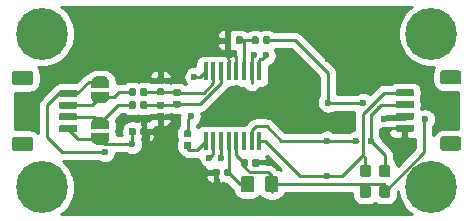
<source format=gtl>
G04 #@! TF.GenerationSoftware,KiCad,Pcbnew,(5.1.5-0)*
G04 #@! TF.CreationDate,2022-03-30T10:24:23-06:00*
G04 #@! TF.ProjectId,two-wire-single,74776f2d-7769-4726-952d-73696e676c65,rev?*
G04 #@! TF.SameCoordinates,Original*
G04 #@! TF.FileFunction,Copper,L1,Top*
G04 #@! TF.FilePolarity,Positive*
%FSLAX46Y46*%
G04 Gerber Fmt 4.6, Leading zero omitted, Abs format (unit mm)*
G04 Created by KiCad (PCBNEW (5.1.5-0)) date 2022-03-30 10:24:23*
%MOMM*%
%LPD*%
G04 APERTURE LIST*
%ADD10C,0.100000*%
%ADD11C,0.700000*%
%ADD12C,4.400000*%
%ADD13R,0.450000X1.500000*%
%ADD14C,0.600000*%
%ADD15C,0.250000*%
%ADD16C,0.254000*%
G04 APERTURE END LIST*
G04 #@! TA.AperFunction,SMDPad,CuDef*
D10*
G36*
X138299505Y-87101204D02*
G01*
X138323773Y-87104804D01*
X138347572Y-87110765D01*
X138370671Y-87119030D01*
X138392850Y-87129520D01*
X138413893Y-87142132D01*
X138433599Y-87156747D01*
X138451777Y-87173223D01*
X138468253Y-87191401D01*
X138482868Y-87211107D01*
X138495480Y-87232150D01*
X138505970Y-87254329D01*
X138514235Y-87277428D01*
X138520196Y-87301227D01*
X138523796Y-87325495D01*
X138525000Y-87349999D01*
X138525000Y-88050001D01*
X138523796Y-88074505D01*
X138520196Y-88098773D01*
X138514235Y-88122572D01*
X138505970Y-88145671D01*
X138495480Y-88167850D01*
X138482868Y-88188893D01*
X138468253Y-88208599D01*
X138451777Y-88226777D01*
X138433599Y-88243253D01*
X138413893Y-88257868D01*
X138392850Y-88270480D01*
X138370671Y-88280970D01*
X138347572Y-88289235D01*
X138323773Y-88295196D01*
X138299505Y-88298796D01*
X138275001Y-88300000D01*
X136974999Y-88300000D01*
X136950495Y-88298796D01*
X136926227Y-88295196D01*
X136902428Y-88289235D01*
X136879329Y-88280970D01*
X136857150Y-88270480D01*
X136836107Y-88257868D01*
X136816401Y-88243253D01*
X136798223Y-88226777D01*
X136781747Y-88208599D01*
X136767132Y-88188893D01*
X136754520Y-88167850D01*
X136744030Y-88145671D01*
X136735765Y-88122572D01*
X136729804Y-88098773D01*
X136726204Y-88074505D01*
X136725000Y-88050001D01*
X136725000Y-87349999D01*
X136726204Y-87325495D01*
X136729804Y-87301227D01*
X136735765Y-87277428D01*
X136744030Y-87254329D01*
X136754520Y-87232150D01*
X136767132Y-87211107D01*
X136781747Y-87191401D01*
X136798223Y-87173223D01*
X136816401Y-87156747D01*
X136836107Y-87142132D01*
X136857150Y-87129520D01*
X136879329Y-87119030D01*
X136902428Y-87110765D01*
X136926227Y-87104804D01*
X136950495Y-87101204D01*
X136974999Y-87100000D01*
X138275001Y-87100000D01*
X138299505Y-87101204D01*
G37*
G04 #@! TD.AperFunction*
G04 #@! TA.AperFunction,SMDPad,CuDef*
G36*
X138299505Y-92701204D02*
G01*
X138323773Y-92704804D01*
X138347572Y-92710765D01*
X138370671Y-92719030D01*
X138392850Y-92729520D01*
X138413893Y-92742132D01*
X138433599Y-92756747D01*
X138451777Y-92773223D01*
X138468253Y-92791401D01*
X138482868Y-92811107D01*
X138495480Y-92832150D01*
X138505970Y-92854329D01*
X138514235Y-92877428D01*
X138520196Y-92901227D01*
X138523796Y-92925495D01*
X138525000Y-92949999D01*
X138525000Y-93650001D01*
X138523796Y-93674505D01*
X138520196Y-93698773D01*
X138514235Y-93722572D01*
X138505970Y-93745671D01*
X138495480Y-93767850D01*
X138482868Y-93788893D01*
X138468253Y-93808599D01*
X138451777Y-93826777D01*
X138433599Y-93843253D01*
X138413893Y-93857868D01*
X138392850Y-93870480D01*
X138370671Y-93880970D01*
X138347572Y-93889235D01*
X138323773Y-93895196D01*
X138299505Y-93898796D01*
X138275001Y-93900000D01*
X136974999Y-93900000D01*
X136950495Y-93898796D01*
X136926227Y-93895196D01*
X136902428Y-93889235D01*
X136879329Y-93880970D01*
X136857150Y-93870480D01*
X136836107Y-93857868D01*
X136816401Y-93843253D01*
X136798223Y-93826777D01*
X136781747Y-93808599D01*
X136767132Y-93788893D01*
X136754520Y-93767850D01*
X136744030Y-93745671D01*
X136735765Y-93722572D01*
X136729804Y-93698773D01*
X136726204Y-93674505D01*
X136725000Y-93650001D01*
X136725000Y-92949999D01*
X136726204Y-92925495D01*
X136729804Y-92901227D01*
X136735765Y-92877428D01*
X136744030Y-92854329D01*
X136754520Y-92832150D01*
X136767132Y-92811107D01*
X136781747Y-92791401D01*
X136798223Y-92773223D01*
X136816401Y-92756747D01*
X136836107Y-92742132D01*
X136857150Y-92729520D01*
X136879329Y-92719030D01*
X136902428Y-92710765D01*
X136926227Y-92704804D01*
X136950495Y-92701204D01*
X136974999Y-92700000D01*
X138275001Y-92700000D01*
X138299505Y-92701204D01*
G37*
G04 #@! TD.AperFunction*
G04 #@! TA.AperFunction,SMDPad,CuDef*
G36*
X134389703Y-88700722D02*
G01*
X134404264Y-88702882D01*
X134418543Y-88706459D01*
X134432403Y-88711418D01*
X134445710Y-88717712D01*
X134458336Y-88725280D01*
X134470159Y-88734048D01*
X134481066Y-88743934D01*
X134490952Y-88754841D01*
X134499720Y-88766664D01*
X134507288Y-88779290D01*
X134513582Y-88792597D01*
X134518541Y-88806457D01*
X134522118Y-88820736D01*
X134524278Y-88835297D01*
X134525000Y-88850000D01*
X134525000Y-89150000D01*
X134524278Y-89164703D01*
X134522118Y-89179264D01*
X134518541Y-89193543D01*
X134513582Y-89207403D01*
X134507288Y-89220710D01*
X134499720Y-89233336D01*
X134490952Y-89245159D01*
X134481066Y-89256066D01*
X134470159Y-89265952D01*
X134458336Y-89274720D01*
X134445710Y-89282288D01*
X134432403Y-89288582D01*
X134418543Y-89293541D01*
X134404264Y-89297118D01*
X134389703Y-89299278D01*
X134375000Y-89300000D01*
X133125000Y-89300000D01*
X133110297Y-89299278D01*
X133095736Y-89297118D01*
X133081457Y-89293541D01*
X133067597Y-89288582D01*
X133054290Y-89282288D01*
X133041664Y-89274720D01*
X133029841Y-89265952D01*
X133018934Y-89256066D01*
X133009048Y-89245159D01*
X133000280Y-89233336D01*
X132992712Y-89220710D01*
X132986418Y-89207403D01*
X132981459Y-89193543D01*
X132977882Y-89179264D01*
X132975722Y-89164703D01*
X132975000Y-89150000D01*
X132975000Y-88850000D01*
X132975722Y-88835297D01*
X132977882Y-88820736D01*
X132981459Y-88806457D01*
X132986418Y-88792597D01*
X132992712Y-88779290D01*
X133000280Y-88766664D01*
X133009048Y-88754841D01*
X133018934Y-88743934D01*
X133029841Y-88734048D01*
X133041664Y-88725280D01*
X133054290Y-88717712D01*
X133067597Y-88711418D01*
X133081457Y-88706459D01*
X133095736Y-88702882D01*
X133110297Y-88700722D01*
X133125000Y-88700000D01*
X134375000Y-88700000D01*
X134389703Y-88700722D01*
G37*
G04 #@! TD.AperFunction*
G04 #@! TA.AperFunction,SMDPad,CuDef*
G36*
X134389703Y-89700722D02*
G01*
X134404264Y-89702882D01*
X134418543Y-89706459D01*
X134432403Y-89711418D01*
X134445710Y-89717712D01*
X134458336Y-89725280D01*
X134470159Y-89734048D01*
X134481066Y-89743934D01*
X134490952Y-89754841D01*
X134499720Y-89766664D01*
X134507288Y-89779290D01*
X134513582Y-89792597D01*
X134518541Y-89806457D01*
X134522118Y-89820736D01*
X134524278Y-89835297D01*
X134525000Y-89850000D01*
X134525000Y-90150000D01*
X134524278Y-90164703D01*
X134522118Y-90179264D01*
X134518541Y-90193543D01*
X134513582Y-90207403D01*
X134507288Y-90220710D01*
X134499720Y-90233336D01*
X134490952Y-90245159D01*
X134481066Y-90256066D01*
X134470159Y-90265952D01*
X134458336Y-90274720D01*
X134445710Y-90282288D01*
X134432403Y-90288582D01*
X134418543Y-90293541D01*
X134404264Y-90297118D01*
X134389703Y-90299278D01*
X134375000Y-90300000D01*
X133125000Y-90300000D01*
X133110297Y-90299278D01*
X133095736Y-90297118D01*
X133081457Y-90293541D01*
X133067597Y-90288582D01*
X133054290Y-90282288D01*
X133041664Y-90274720D01*
X133029841Y-90265952D01*
X133018934Y-90256066D01*
X133009048Y-90245159D01*
X133000280Y-90233336D01*
X132992712Y-90220710D01*
X132986418Y-90207403D01*
X132981459Y-90193543D01*
X132977882Y-90179264D01*
X132975722Y-90164703D01*
X132975000Y-90150000D01*
X132975000Y-89850000D01*
X132975722Y-89835297D01*
X132977882Y-89820736D01*
X132981459Y-89806457D01*
X132986418Y-89792597D01*
X132992712Y-89779290D01*
X133000280Y-89766664D01*
X133009048Y-89754841D01*
X133018934Y-89743934D01*
X133029841Y-89734048D01*
X133041664Y-89725280D01*
X133054290Y-89717712D01*
X133067597Y-89711418D01*
X133081457Y-89706459D01*
X133095736Y-89702882D01*
X133110297Y-89700722D01*
X133125000Y-89700000D01*
X134375000Y-89700000D01*
X134389703Y-89700722D01*
G37*
G04 #@! TD.AperFunction*
G04 #@! TA.AperFunction,SMDPad,CuDef*
G36*
X134389703Y-90700722D02*
G01*
X134404264Y-90702882D01*
X134418543Y-90706459D01*
X134432403Y-90711418D01*
X134445710Y-90717712D01*
X134458336Y-90725280D01*
X134470159Y-90734048D01*
X134481066Y-90743934D01*
X134490952Y-90754841D01*
X134499720Y-90766664D01*
X134507288Y-90779290D01*
X134513582Y-90792597D01*
X134518541Y-90806457D01*
X134522118Y-90820736D01*
X134524278Y-90835297D01*
X134525000Y-90850000D01*
X134525000Y-91150000D01*
X134524278Y-91164703D01*
X134522118Y-91179264D01*
X134518541Y-91193543D01*
X134513582Y-91207403D01*
X134507288Y-91220710D01*
X134499720Y-91233336D01*
X134490952Y-91245159D01*
X134481066Y-91256066D01*
X134470159Y-91265952D01*
X134458336Y-91274720D01*
X134445710Y-91282288D01*
X134432403Y-91288582D01*
X134418543Y-91293541D01*
X134404264Y-91297118D01*
X134389703Y-91299278D01*
X134375000Y-91300000D01*
X133125000Y-91300000D01*
X133110297Y-91299278D01*
X133095736Y-91297118D01*
X133081457Y-91293541D01*
X133067597Y-91288582D01*
X133054290Y-91282288D01*
X133041664Y-91274720D01*
X133029841Y-91265952D01*
X133018934Y-91256066D01*
X133009048Y-91245159D01*
X133000280Y-91233336D01*
X132992712Y-91220710D01*
X132986418Y-91207403D01*
X132981459Y-91193543D01*
X132977882Y-91179264D01*
X132975722Y-91164703D01*
X132975000Y-91150000D01*
X132975000Y-90850000D01*
X132975722Y-90835297D01*
X132977882Y-90820736D01*
X132981459Y-90806457D01*
X132986418Y-90792597D01*
X132992712Y-90779290D01*
X133000280Y-90766664D01*
X133009048Y-90754841D01*
X133018934Y-90743934D01*
X133029841Y-90734048D01*
X133041664Y-90725280D01*
X133054290Y-90717712D01*
X133067597Y-90711418D01*
X133081457Y-90706459D01*
X133095736Y-90702882D01*
X133110297Y-90700722D01*
X133125000Y-90700000D01*
X134375000Y-90700000D01*
X134389703Y-90700722D01*
G37*
G04 #@! TD.AperFunction*
G04 #@! TA.AperFunction,SMDPad,CuDef*
G36*
X134389703Y-91700722D02*
G01*
X134404264Y-91702882D01*
X134418543Y-91706459D01*
X134432403Y-91711418D01*
X134445710Y-91717712D01*
X134458336Y-91725280D01*
X134470159Y-91734048D01*
X134481066Y-91743934D01*
X134490952Y-91754841D01*
X134499720Y-91766664D01*
X134507288Y-91779290D01*
X134513582Y-91792597D01*
X134518541Y-91806457D01*
X134522118Y-91820736D01*
X134524278Y-91835297D01*
X134525000Y-91850000D01*
X134525000Y-92150000D01*
X134524278Y-92164703D01*
X134522118Y-92179264D01*
X134518541Y-92193543D01*
X134513582Y-92207403D01*
X134507288Y-92220710D01*
X134499720Y-92233336D01*
X134490952Y-92245159D01*
X134481066Y-92256066D01*
X134470159Y-92265952D01*
X134458336Y-92274720D01*
X134445710Y-92282288D01*
X134432403Y-92288582D01*
X134418543Y-92293541D01*
X134404264Y-92297118D01*
X134389703Y-92299278D01*
X134375000Y-92300000D01*
X133125000Y-92300000D01*
X133110297Y-92299278D01*
X133095736Y-92297118D01*
X133081457Y-92293541D01*
X133067597Y-92288582D01*
X133054290Y-92282288D01*
X133041664Y-92274720D01*
X133029841Y-92265952D01*
X133018934Y-92256066D01*
X133009048Y-92245159D01*
X133000280Y-92233336D01*
X132992712Y-92220710D01*
X132986418Y-92207403D01*
X132981459Y-92193543D01*
X132977882Y-92179264D01*
X132975722Y-92164703D01*
X132975000Y-92150000D01*
X132975000Y-91850000D01*
X132975722Y-91835297D01*
X132977882Y-91820736D01*
X132981459Y-91806457D01*
X132986418Y-91792597D01*
X132992712Y-91779290D01*
X133000280Y-91766664D01*
X133009048Y-91754841D01*
X133018934Y-91743934D01*
X133029841Y-91734048D01*
X133041664Y-91725280D01*
X133054290Y-91717712D01*
X133067597Y-91711418D01*
X133081457Y-91706459D01*
X133095736Y-91702882D01*
X133110297Y-91700722D01*
X133125000Y-91700000D01*
X134375000Y-91700000D01*
X134389703Y-91700722D01*
G37*
G04 #@! TD.AperFunction*
G04 #@! TA.AperFunction,SMDPad,CuDef*
G36*
X130660779Y-95101144D02*
G01*
X130683834Y-95104563D01*
X130706443Y-95110227D01*
X130728387Y-95118079D01*
X130749457Y-95128044D01*
X130769448Y-95140026D01*
X130788168Y-95153910D01*
X130805438Y-95169562D01*
X130821090Y-95186832D01*
X130834974Y-95205552D01*
X130846956Y-95225543D01*
X130856921Y-95246613D01*
X130864773Y-95268557D01*
X130870437Y-95291166D01*
X130873856Y-95314221D01*
X130875000Y-95337500D01*
X130875000Y-95912500D01*
X130873856Y-95935779D01*
X130870437Y-95958834D01*
X130864773Y-95981443D01*
X130856921Y-96003387D01*
X130846956Y-96024457D01*
X130834974Y-96044448D01*
X130821090Y-96063168D01*
X130805438Y-96080438D01*
X130788168Y-96096090D01*
X130769448Y-96109974D01*
X130749457Y-96121956D01*
X130728387Y-96131921D01*
X130706443Y-96139773D01*
X130683834Y-96145437D01*
X130660779Y-96148856D01*
X130637500Y-96150000D01*
X130162500Y-96150000D01*
X130139221Y-96148856D01*
X130116166Y-96145437D01*
X130093557Y-96139773D01*
X130071613Y-96131921D01*
X130050543Y-96121956D01*
X130030552Y-96109974D01*
X130011832Y-96096090D01*
X129994562Y-96080438D01*
X129978910Y-96063168D01*
X129965026Y-96044448D01*
X129953044Y-96024457D01*
X129943079Y-96003387D01*
X129935227Y-95981443D01*
X129929563Y-95958834D01*
X129926144Y-95935779D01*
X129925000Y-95912500D01*
X129925000Y-95337500D01*
X129926144Y-95314221D01*
X129929563Y-95291166D01*
X129935227Y-95268557D01*
X129943079Y-95246613D01*
X129953044Y-95225543D01*
X129965026Y-95205552D01*
X129978910Y-95186832D01*
X129994562Y-95169562D01*
X130011832Y-95153910D01*
X130030552Y-95140026D01*
X130050543Y-95128044D01*
X130071613Y-95118079D01*
X130093557Y-95110227D01*
X130116166Y-95104563D01*
X130139221Y-95101144D01*
X130162500Y-95100000D01*
X130637500Y-95100000D01*
X130660779Y-95101144D01*
G37*
G04 #@! TD.AperFunction*
G04 #@! TA.AperFunction,SMDPad,CuDef*
G36*
X130660779Y-96851144D02*
G01*
X130683834Y-96854563D01*
X130706443Y-96860227D01*
X130728387Y-96868079D01*
X130749457Y-96878044D01*
X130769448Y-96890026D01*
X130788168Y-96903910D01*
X130805438Y-96919562D01*
X130821090Y-96936832D01*
X130834974Y-96955552D01*
X130846956Y-96975543D01*
X130856921Y-96996613D01*
X130864773Y-97018557D01*
X130870437Y-97041166D01*
X130873856Y-97064221D01*
X130875000Y-97087500D01*
X130875000Y-97662500D01*
X130873856Y-97685779D01*
X130870437Y-97708834D01*
X130864773Y-97731443D01*
X130856921Y-97753387D01*
X130846956Y-97774457D01*
X130834974Y-97794448D01*
X130821090Y-97813168D01*
X130805438Y-97830438D01*
X130788168Y-97846090D01*
X130769448Y-97859974D01*
X130749457Y-97871956D01*
X130728387Y-97881921D01*
X130706443Y-97889773D01*
X130683834Y-97895437D01*
X130660779Y-97898856D01*
X130637500Y-97900000D01*
X130162500Y-97900000D01*
X130139221Y-97898856D01*
X130116166Y-97895437D01*
X130093557Y-97889773D01*
X130071613Y-97881921D01*
X130050543Y-97871956D01*
X130030552Y-97859974D01*
X130011832Y-97846090D01*
X129994562Y-97830438D01*
X129978910Y-97813168D01*
X129965026Y-97794448D01*
X129953044Y-97774457D01*
X129943079Y-97753387D01*
X129935227Y-97731443D01*
X129929563Y-97708834D01*
X129926144Y-97685779D01*
X129925000Y-97662500D01*
X129925000Y-97087500D01*
X129926144Y-97064221D01*
X129929563Y-97041166D01*
X129935227Y-97018557D01*
X129943079Y-96996613D01*
X129953044Y-96975543D01*
X129965026Y-96955552D01*
X129978910Y-96936832D01*
X129994562Y-96919562D01*
X130011832Y-96903910D01*
X130030552Y-96890026D01*
X130050543Y-96878044D01*
X130071613Y-96868079D01*
X130093557Y-96860227D01*
X130116166Y-96854563D01*
X130139221Y-96851144D01*
X130162500Y-96850000D01*
X130637500Y-96850000D01*
X130660779Y-96851144D01*
G37*
G04 #@! TD.AperFunction*
G04 #@! TA.AperFunction,SMDPad,CuDef*
G36*
X132310779Y-95101144D02*
G01*
X132333834Y-95104563D01*
X132356443Y-95110227D01*
X132378387Y-95118079D01*
X132399457Y-95128044D01*
X132419448Y-95140026D01*
X132438168Y-95153910D01*
X132455438Y-95169562D01*
X132471090Y-95186832D01*
X132484974Y-95205552D01*
X132496956Y-95225543D01*
X132506921Y-95246613D01*
X132514773Y-95268557D01*
X132520437Y-95291166D01*
X132523856Y-95314221D01*
X132525000Y-95337500D01*
X132525000Y-95912500D01*
X132523856Y-95935779D01*
X132520437Y-95958834D01*
X132514773Y-95981443D01*
X132506921Y-96003387D01*
X132496956Y-96024457D01*
X132484974Y-96044448D01*
X132471090Y-96063168D01*
X132455438Y-96080438D01*
X132438168Y-96096090D01*
X132419448Y-96109974D01*
X132399457Y-96121956D01*
X132378387Y-96131921D01*
X132356443Y-96139773D01*
X132333834Y-96145437D01*
X132310779Y-96148856D01*
X132287500Y-96150000D01*
X131812500Y-96150000D01*
X131789221Y-96148856D01*
X131766166Y-96145437D01*
X131743557Y-96139773D01*
X131721613Y-96131921D01*
X131700543Y-96121956D01*
X131680552Y-96109974D01*
X131661832Y-96096090D01*
X131644562Y-96080438D01*
X131628910Y-96063168D01*
X131615026Y-96044448D01*
X131603044Y-96024457D01*
X131593079Y-96003387D01*
X131585227Y-95981443D01*
X131579563Y-95958834D01*
X131576144Y-95935779D01*
X131575000Y-95912500D01*
X131575000Y-95337500D01*
X131576144Y-95314221D01*
X131579563Y-95291166D01*
X131585227Y-95268557D01*
X131593079Y-95246613D01*
X131603044Y-95225543D01*
X131615026Y-95205552D01*
X131628910Y-95186832D01*
X131644562Y-95169562D01*
X131661832Y-95153910D01*
X131680552Y-95140026D01*
X131700543Y-95128044D01*
X131721613Y-95118079D01*
X131743557Y-95110227D01*
X131766166Y-95104563D01*
X131789221Y-95101144D01*
X131812500Y-95100000D01*
X132287500Y-95100000D01*
X132310779Y-95101144D01*
G37*
G04 #@! TD.AperFunction*
G04 #@! TA.AperFunction,SMDPad,CuDef*
G36*
X132310779Y-96851144D02*
G01*
X132333834Y-96854563D01*
X132356443Y-96860227D01*
X132378387Y-96868079D01*
X132399457Y-96878044D01*
X132419448Y-96890026D01*
X132438168Y-96903910D01*
X132455438Y-96919562D01*
X132471090Y-96936832D01*
X132484974Y-96955552D01*
X132496956Y-96975543D01*
X132506921Y-96996613D01*
X132514773Y-97018557D01*
X132520437Y-97041166D01*
X132523856Y-97064221D01*
X132525000Y-97087500D01*
X132525000Y-97662500D01*
X132523856Y-97685779D01*
X132520437Y-97708834D01*
X132514773Y-97731443D01*
X132506921Y-97753387D01*
X132496956Y-97774457D01*
X132484974Y-97794448D01*
X132471090Y-97813168D01*
X132455438Y-97830438D01*
X132438168Y-97846090D01*
X132419448Y-97859974D01*
X132399457Y-97871956D01*
X132378387Y-97881921D01*
X132356443Y-97889773D01*
X132333834Y-97895437D01*
X132310779Y-97898856D01*
X132287500Y-97900000D01*
X131812500Y-97900000D01*
X131789221Y-97898856D01*
X131766166Y-97895437D01*
X131743557Y-97889773D01*
X131721613Y-97881921D01*
X131700543Y-97871956D01*
X131680552Y-97859974D01*
X131661832Y-97846090D01*
X131644562Y-97830438D01*
X131628910Y-97813168D01*
X131615026Y-97794448D01*
X131603044Y-97774457D01*
X131593079Y-97753387D01*
X131585227Y-97731443D01*
X131579563Y-97708834D01*
X131576144Y-97685779D01*
X131575000Y-97662500D01*
X131575000Y-97087500D01*
X131576144Y-97064221D01*
X131579563Y-97041166D01*
X131585227Y-97018557D01*
X131593079Y-96996613D01*
X131603044Y-96975543D01*
X131615026Y-96955552D01*
X131628910Y-96936832D01*
X131644562Y-96919562D01*
X131661832Y-96903910D01*
X131680552Y-96890026D01*
X131700543Y-96878044D01*
X131721613Y-96868079D01*
X131743557Y-96860227D01*
X131766166Y-96854563D01*
X131789221Y-96851144D01*
X131812500Y-96850000D01*
X132287500Y-96850000D01*
X132310779Y-96851144D01*
G37*
G04 #@! TD.AperFunction*
D11*
X104166726Y-82833274D03*
X103000000Y-82350000D03*
X101833274Y-82833274D03*
X101350000Y-84000000D03*
X101833274Y-85166726D03*
X103000000Y-85650000D03*
X104166726Y-85166726D03*
X104650000Y-84000000D03*
D12*
X103000000Y-84000000D03*
D11*
X137166726Y-82833274D03*
X136000000Y-82350000D03*
X134833274Y-82833274D03*
X134350000Y-84000000D03*
X134833274Y-85166726D03*
X136000000Y-85650000D03*
X137166726Y-85166726D03*
X137650000Y-84000000D03*
D12*
X136000000Y-84000000D03*
D11*
X104166726Y-95833274D03*
X103000000Y-95350000D03*
X101833274Y-95833274D03*
X101350000Y-97000000D03*
X101833274Y-98166726D03*
X103000000Y-98650000D03*
X104166726Y-98166726D03*
X104650000Y-97000000D03*
D12*
X103000000Y-97000000D03*
D11*
X137166726Y-95833274D03*
X136000000Y-95350000D03*
X134833274Y-95833274D03*
X134350000Y-97000000D03*
X134833274Y-98166726D03*
X136000000Y-98650000D03*
X137166726Y-98166726D03*
X137650000Y-97000000D03*
D12*
X136000000Y-97000000D03*
G04 #@! TA.AperFunction,SMDPad,CuDef*
D10*
G36*
X108699398Y-92900000D02*
G01*
X108699398Y-92924534D01*
X108694588Y-92973365D01*
X108685016Y-93021490D01*
X108670772Y-93068445D01*
X108651995Y-93113778D01*
X108628864Y-93157051D01*
X108601604Y-93197850D01*
X108570476Y-93235779D01*
X108535779Y-93270476D01*
X108497850Y-93301604D01*
X108457051Y-93328864D01*
X108413778Y-93351995D01*
X108368445Y-93370772D01*
X108321490Y-93385016D01*
X108273365Y-93394588D01*
X108224534Y-93399398D01*
X108200000Y-93399398D01*
X108200000Y-93400000D01*
X107700000Y-93400000D01*
X107700000Y-93399398D01*
X107675466Y-93399398D01*
X107626635Y-93394588D01*
X107578510Y-93385016D01*
X107531555Y-93370772D01*
X107486222Y-93351995D01*
X107442949Y-93328864D01*
X107402150Y-93301604D01*
X107364221Y-93270476D01*
X107329524Y-93235779D01*
X107298396Y-93197850D01*
X107271136Y-93157051D01*
X107248005Y-93113778D01*
X107229228Y-93068445D01*
X107214984Y-93021490D01*
X107205412Y-92973365D01*
X107200602Y-92924534D01*
X107200602Y-92900000D01*
X107200000Y-92900000D01*
X107200000Y-92400000D01*
X108700000Y-92400000D01*
X108700000Y-92900000D01*
X108699398Y-92900000D01*
G37*
G04 #@! TD.AperFunction*
G04 #@! TA.AperFunction,SMDPad,CuDef*
G36*
X107200000Y-92100000D02*
G01*
X107200000Y-91600000D01*
X107200602Y-91600000D01*
X107200602Y-91575466D01*
X107205412Y-91526635D01*
X107214984Y-91478510D01*
X107229228Y-91431555D01*
X107248005Y-91386222D01*
X107271136Y-91342949D01*
X107298396Y-91302150D01*
X107329524Y-91264221D01*
X107364221Y-91229524D01*
X107402150Y-91198396D01*
X107442949Y-91171136D01*
X107486222Y-91148005D01*
X107531555Y-91129228D01*
X107578510Y-91114984D01*
X107626635Y-91105412D01*
X107675466Y-91100602D01*
X107700000Y-91100602D01*
X107700000Y-91100000D01*
X108200000Y-91100000D01*
X108200000Y-91100602D01*
X108224534Y-91100602D01*
X108273365Y-91105412D01*
X108321490Y-91114984D01*
X108368445Y-91129228D01*
X108413778Y-91148005D01*
X108457051Y-91171136D01*
X108497850Y-91198396D01*
X108535779Y-91229524D01*
X108570476Y-91264221D01*
X108601604Y-91302150D01*
X108628864Y-91342949D01*
X108651995Y-91386222D01*
X108670772Y-91431555D01*
X108685016Y-91478510D01*
X108694588Y-91526635D01*
X108699398Y-91575466D01*
X108699398Y-91600000D01*
X108700000Y-91600000D01*
X108700000Y-92100000D01*
X107200000Y-92100000D01*
G37*
G04 #@! TD.AperFunction*
G04 #@! TA.AperFunction,SMDPad,CuDef*
G36*
X108699398Y-89400000D02*
G01*
X108699398Y-89424534D01*
X108694588Y-89473365D01*
X108685016Y-89521490D01*
X108670772Y-89568445D01*
X108651995Y-89613778D01*
X108628864Y-89657051D01*
X108601604Y-89697850D01*
X108570476Y-89735779D01*
X108535779Y-89770476D01*
X108497850Y-89801604D01*
X108457051Y-89828864D01*
X108413778Y-89851995D01*
X108368445Y-89870772D01*
X108321490Y-89885016D01*
X108273365Y-89894588D01*
X108224534Y-89899398D01*
X108200000Y-89899398D01*
X108200000Y-89900000D01*
X107700000Y-89900000D01*
X107700000Y-89899398D01*
X107675466Y-89899398D01*
X107626635Y-89894588D01*
X107578510Y-89885016D01*
X107531555Y-89870772D01*
X107486222Y-89851995D01*
X107442949Y-89828864D01*
X107402150Y-89801604D01*
X107364221Y-89770476D01*
X107329524Y-89735779D01*
X107298396Y-89697850D01*
X107271136Y-89657051D01*
X107248005Y-89613778D01*
X107229228Y-89568445D01*
X107214984Y-89521490D01*
X107205412Y-89473365D01*
X107200602Y-89424534D01*
X107200602Y-89400000D01*
X107200000Y-89400000D01*
X107200000Y-88900000D01*
X108700000Y-88900000D01*
X108700000Y-89400000D01*
X108699398Y-89400000D01*
G37*
G04 #@! TD.AperFunction*
G04 #@! TA.AperFunction,SMDPad,CuDef*
G36*
X107200000Y-88600000D02*
G01*
X107200000Y-88100000D01*
X107200602Y-88100000D01*
X107200602Y-88075466D01*
X107205412Y-88026635D01*
X107214984Y-87978510D01*
X107229228Y-87931555D01*
X107248005Y-87886222D01*
X107271136Y-87842949D01*
X107298396Y-87802150D01*
X107329524Y-87764221D01*
X107364221Y-87729524D01*
X107402150Y-87698396D01*
X107442949Y-87671136D01*
X107486222Y-87648005D01*
X107531555Y-87629228D01*
X107578510Y-87614984D01*
X107626635Y-87605412D01*
X107675466Y-87600602D01*
X107700000Y-87600602D01*
X107700000Y-87600000D01*
X108200000Y-87600000D01*
X108200000Y-87600602D01*
X108224534Y-87600602D01*
X108273365Y-87605412D01*
X108321490Y-87614984D01*
X108368445Y-87629228D01*
X108413778Y-87648005D01*
X108457051Y-87671136D01*
X108497850Y-87698396D01*
X108535779Y-87729524D01*
X108570476Y-87764221D01*
X108601604Y-87802150D01*
X108628864Y-87842949D01*
X108651995Y-87886222D01*
X108670772Y-87931555D01*
X108685016Y-87978510D01*
X108694588Y-88026635D01*
X108699398Y-88075466D01*
X108699398Y-88100000D01*
X108700000Y-88100000D01*
X108700000Y-88600000D01*
X107200000Y-88600000D01*
G37*
G04 #@! TD.AperFunction*
G04 #@! TA.AperFunction,SMDPad,CuDef*
G36*
X121226958Y-84230710D02*
G01*
X121241276Y-84232834D01*
X121255317Y-84236351D01*
X121268946Y-84241228D01*
X121282031Y-84247417D01*
X121294447Y-84254858D01*
X121306073Y-84263481D01*
X121316798Y-84273202D01*
X121326519Y-84283927D01*
X121335142Y-84295553D01*
X121342583Y-84307969D01*
X121348772Y-84321054D01*
X121353649Y-84334683D01*
X121357166Y-84348724D01*
X121359290Y-84363042D01*
X121360000Y-84377500D01*
X121360000Y-84722500D01*
X121359290Y-84736958D01*
X121357166Y-84751276D01*
X121353649Y-84765317D01*
X121348772Y-84778946D01*
X121342583Y-84792031D01*
X121335142Y-84804447D01*
X121326519Y-84816073D01*
X121316798Y-84826798D01*
X121306073Y-84836519D01*
X121294447Y-84845142D01*
X121282031Y-84852583D01*
X121268946Y-84858772D01*
X121255317Y-84863649D01*
X121241276Y-84867166D01*
X121226958Y-84869290D01*
X121212500Y-84870000D01*
X120917500Y-84870000D01*
X120903042Y-84869290D01*
X120888724Y-84867166D01*
X120874683Y-84863649D01*
X120861054Y-84858772D01*
X120847969Y-84852583D01*
X120835553Y-84845142D01*
X120823927Y-84836519D01*
X120813202Y-84826798D01*
X120803481Y-84816073D01*
X120794858Y-84804447D01*
X120787417Y-84792031D01*
X120781228Y-84778946D01*
X120776351Y-84765317D01*
X120772834Y-84751276D01*
X120770710Y-84736958D01*
X120770000Y-84722500D01*
X120770000Y-84377500D01*
X120770710Y-84363042D01*
X120772834Y-84348724D01*
X120776351Y-84334683D01*
X120781228Y-84321054D01*
X120787417Y-84307969D01*
X120794858Y-84295553D01*
X120803481Y-84283927D01*
X120813202Y-84273202D01*
X120823927Y-84263481D01*
X120835553Y-84254858D01*
X120847969Y-84247417D01*
X120861054Y-84241228D01*
X120874683Y-84236351D01*
X120888724Y-84232834D01*
X120903042Y-84230710D01*
X120917500Y-84230000D01*
X121212500Y-84230000D01*
X121226958Y-84230710D01*
G37*
G04 #@! TD.AperFunction*
G04 #@! TA.AperFunction,SMDPad,CuDef*
G36*
X122196958Y-84230710D02*
G01*
X122211276Y-84232834D01*
X122225317Y-84236351D01*
X122238946Y-84241228D01*
X122252031Y-84247417D01*
X122264447Y-84254858D01*
X122276073Y-84263481D01*
X122286798Y-84273202D01*
X122296519Y-84283927D01*
X122305142Y-84295553D01*
X122312583Y-84307969D01*
X122318772Y-84321054D01*
X122323649Y-84334683D01*
X122327166Y-84348724D01*
X122329290Y-84363042D01*
X122330000Y-84377500D01*
X122330000Y-84722500D01*
X122329290Y-84736958D01*
X122327166Y-84751276D01*
X122323649Y-84765317D01*
X122318772Y-84778946D01*
X122312583Y-84792031D01*
X122305142Y-84804447D01*
X122296519Y-84816073D01*
X122286798Y-84826798D01*
X122276073Y-84836519D01*
X122264447Y-84845142D01*
X122252031Y-84852583D01*
X122238946Y-84858772D01*
X122225317Y-84863649D01*
X122211276Y-84867166D01*
X122196958Y-84869290D01*
X122182500Y-84870000D01*
X121887500Y-84870000D01*
X121873042Y-84869290D01*
X121858724Y-84867166D01*
X121844683Y-84863649D01*
X121831054Y-84858772D01*
X121817969Y-84852583D01*
X121805553Y-84845142D01*
X121793927Y-84836519D01*
X121783202Y-84826798D01*
X121773481Y-84816073D01*
X121764858Y-84804447D01*
X121757417Y-84792031D01*
X121751228Y-84778946D01*
X121746351Y-84765317D01*
X121742834Y-84751276D01*
X121740710Y-84736958D01*
X121740000Y-84722500D01*
X121740000Y-84377500D01*
X121740710Y-84363042D01*
X121742834Y-84348724D01*
X121746351Y-84334683D01*
X121751228Y-84321054D01*
X121757417Y-84307969D01*
X121764858Y-84295553D01*
X121773481Y-84283927D01*
X121783202Y-84273202D01*
X121793927Y-84263481D01*
X121805553Y-84254858D01*
X121817969Y-84247417D01*
X121831054Y-84241228D01*
X121844683Y-84236351D01*
X121858724Y-84232834D01*
X121873042Y-84230710D01*
X121887500Y-84230000D01*
X122182500Y-84230000D01*
X122196958Y-84230710D01*
G37*
G04 #@! TD.AperFunction*
G04 #@! TA.AperFunction,SMDPad,CuDef*
G36*
X110826958Y-89730710D02*
G01*
X110841276Y-89732834D01*
X110855317Y-89736351D01*
X110868946Y-89741228D01*
X110882031Y-89747417D01*
X110894447Y-89754858D01*
X110906073Y-89763481D01*
X110916798Y-89773202D01*
X110926519Y-89783927D01*
X110935142Y-89795553D01*
X110942583Y-89807969D01*
X110948772Y-89821054D01*
X110953649Y-89834683D01*
X110957166Y-89848724D01*
X110959290Y-89863042D01*
X110960000Y-89877500D01*
X110960000Y-90222500D01*
X110959290Y-90236958D01*
X110957166Y-90251276D01*
X110953649Y-90265317D01*
X110948772Y-90278946D01*
X110942583Y-90292031D01*
X110935142Y-90304447D01*
X110926519Y-90316073D01*
X110916798Y-90326798D01*
X110906073Y-90336519D01*
X110894447Y-90345142D01*
X110882031Y-90352583D01*
X110868946Y-90358772D01*
X110855317Y-90363649D01*
X110841276Y-90367166D01*
X110826958Y-90369290D01*
X110812500Y-90370000D01*
X110517500Y-90370000D01*
X110503042Y-90369290D01*
X110488724Y-90367166D01*
X110474683Y-90363649D01*
X110461054Y-90358772D01*
X110447969Y-90352583D01*
X110435553Y-90345142D01*
X110423927Y-90336519D01*
X110413202Y-90326798D01*
X110403481Y-90316073D01*
X110394858Y-90304447D01*
X110387417Y-90292031D01*
X110381228Y-90278946D01*
X110376351Y-90265317D01*
X110372834Y-90251276D01*
X110370710Y-90236958D01*
X110370000Y-90222500D01*
X110370000Y-89877500D01*
X110370710Y-89863042D01*
X110372834Y-89848724D01*
X110376351Y-89834683D01*
X110381228Y-89821054D01*
X110387417Y-89807969D01*
X110394858Y-89795553D01*
X110403481Y-89783927D01*
X110413202Y-89773202D01*
X110423927Y-89763481D01*
X110435553Y-89754858D01*
X110447969Y-89747417D01*
X110461054Y-89741228D01*
X110474683Y-89736351D01*
X110488724Y-89732834D01*
X110503042Y-89730710D01*
X110517500Y-89730000D01*
X110812500Y-89730000D01*
X110826958Y-89730710D01*
G37*
G04 #@! TD.AperFunction*
G04 #@! TA.AperFunction,SMDPad,CuDef*
G36*
X111796958Y-89730710D02*
G01*
X111811276Y-89732834D01*
X111825317Y-89736351D01*
X111838946Y-89741228D01*
X111852031Y-89747417D01*
X111864447Y-89754858D01*
X111876073Y-89763481D01*
X111886798Y-89773202D01*
X111896519Y-89783927D01*
X111905142Y-89795553D01*
X111912583Y-89807969D01*
X111918772Y-89821054D01*
X111923649Y-89834683D01*
X111927166Y-89848724D01*
X111929290Y-89863042D01*
X111930000Y-89877500D01*
X111930000Y-90222500D01*
X111929290Y-90236958D01*
X111927166Y-90251276D01*
X111923649Y-90265317D01*
X111918772Y-90278946D01*
X111912583Y-90292031D01*
X111905142Y-90304447D01*
X111896519Y-90316073D01*
X111886798Y-90326798D01*
X111876073Y-90336519D01*
X111864447Y-90345142D01*
X111852031Y-90352583D01*
X111838946Y-90358772D01*
X111825317Y-90363649D01*
X111811276Y-90367166D01*
X111796958Y-90369290D01*
X111782500Y-90370000D01*
X111487500Y-90370000D01*
X111473042Y-90369290D01*
X111458724Y-90367166D01*
X111444683Y-90363649D01*
X111431054Y-90358772D01*
X111417969Y-90352583D01*
X111405553Y-90345142D01*
X111393927Y-90336519D01*
X111383202Y-90326798D01*
X111373481Y-90316073D01*
X111364858Y-90304447D01*
X111357417Y-90292031D01*
X111351228Y-90278946D01*
X111346351Y-90265317D01*
X111342834Y-90251276D01*
X111340710Y-90236958D01*
X111340000Y-90222500D01*
X111340000Y-89877500D01*
X111340710Y-89863042D01*
X111342834Y-89848724D01*
X111346351Y-89834683D01*
X111351228Y-89821054D01*
X111357417Y-89807969D01*
X111364858Y-89795553D01*
X111373481Y-89783927D01*
X111383202Y-89773202D01*
X111393927Y-89763481D01*
X111405553Y-89754858D01*
X111417969Y-89747417D01*
X111431054Y-89741228D01*
X111444683Y-89736351D01*
X111458724Y-89732834D01*
X111473042Y-89730710D01*
X111487500Y-89730000D01*
X111782500Y-89730000D01*
X111796958Y-89730710D01*
G37*
G04 #@! TD.AperFunction*
G04 #@! TA.AperFunction,SMDPad,CuDef*
G36*
X110841958Y-88630710D02*
G01*
X110856276Y-88632834D01*
X110870317Y-88636351D01*
X110883946Y-88641228D01*
X110897031Y-88647417D01*
X110909447Y-88654858D01*
X110921073Y-88663481D01*
X110931798Y-88673202D01*
X110941519Y-88683927D01*
X110950142Y-88695553D01*
X110957583Y-88707969D01*
X110963772Y-88721054D01*
X110968649Y-88734683D01*
X110972166Y-88748724D01*
X110974290Y-88763042D01*
X110975000Y-88777500D01*
X110975000Y-89122500D01*
X110974290Y-89136958D01*
X110972166Y-89151276D01*
X110968649Y-89165317D01*
X110963772Y-89178946D01*
X110957583Y-89192031D01*
X110950142Y-89204447D01*
X110941519Y-89216073D01*
X110931798Y-89226798D01*
X110921073Y-89236519D01*
X110909447Y-89245142D01*
X110897031Y-89252583D01*
X110883946Y-89258772D01*
X110870317Y-89263649D01*
X110856276Y-89267166D01*
X110841958Y-89269290D01*
X110827500Y-89270000D01*
X110532500Y-89270000D01*
X110518042Y-89269290D01*
X110503724Y-89267166D01*
X110489683Y-89263649D01*
X110476054Y-89258772D01*
X110462969Y-89252583D01*
X110450553Y-89245142D01*
X110438927Y-89236519D01*
X110428202Y-89226798D01*
X110418481Y-89216073D01*
X110409858Y-89204447D01*
X110402417Y-89192031D01*
X110396228Y-89178946D01*
X110391351Y-89165317D01*
X110387834Y-89151276D01*
X110385710Y-89136958D01*
X110385000Y-89122500D01*
X110385000Y-88777500D01*
X110385710Y-88763042D01*
X110387834Y-88748724D01*
X110391351Y-88734683D01*
X110396228Y-88721054D01*
X110402417Y-88707969D01*
X110409858Y-88695553D01*
X110418481Y-88683927D01*
X110428202Y-88673202D01*
X110438927Y-88663481D01*
X110450553Y-88654858D01*
X110462969Y-88647417D01*
X110476054Y-88641228D01*
X110489683Y-88636351D01*
X110503724Y-88632834D01*
X110518042Y-88630710D01*
X110532500Y-88630000D01*
X110827500Y-88630000D01*
X110841958Y-88630710D01*
G37*
G04 #@! TD.AperFunction*
G04 #@! TA.AperFunction,SMDPad,CuDef*
G36*
X111811958Y-88630710D02*
G01*
X111826276Y-88632834D01*
X111840317Y-88636351D01*
X111853946Y-88641228D01*
X111867031Y-88647417D01*
X111879447Y-88654858D01*
X111891073Y-88663481D01*
X111901798Y-88673202D01*
X111911519Y-88683927D01*
X111920142Y-88695553D01*
X111927583Y-88707969D01*
X111933772Y-88721054D01*
X111938649Y-88734683D01*
X111942166Y-88748724D01*
X111944290Y-88763042D01*
X111945000Y-88777500D01*
X111945000Y-89122500D01*
X111944290Y-89136958D01*
X111942166Y-89151276D01*
X111938649Y-89165317D01*
X111933772Y-89178946D01*
X111927583Y-89192031D01*
X111920142Y-89204447D01*
X111911519Y-89216073D01*
X111901798Y-89226798D01*
X111891073Y-89236519D01*
X111879447Y-89245142D01*
X111867031Y-89252583D01*
X111853946Y-89258772D01*
X111840317Y-89263649D01*
X111826276Y-89267166D01*
X111811958Y-89269290D01*
X111797500Y-89270000D01*
X111502500Y-89270000D01*
X111488042Y-89269290D01*
X111473724Y-89267166D01*
X111459683Y-89263649D01*
X111446054Y-89258772D01*
X111432969Y-89252583D01*
X111420553Y-89245142D01*
X111408927Y-89236519D01*
X111398202Y-89226798D01*
X111388481Y-89216073D01*
X111379858Y-89204447D01*
X111372417Y-89192031D01*
X111366228Y-89178946D01*
X111361351Y-89165317D01*
X111357834Y-89151276D01*
X111355710Y-89136958D01*
X111355000Y-89122500D01*
X111355000Y-88777500D01*
X111355710Y-88763042D01*
X111357834Y-88748724D01*
X111361351Y-88734683D01*
X111366228Y-88721054D01*
X111372417Y-88707969D01*
X111379858Y-88695553D01*
X111388481Y-88683927D01*
X111398202Y-88673202D01*
X111408927Y-88663481D01*
X111420553Y-88654858D01*
X111432969Y-88647417D01*
X111446054Y-88641228D01*
X111459683Y-88636351D01*
X111473724Y-88632834D01*
X111488042Y-88630710D01*
X111502500Y-88630000D01*
X111797500Y-88630000D01*
X111811958Y-88630710D01*
G37*
G04 #@! TD.AperFunction*
G04 #@! TA.AperFunction,SMDPad,CuDef*
G36*
X111814958Y-91980710D02*
G01*
X111829276Y-91982834D01*
X111843317Y-91986351D01*
X111856946Y-91991228D01*
X111870031Y-91997417D01*
X111882447Y-92004858D01*
X111894073Y-92013481D01*
X111904798Y-92023202D01*
X111914519Y-92033927D01*
X111923142Y-92045553D01*
X111930583Y-92057969D01*
X111936772Y-92071054D01*
X111941649Y-92084683D01*
X111945166Y-92098724D01*
X111947290Y-92113042D01*
X111948000Y-92127500D01*
X111948000Y-92472500D01*
X111947290Y-92486958D01*
X111945166Y-92501276D01*
X111941649Y-92515317D01*
X111936772Y-92528946D01*
X111930583Y-92542031D01*
X111923142Y-92554447D01*
X111914519Y-92566073D01*
X111904798Y-92576798D01*
X111894073Y-92586519D01*
X111882447Y-92595142D01*
X111870031Y-92602583D01*
X111856946Y-92608772D01*
X111843317Y-92613649D01*
X111829276Y-92617166D01*
X111814958Y-92619290D01*
X111800500Y-92620000D01*
X111505500Y-92620000D01*
X111491042Y-92619290D01*
X111476724Y-92617166D01*
X111462683Y-92613649D01*
X111449054Y-92608772D01*
X111435969Y-92602583D01*
X111423553Y-92595142D01*
X111411927Y-92586519D01*
X111401202Y-92576798D01*
X111391481Y-92566073D01*
X111382858Y-92554447D01*
X111375417Y-92542031D01*
X111369228Y-92528946D01*
X111364351Y-92515317D01*
X111360834Y-92501276D01*
X111358710Y-92486958D01*
X111358000Y-92472500D01*
X111358000Y-92127500D01*
X111358710Y-92113042D01*
X111360834Y-92098724D01*
X111364351Y-92084683D01*
X111369228Y-92071054D01*
X111375417Y-92057969D01*
X111382858Y-92045553D01*
X111391481Y-92033927D01*
X111401202Y-92023202D01*
X111411927Y-92013481D01*
X111423553Y-92004858D01*
X111435969Y-91997417D01*
X111449054Y-91991228D01*
X111462683Y-91986351D01*
X111476724Y-91982834D01*
X111491042Y-91980710D01*
X111505500Y-91980000D01*
X111800500Y-91980000D01*
X111814958Y-91980710D01*
G37*
G04 #@! TD.AperFunction*
G04 #@! TA.AperFunction,SMDPad,CuDef*
G36*
X110844958Y-91980710D02*
G01*
X110859276Y-91982834D01*
X110873317Y-91986351D01*
X110886946Y-91991228D01*
X110900031Y-91997417D01*
X110912447Y-92004858D01*
X110924073Y-92013481D01*
X110934798Y-92023202D01*
X110944519Y-92033927D01*
X110953142Y-92045553D01*
X110960583Y-92057969D01*
X110966772Y-92071054D01*
X110971649Y-92084683D01*
X110975166Y-92098724D01*
X110977290Y-92113042D01*
X110978000Y-92127500D01*
X110978000Y-92472500D01*
X110977290Y-92486958D01*
X110975166Y-92501276D01*
X110971649Y-92515317D01*
X110966772Y-92528946D01*
X110960583Y-92542031D01*
X110953142Y-92554447D01*
X110944519Y-92566073D01*
X110934798Y-92576798D01*
X110924073Y-92586519D01*
X110912447Y-92595142D01*
X110900031Y-92602583D01*
X110886946Y-92608772D01*
X110873317Y-92613649D01*
X110859276Y-92617166D01*
X110844958Y-92619290D01*
X110830500Y-92620000D01*
X110535500Y-92620000D01*
X110521042Y-92619290D01*
X110506724Y-92617166D01*
X110492683Y-92613649D01*
X110479054Y-92608772D01*
X110465969Y-92602583D01*
X110453553Y-92595142D01*
X110441927Y-92586519D01*
X110431202Y-92576798D01*
X110421481Y-92566073D01*
X110412858Y-92554447D01*
X110405417Y-92542031D01*
X110399228Y-92528946D01*
X110394351Y-92515317D01*
X110390834Y-92501276D01*
X110388710Y-92486958D01*
X110388000Y-92472500D01*
X110388000Y-92127500D01*
X110388710Y-92113042D01*
X110390834Y-92098724D01*
X110394351Y-92084683D01*
X110399228Y-92071054D01*
X110405417Y-92057969D01*
X110412858Y-92045553D01*
X110421481Y-92033927D01*
X110431202Y-92023202D01*
X110441927Y-92013481D01*
X110453553Y-92004858D01*
X110465969Y-91997417D01*
X110479054Y-91991228D01*
X110492683Y-91986351D01*
X110506724Y-91982834D01*
X110521042Y-91980710D01*
X110535500Y-91980000D01*
X110830500Y-91980000D01*
X110844958Y-91980710D01*
G37*
G04 #@! TD.AperFunction*
G04 #@! TA.AperFunction,SMDPad,CuDef*
G36*
X119896958Y-84230710D02*
G01*
X119911276Y-84232834D01*
X119925317Y-84236351D01*
X119938946Y-84241228D01*
X119952031Y-84247417D01*
X119964447Y-84254858D01*
X119976073Y-84263481D01*
X119986798Y-84273202D01*
X119996519Y-84283927D01*
X120005142Y-84295553D01*
X120012583Y-84307969D01*
X120018772Y-84321054D01*
X120023649Y-84334683D01*
X120027166Y-84348724D01*
X120029290Y-84363042D01*
X120030000Y-84377500D01*
X120030000Y-84722500D01*
X120029290Y-84736958D01*
X120027166Y-84751276D01*
X120023649Y-84765317D01*
X120018772Y-84778946D01*
X120012583Y-84792031D01*
X120005142Y-84804447D01*
X119996519Y-84816073D01*
X119986798Y-84826798D01*
X119976073Y-84836519D01*
X119964447Y-84845142D01*
X119952031Y-84852583D01*
X119938946Y-84858772D01*
X119925317Y-84863649D01*
X119911276Y-84867166D01*
X119896958Y-84869290D01*
X119882500Y-84870000D01*
X119587500Y-84870000D01*
X119573042Y-84869290D01*
X119558724Y-84867166D01*
X119544683Y-84863649D01*
X119531054Y-84858772D01*
X119517969Y-84852583D01*
X119505553Y-84845142D01*
X119493927Y-84836519D01*
X119483202Y-84826798D01*
X119473481Y-84816073D01*
X119464858Y-84804447D01*
X119457417Y-84792031D01*
X119451228Y-84778946D01*
X119446351Y-84765317D01*
X119442834Y-84751276D01*
X119440710Y-84736958D01*
X119440000Y-84722500D01*
X119440000Y-84377500D01*
X119440710Y-84363042D01*
X119442834Y-84348724D01*
X119446351Y-84334683D01*
X119451228Y-84321054D01*
X119457417Y-84307969D01*
X119464858Y-84295553D01*
X119473481Y-84283927D01*
X119483202Y-84273202D01*
X119493927Y-84263481D01*
X119505553Y-84254858D01*
X119517969Y-84247417D01*
X119531054Y-84241228D01*
X119544683Y-84236351D01*
X119558724Y-84232834D01*
X119573042Y-84230710D01*
X119587500Y-84230000D01*
X119882500Y-84230000D01*
X119896958Y-84230710D01*
G37*
G04 #@! TD.AperFunction*
G04 #@! TA.AperFunction,SMDPad,CuDef*
G36*
X118926958Y-84230710D02*
G01*
X118941276Y-84232834D01*
X118955317Y-84236351D01*
X118968946Y-84241228D01*
X118982031Y-84247417D01*
X118994447Y-84254858D01*
X119006073Y-84263481D01*
X119016798Y-84273202D01*
X119026519Y-84283927D01*
X119035142Y-84295553D01*
X119042583Y-84307969D01*
X119048772Y-84321054D01*
X119053649Y-84334683D01*
X119057166Y-84348724D01*
X119059290Y-84363042D01*
X119060000Y-84377500D01*
X119060000Y-84722500D01*
X119059290Y-84736958D01*
X119057166Y-84751276D01*
X119053649Y-84765317D01*
X119048772Y-84778946D01*
X119042583Y-84792031D01*
X119035142Y-84804447D01*
X119026519Y-84816073D01*
X119016798Y-84826798D01*
X119006073Y-84836519D01*
X118994447Y-84845142D01*
X118982031Y-84852583D01*
X118968946Y-84858772D01*
X118955317Y-84863649D01*
X118941276Y-84867166D01*
X118926958Y-84869290D01*
X118912500Y-84870000D01*
X118617500Y-84870000D01*
X118603042Y-84869290D01*
X118588724Y-84867166D01*
X118574683Y-84863649D01*
X118561054Y-84858772D01*
X118547969Y-84852583D01*
X118535553Y-84845142D01*
X118523927Y-84836519D01*
X118513202Y-84826798D01*
X118503481Y-84816073D01*
X118494858Y-84804447D01*
X118487417Y-84792031D01*
X118481228Y-84778946D01*
X118476351Y-84765317D01*
X118472834Y-84751276D01*
X118470710Y-84736958D01*
X118470000Y-84722500D01*
X118470000Y-84377500D01*
X118470710Y-84363042D01*
X118472834Y-84348724D01*
X118476351Y-84334683D01*
X118481228Y-84321054D01*
X118487417Y-84307969D01*
X118494858Y-84295553D01*
X118503481Y-84283927D01*
X118513202Y-84273202D01*
X118523927Y-84263481D01*
X118535553Y-84254858D01*
X118547969Y-84247417D01*
X118561054Y-84241228D01*
X118574683Y-84236351D01*
X118588724Y-84232834D01*
X118603042Y-84230710D01*
X118617500Y-84230000D01*
X118912500Y-84230000D01*
X118926958Y-84230710D01*
G37*
G04 #@! TD.AperFunction*
G04 #@! TA.AperFunction,SMDPad,CuDef*
G36*
X118911958Y-95430710D02*
G01*
X118926276Y-95432834D01*
X118940317Y-95436351D01*
X118953946Y-95441228D01*
X118967031Y-95447417D01*
X118979447Y-95454858D01*
X118991073Y-95463481D01*
X119001798Y-95473202D01*
X119011519Y-95483927D01*
X119020142Y-95495553D01*
X119027583Y-95507969D01*
X119033772Y-95521054D01*
X119038649Y-95534683D01*
X119042166Y-95548724D01*
X119044290Y-95563042D01*
X119045000Y-95577500D01*
X119045000Y-95922500D01*
X119044290Y-95936958D01*
X119042166Y-95951276D01*
X119038649Y-95965317D01*
X119033772Y-95978946D01*
X119027583Y-95992031D01*
X119020142Y-96004447D01*
X119011519Y-96016073D01*
X119001798Y-96026798D01*
X118991073Y-96036519D01*
X118979447Y-96045142D01*
X118967031Y-96052583D01*
X118953946Y-96058772D01*
X118940317Y-96063649D01*
X118926276Y-96067166D01*
X118911958Y-96069290D01*
X118897500Y-96070000D01*
X118602500Y-96070000D01*
X118588042Y-96069290D01*
X118573724Y-96067166D01*
X118559683Y-96063649D01*
X118546054Y-96058772D01*
X118532969Y-96052583D01*
X118520553Y-96045142D01*
X118508927Y-96036519D01*
X118498202Y-96026798D01*
X118488481Y-96016073D01*
X118479858Y-96004447D01*
X118472417Y-95992031D01*
X118466228Y-95978946D01*
X118461351Y-95965317D01*
X118457834Y-95951276D01*
X118455710Y-95936958D01*
X118455000Y-95922500D01*
X118455000Y-95577500D01*
X118455710Y-95563042D01*
X118457834Y-95548724D01*
X118461351Y-95534683D01*
X118466228Y-95521054D01*
X118472417Y-95507969D01*
X118479858Y-95495553D01*
X118488481Y-95483927D01*
X118498202Y-95473202D01*
X118508927Y-95463481D01*
X118520553Y-95454858D01*
X118532969Y-95447417D01*
X118546054Y-95441228D01*
X118559683Y-95436351D01*
X118573724Y-95432834D01*
X118588042Y-95430710D01*
X118602500Y-95430000D01*
X118897500Y-95430000D01*
X118911958Y-95430710D01*
G37*
G04 #@! TD.AperFunction*
G04 #@! TA.AperFunction,SMDPad,CuDef*
G36*
X117941958Y-95430710D02*
G01*
X117956276Y-95432834D01*
X117970317Y-95436351D01*
X117983946Y-95441228D01*
X117997031Y-95447417D01*
X118009447Y-95454858D01*
X118021073Y-95463481D01*
X118031798Y-95473202D01*
X118041519Y-95483927D01*
X118050142Y-95495553D01*
X118057583Y-95507969D01*
X118063772Y-95521054D01*
X118068649Y-95534683D01*
X118072166Y-95548724D01*
X118074290Y-95563042D01*
X118075000Y-95577500D01*
X118075000Y-95922500D01*
X118074290Y-95936958D01*
X118072166Y-95951276D01*
X118068649Y-95965317D01*
X118063772Y-95978946D01*
X118057583Y-95992031D01*
X118050142Y-96004447D01*
X118041519Y-96016073D01*
X118031798Y-96026798D01*
X118021073Y-96036519D01*
X118009447Y-96045142D01*
X117997031Y-96052583D01*
X117983946Y-96058772D01*
X117970317Y-96063649D01*
X117956276Y-96067166D01*
X117941958Y-96069290D01*
X117927500Y-96070000D01*
X117632500Y-96070000D01*
X117618042Y-96069290D01*
X117603724Y-96067166D01*
X117589683Y-96063649D01*
X117576054Y-96058772D01*
X117562969Y-96052583D01*
X117550553Y-96045142D01*
X117538927Y-96036519D01*
X117528202Y-96026798D01*
X117518481Y-96016073D01*
X117509858Y-96004447D01*
X117502417Y-95992031D01*
X117496228Y-95978946D01*
X117491351Y-95965317D01*
X117487834Y-95951276D01*
X117485710Y-95936958D01*
X117485000Y-95922500D01*
X117485000Y-95577500D01*
X117485710Y-95563042D01*
X117487834Y-95548724D01*
X117491351Y-95534683D01*
X117496228Y-95521054D01*
X117502417Y-95507969D01*
X117509858Y-95495553D01*
X117518481Y-95483927D01*
X117528202Y-95473202D01*
X117538927Y-95463481D01*
X117550553Y-95454858D01*
X117562969Y-95447417D01*
X117576054Y-95441228D01*
X117589683Y-95436351D01*
X117603724Y-95432834D01*
X117618042Y-95430710D01*
X117632500Y-95430000D01*
X117927500Y-95430000D01*
X117941958Y-95430710D01*
G37*
G04 #@! TD.AperFunction*
G04 #@! TA.AperFunction,SMDPad,CuDef*
G36*
X121296958Y-94630710D02*
G01*
X121311276Y-94632834D01*
X121325317Y-94636351D01*
X121338946Y-94641228D01*
X121352031Y-94647417D01*
X121364447Y-94654858D01*
X121376073Y-94663481D01*
X121386798Y-94673202D01*
X121396519Y-94683927D01*
X121405142Y-94695553D01*
X121412583Y-94707969D01*
X121418772Y-94721054D01*
X121423649Y-94734683D01*
X121427166Y-94748724D01*
X121429290Y-94763042D01*
X121430000Y-94777500D01*
X121430000Y-95122500D01*
X121429290Y-95136958D01*
X121427166Y-95151276D01*
X121423649Y-95165317D01*
X121418772Y-95178946D01*
X121412583Y-95192031D01*
X121405142Y-95204447D01*
X121396519Y-95216073D01*
X121386798Y-95226798D01*
X121376073Y-95236519D01*
X121364447Y-95245142D01*
X121352031Y-95252583D01*
X121338946Y-95258772D01*
X121325317Y-95263649D01*
X121311276Y-95267166D01*
X121296958Y-95269290D01*
X121282500Y-95270000D01*
X120987500Y-95270000D01*
X120973042Y-95269290D01*
X120958724Y-95267166D01*
X120944683Y-95263649D01*
X120931054Y-95258772D01*
X120917969Y-95252583D01*
X120905553Y-95245142D01*
X120893927Y-95236519D01*
X120883202Y-95226798D01*
X120873481Y-95216073D01*
X120864858Y-95204447D01*
X120857417Y-95192031D01*
X120851228Y-95178946D01*
X120846351Y-95165317D01*
X120842834Y-95151276D01*
X120840710Y-95136958D01*
X120840000Y-95122500D01*
X120840000Y-94777500D01*
X120840710Y-94763042D01*
X120842834Y-94748724D01*
X120846351Y-94734683D01*
X120851228Y-94721054D01*
X120857417Y-94707969D01*
X120864858Y-94695553D01*
X120873481Y-94683927D01*
X120883202Y-94673202D01*
X120893927Y-94663481D01*
X120905553Y-94654858D01*
X120917969Y-94647417D01*
X120931054Y-94641228D01*
X120944683Y-94636351D01*
X120958724Y-94632834D01*
X120973042Y-94630710D01*
X120987500Y-94630000D01*
X121282500Y-94630000D01*
X121296958Y-94630710D01*
G37*
G04 #@! TD.AperFunction*
G04 #@! TA.AperFunction,SMDPad,CuDef*
G36*
X120326958Y-94630710D02*
G01*
X120341276Y-94632834D01*
X120355317Y-94636351D01*
X120368946Y-94641228D01*
X120382031Y-94647417D01*
X120394447Y-94654858D01*
X120406073Y-94663481D01*
X120416798Y-94673202D01*
X120426519Y-94683927D01*
X120435142Y-94695553D01*
X120442583Y-94707969D01*
X120448772Y-94721054D01*
X120453649Y-94734683D01*
X120457166Y-94748724D01*
X120459290Y-94763042D01*
X120460000Y-94777500D01*
X120460000Y-95122500D01*
X120459290Y-95136958D01*
X120457166Y-95151276D01*
X120453649Y-95165317D01*
X120448772Y-95178946D01*
X120442583Y-95192031D01*
X120435142Y-95204447D01*
X120426519Y-95216073D01*
X120416798Y-95226798D01*
X120406073Y-95236519D01*
X120394447Y-95245142D01*
X120382031Y-95252583D01*
X120368946Y-95258772D01*
X120355317Y-95263649D01*
X120341276Y-95267166D01*
X120326958Y-95269290D01*
X120312500Y-95270000D01*
X120017500Y-95270000D01*
X120003042Y-95269290D01*
X119988724Y-95267166D01*
X119974683Y-95263649D01*
X119961054Y-95258772D01*
X119947969Y-95252583D01*
X119935553Y-95245142D01*
X119923927Y-95236519D01*
X119913202Y-95226798D01*
X119903481Y-95216073D01*
X119894858Y-95204447D01*
X119887417Y-95192031D01*
X119881228Y-95178946D01*
X119876351Y-95165317D01*
X119872834Y-95151276D01*
X119870710Y-95136958D01*
X119870000Y-95122500D01*
X119870000Y-94777500D01*
X119870710Y-94763042D01*
X119872834Y-94748724D01*
X119876351Y-94734683D01*
X119881228Y-94721054D01*
X119887417Y-94707969D01*
X119894858Y-94695553D01*
X119903481Y-94683927D01*
X119913202Y-94673202D01*
X119923927Y-94663481D01*
X119935553Y-94654858D01*
X119947969Y-94647417D01*
X119961054Y-94641228D01*
X119974683Y-94636351D01*
X119988724Y-94632834D01*
X120003042Y-94630710D01*
X120017500Y-94630000D01*
X120312500Y-94630000D01*
X120326958Y-94630710D01*
G37*
G04 #@! TD.AperFunction*
G04 #@! TA.AperFunction,SMDPad,CuDef*
G36*
X115536958Y-92195710D02*
G01*
X115551276Y-92197834D01*
X115565317Y-92201351D01*
X115578946Y-92206228D01*
X115592031Y-92212417D01*
X115604447Y-92219858D01*
X115616073Y-92228481D01*
X115626798Y-92238202D01*
X115636519Y-92248927D01*
X115645142Y-92260553D01*
X115652583Y-92272969D01*
X115658772Y-92286054D01*
X115663649Y-92299683D01*
X115667166Y-92313724D01*
X115669290Y-92328042D01*
X115670000Y-92342500D01*
X115670000Y-92637500D01*
X115669290Y-92651958D01*
X115667166Y-92666276D01*
X115663649Y-92680317D01*
X115658772Y-92693946D01*
X115652583Y-92707031D01*
X115645142Y-92719447D01*
X115636519Y-92731073D01*
X115626798Y-92741798D01*
X115616073Y-92751519D01*
X115604447Y-92760142D01*
X115592031Y-92767583D01*
X115578946Y-92773772D01*
X115565317Y-92778649D01*
X115551276Y-92782166D01*
X115536958Y-92784290D01*
X115522500Y-92785000D01*
X115177500Y-92785000D01*
X115163042Y-92784290D01*
X115148724Y-92782166D01*
X115134683Y-92778649D01*
X115121054Y-92773772D01*
X115107969Y-92767583D01*
X115095553Y-92760142D01*
X115083927Y-92751519D01*
X115073202Y-92741798D01*
X115063481Y-92731073D01*
X115054858Y-92719447D01*
X115047417Y-92707031D01*
X115041228Y-92693946D01*
X115036351Y-92680317D01*
X115032834Y-92666276D01*
X115030710Y-92651958D01*
X115030000Y-92637500D01*
X115030000Y-92342500D01*
X115030710Y-92328042D01*
X115032834Y-92313724D01*
X115036351Y-92299683D01*
X115041228Y-92286054D01*
X115047417Y-92272969D01*
X115054858Y-92260553D01*
X115063481Y-92248927D01*
X115073202Y-92238202D01*
X115083927Y-92228481D01*
X115095553Y-92219858D01*
X115107969Y-92212417D01*
X115121054Y-92206228D01*
X115134683Y-92201351D01*
X115148724Y-92197834D01*
X115163042Y-92195710D01*
X115177500Y-92195000D01*
X115522500Y-92195000D01*
X115536958Y-92195710D01*
G37*
G04 #@! TD.AperFunction*
G04 #@! TA.AperFunction,SMDPad,CuDef*
G36*
X115536958Y-93165710D02*
G01*
X115551276Y-93167834D01*
X115565317Y-93171351D01*
X115578946Y-93176228D01*
X115592031Y-93182417D01*
X115604447Y-93189858D01*
X115616073Y-93198481D01*
X115626798Y-93208202D01*
X115636519Y-93218927D01*
X115645142Y-93230553D01*
X115652583Y-93242969D01*
X115658772Y-93256054D01*
X115663649Y-93269683D01*
X115667166Y-93283724D01*
X115669290Y-93298042D01*
X115670000Y-93312500D01*
X115670000Y-93607500D01*
X115669290Y-93621958D01*
X115667166Y-93636276D01*
X115663649Y-93650317D01*
X115658772Y-93663946D01*
X115652583Y-93677031D01*
X115645142Y-93689447D01*
X115636519Y-93701073D01*
X115626798Y-93711798D01*
X115616073Y-93721519D01*
X115604447Y-93730142D01*
X115592031Y-93737583D01*
X115578946Y-93743772D01*
X115565317Y-93748649D01*
X115551276Y-93752166D01*
X115536958Y-93754290D01*
X115522500Y-93755000D01*
X115177500Y-93755000D01*
X115163042Y-93754290D01*
X115148724Y-93752166D01*
X115134683Y-93748649D01*
X115121054Y-93743772D01*
X115107969Y-93737583D01*
X115095553Y-93730142D01*
X115083927Y-93721519D01*
X115073202Y-93711798D01*
X115063481Y-93701073D01*
X115054858Y-93689447D01*
X115047417Y-93677031D01*
X115041228Y-93663946D01*
X115036351Y-93650317D01*
X115032834Y-93636276D01*
X115030710Y-93621958D01*
X115030000Y-93607500D01*
X115030000Y-93312500D01*
X115030710Y-93298042D01*
X115032834Y-93283724D01*
X115036351Y-93269683D01*
X115041228Y-93256054D01*
X115047417Y-93242969D01*
X115054858Y-93230553D01*
X115063481Y-93218927D01*
X115073202Y-93208202D01*
X115083927Y-93198481D01*
X115095553Y-93189858D01*
X115107969Y-93182417D01*
X115121054Y-93176228D01*
X115134683Y-93171351D01*
X115148724Y-93167834D01*
X115163042Y-93165710D01*
X115177500Y-93165000D01*
X115522500Y-93165000D01*
X115536958Y-93165710D01*
G37*
G04 #@! TD.AperFunction*
G04 #@! TA.AperFunction,SMDPad,CuDef*
G36*
X114636958Y-89665710D02*
G01*
X114651276Y-89667834D01*
X114665317Y-89671351D01*
X114678946Y-89676228D01*
X114692031Y-89682417D01*
X114704447Y-89689858D01*
X114716073Y-89698481D01*
X114726798Y-89708202D01*
X114736519Y-89718927D01*
X114745142Y-89730553D01*
X114752583Y-89742969D01*
X114758772Y-89756054D01*
X114763649Y-89769683D01*
X114767166Y-89783724D01*
X114769290Y-89798042D01*
X114770000Y-89812500D01*
X114770000Y-90107500D01*
X114769290Y-90121958D01*
X114767166Y-90136276D01*
X114763649Y-90150317D01*
X114758772Y-90163946D01*
X114752583Y-90177031D01*
X114745142Y-90189447D01*
X114736519Y-90201073D01*
X114726798Y-90211798D01*
X114716073Y-90221519D01*
X114704447Y-90230142D01*
X114692031Y-90237583D01*
X114678946Y-90243772D01*
X114665317Y-90248649D01*
X114651276Y-90252166D01*
X114636958Y-90254290D01*
X114622500Y-90255000D01*
X114277500Y-90255000D01*
X114263042Y-90254290D01*
X114248724Y-90252166D01*
X114234683Y-90248649D01*
X114221054Y-90243772D01*
X114207969Y-90237583D01*
X114195553Y-90230142D01*
X114183927Y-90221519D01*
X114173202Y-90211798D01*
X114163481Y-90201073D01*
X114154858Y-90189447D01*
X114147417Y-90177031D01*
X114141228Y-90163946D01*
X114136351Y-90150317D01*
X114132834Y-90136276D01*
X114130710Y-90121958D01*
X114130000Y-90107500D01*
X114130000Y-89812500D01*
X114130710Y-89798042D01*
X114132834Y-89783724D01*
X114136351Y-89769683D01*
X114141228Y-89756054D01*
X114147417Y-89742969D01*
X114154858Y-89730553D01*
X114163481Y-89718927D01*
X114173202Y-89708202D01*
X114183927Y-89698481D01*
X114195553Y-89689858D01*
X114207969Y-89682417D01*
X114221054Y-89676228D01*
X114234683Y-89671351D01*
X114248724Y-89667834D01*
X114263042Y-89665710D01*
X114277500Y-89665000D01*
X114622500Y-89665000D01*
X114636958Y-89665710D01*
G37*
G04 #@! TD.AperFunction*
G04 #@! TA.AperFunction,SMDPad,CuDef*
G36*
X114636958Y-88695710D02*
G01*
X114651276Y-88697834D01*
X114665317Y-88701351D01*
X114678946Y-88706228D01*
X114692031Y-88712417D01*
X114704447Y-88719858D01*
X114716073Y-88728481D01*
X114726798Y-88738202D01*
X114736519Y-88748927D01*
X114745142Y-88760553D01*
X114752583Y-88772969D01*
X114758772Y-88786054D01*
X114763649Y-88799683D01*
X114767166Y-88813724D01*
X114769290Y-88828042D01*
X114770000Y-88842500D01*
X114770000Y-89137500D01*
X114769290Y-89151958D01*
X114767166Y-89166276D01*
X114763649Y-89180317D01*
X114758772Y-89193946D01*
X114752583Y-89207031D01*
X114745142Y-89219447D01*
X114736519Y-89231073D01*
X114726798Y-89241798D01*
X114716073Y-89251519D01*
X114704447Y-89260142D01*
X114692031Y-89267583D01*
X114678946Y-89273772D01*
X114665317Y-89278649D01*
X114651276Y-89282166D01*
X114636958Y-89284290D01*
X114622500Y-89285000D01*
X114277500Y-89285000D01*
X114263042Y-89284290D01*
X114248724Y-89282166D01*
X114234683Y-89278649D01*
X114221054Y-89273772D01*
X114207969Y-89267583D01*
X114195553Y-89260142D01*
X114183927Y-89251519D01*
X114173202Y-89241798D01*
X114163481Y-89231073D01*
X114154858Y-89219447D01*
X114147417Y-89207031D01*
X114141228Y-89193946D01*
X114136351Y-89180317D01*
X114132834Y-89166276D01*
X114130710Y-89151958D01*
X114130000Y-89137500D01*
X114130000Y-88842500D01*
X114130710Y-88828042D01*
X114132834Y-88813724D01*
X114136351Y-88799683D01*
X114141228Y-88786054D01*
X114147417Y-88772969D01*
X114154858Y-88760553D01*
X114163481Y-88748927D01*
X114173202Y-88738202D01*
X114183927Y-88728481D01*
X114195553Y-88719858D01*
X114207969Y-88712417D01*
X114221054Y-88706228D01*
X114234683Y-88701351D01*
X114248724Y-88697834D01*
X114263042Y-88695710D01*
X114277500Y-88695000D01*
X114622500Y-88695000D01*
X114636958Y-88695710D01*
G37*
G04 #@! TD.AperFunction*
G04 #@! TA.AperFunction,SMDPad,CuDef*
G36*
X113236958Y-90725710D02*
G01*
X113251276Y-90727834D01*
X113265317Y-90731351D01*
X113278946Y-90736228D01*
X113292031Y-90742417D01*
X113304447Y-90749858D01*
X113316073Y-90758481D01*
X113326798Y-90768202D01*
X113336519Y-90778927D01*
X113345142Y-90790553D01*
X113352583Y-90802969D01*
X113358772Y-90816054D01*
X113363649Y-90829683D01*
X113367166Y-90843724D01*
X113369290Y-90858042D01*
X113370000Y-90872500D01*
X113370000Y-91167500D01*
X113369290Y-91181958D01*
X113367166Y-91196276D01*
X113363649Y-91210317D01*
X113358772Y-91223946D01*
X113352583Y-91237031D01*
X113345142Y-91249447D01*
X113336519Y-91261073D01*
X113326798Y-91271798D01*
X113316073Y-91281519D01*
X113304447Y-91290142D01*
X113292031Y-91297583D01*
X113278946Y-91303772D01*
X113265317Y-91308649D01*
X113251276Y-91312166D01*
X113236958Y-91314290D01*
X113222500Y-91315000D01*
X112877500Y-91315000D01*
X112863042Y-91314290D01*
X112848724Y-91312166D01*
X112834683Y-91308649D01*
X112821054Y-91303772D01*
X112807969Y-91297583D01*
X112795553Y-91290142D01*
X112783927Y-91281519D01*
X112773202Y-91271798D01*
X112763481Y-91261073D01*
X112754858Y-91249447D01*
X112747417Y-91237031D01*
X112741228Y-91223946D01*
X112736351Y-91210317D01*
X112732834Y-91196276D01*
X112730710Y-91181958D01*
X112730000Y-91167500D01*
X112730000Y-90872500D01*
X112730710Y-90858042D01*
X112732834Y-90843724D01*
X112736351Y-90829683D01*
X112741228Y-90816054D01*
X112747417Y-90802969D01*
X112754858Y-90790553D01*
X112763481Y-90778927D01*
X112773202Y-90768202D01*
X112783927Y-90758481D01*
X112795553Y-90749858D01*
X112807969Y-90742417D01*
X112821054Y-90736228D01*
X112834683Y-90731351D01*
X112848724Y-90727834D01*
X112863042Y-90725710D01*
X112877500Y-90725000D01*
X113222500Y-90725000D01*
X113236958Y-90725710D01*
G37*
G04 #@! TD.AperFunction*
G04 #@! TA.AperFunction,SMDPad,CuDef*
G36*
X113236958Y-89755710D02*
G01*
X113251276Y-89757834D01*
X113265317Y-89761351D01*
X113278946Y-89766228D01*
X113292031Y-89772417D01*
X113304447Y-89779858D01*
X113316073Y-89788481D01*
X113326798Y-89798202D01*
X113336519Y-89808927D01*
X113345142Y-89820553D01*
X113352583Y-89832969D01*
X113358772Y-89846054D01*
X113363649Y-89859683D01*
X113367166Y-89873724D01*
X113369290Y-89888042D01*
X113370000Y-89902500D01*
X113370000Y-90197500D01*
X113369290Y-90211958D01*
X113367166Y-90226276D01*
X113363649Y-90240317D01*
X113358772Y-90253946D01*
X113352583Y-90267031D01*
X113345142Y-90279447D01*
X113336519Y-90291073D01*
X113326798Y-90301798D01*
X113316073Y-90311519D01*
X113304447Y-90320142D01*
X113292031Y-90327583D01*
X113278946Y-90333772D01*
X113265317Y-90338649D01*
X113251276Y-90342166D01*
X113236958Y-90344290D01*
X113222500Y-90345000D01*
X112877500Y-90345000D01*
X112863042Y-90344290D01*
X112848724Y-90342166D01*
X112834683Y-90338649D01*
X112821054Y-90333772D01*
X112807969Y-90327583D01*
X112795553Y-90320142D01*
X112783927Y-90311519D01*
X112773202Y-90301798D01*
X112763481Y-90291073D01*
X112754858Y-90279447D01*
X112747417Y-90267031D01*
X112741228Y-90253946D01*
X112736351Y-90240317D01*
X112732834Y-90226276D01*
X112730710Y-90211958D01*
X112730000Y-90197500D01*
X112730000Y-89902500D01*
X112730710Y-89888042D01*
X112732834Y-89873724D01*
X112736351Y-89859683D01*
X112741228Y-89846054D01*
X112747417Y-89832969D01*
X112754858Y-89820553D01*
X112763481Y-89808927D01*
X112773202Y-89798202D01*
X112783927Y-89788481D01*
X112795553Y-89779858D01*
X112807969Y-89772417D01*
X112821054Y-89766228D01*
X112834683Y-89761351D01*
X112848724Y-89757834D01*
X112863042Y-89755710D01*
X112877500Y-89755000D01*
X113222500Y-89755000D01*
X113236958Y-89755710D01*
G37*
G04 #@! TD.AperFunction*
G04 #@! TA.AperFunction,SMDPad,CuDef*
G36*
X113236958Y-88640710D02*
G01*
X113251276Y-88642834D01*
X113265317Y-88646351D01*
X113278946Y-88651228D01*
X113292031Y-88657417D01*
X113304447Y-88664858D01*
X113316073Y-88673481D01*
X113326798Y-88683202D01*
X113336519Y-88693927D01*
X113345142Y-88705553D01*
X113352583Y-88717969D01*
X113358772Y-88731054D01*
X113363649Y-88744683D01*
X113367166Y-88758724D01*
X113369290Y-88773042D01*
X113370000Y-88787500D01*
X113370000Y-89082500D01*
X113369290Y-89096958D01*
X113367166Y-89111276D01*
X113363649Y-89125317D01*
X113358772Y-89138946D01*
X113352583Y-89152031D01*
X113345142Y-89164447D01*
X113336519Y-89176073D01*
X113326798Y-89186798D01*
X113316073Y-89196519D01*
X113304447Y-89205142D01*
X113292031Y-89212583D01*
X113278946Y-89218772D01*
X113265317Y-89223649D01*
X113251276Y-89227166D01*
X113236958Y-89229290D01*
X113222500Y-89230000D01*
X112877500Y-89230000D01*
X112863042Y-89229290D01*
X112848724Y-89227166D01*
X112834683Y-89223649D01*
X112821054Y-89218772D01*
X112807969Y-89212583D01*
X112795553Y-89205142D01*
X112783927Y-89196519D01*
X112773202Y-89186798D01*
X112763481Y-89176073D01*
X112754858Y-89164447D01*
X112747417Y-89152031D01*
X112741228Y-89138946D01*
X112736351Y-89125317D01*
X112732834Y-89111276D01*
X112730710Y-89096958D01*
X112730000Y-89082500D01*
X112730000Y-88787500D01*
X112730710Y-88773042D01*
X112732834Y-88758724D01*
X112736351Y-88744683D01*
X112741228Y-88731054D01*
X112747417Y-88717969D01*
X112754858Y-88705553D01*
X112763481Y-88693927D01*
X112773202Y-88683202D01*
X112783927Y-88673481D01*
X112795553Y-88664858D01*
X112807969Y-88657417D01*
X112821054Y-88651228D01*
X112834683Y-88646351D01*
X112848724Y-88642834D01*
X112863042Y-88640710D01*
X112877500Y-88640000D01*
X113222500Y-88640000D01*
X113236958Y-88640710D01*
G37*
G04 #@! TD.AperFunction*
G04 #@! TA.AperFunction,SMDPad,CuDef*
G36*
X113236958Y-87670710D02*
G01*
X113251276Y-87672834D01*
X113265317Y-87676351D01*
X113278946Y-87681228D01*
X113292031Y-87687417D01*
X113304447Y-87694858D01*
X113316073Y-87703481D01*
X113326798Y-87713202D01*
X113336519Y-87723927D01*
X113345142Y-87735553D01*
X113352583Y-87747969D01*
X113358772Y-87761054D01*
X113363649Y-87774683D01*
X113367166Y-87788724D01*
X113369290Y-87803042D01*
X113370000Y-87817500D01*
X113370000Y-88112500D01*
X113369290Y-88126958D01*
X113367166Y-88141276D01*
X113363649Y-88155317D01*
X113358772Y-88168946D01*
X113352583Y-88182031D01*
X113345142Y-88194447D01*
X113336519Y-88206073D01*
X113326798Y-88216798D01*
X113316073Y-88226519D01*
X113304447Y-88235142D01*
X113292031Y-88242583D01*
X113278946Y-88248772D01*
X113265317Y-88253649D01*
X113251276Y-88257166D01*
X113236958Y-88259290D01*
X113222500Y-88260000D01*
X112877500Y-88260000D01*
X112863042Y-88259290D01*
X112848724Y-88257166D01*
X112834683Y-88253649D01*
X112821054Y-88248772D01*
X112807969Y-88242583D01*
X112795553Y-88235142D01*
X112783927Y-88226519D01*
X112773202Y-88216798D01*
X112763481Y-88206073D01*
X112754858Y-88194447D01*
X112747417Y-88182031D01*
X112741228Y-88168946D01*
X112736351Y-88155317D01*
X112732834Y-88141276D01*
X112730710Y-88126958D01*
X112730000Y-88112500D01*
X112730000Y-87817500D01*
X112730710Y-87803042D01*
X112732834Y-87788724D01*
X112736351Y-87774683D01*
X112741228Y-87761054D01*
X112747417Y-87747969D01*
X112754858Y-87735553D01*
X112763481Y-87723927D01*
X112773202Y-87713202D01*
X112783927Y-87703481D01*
X112795553Y-87694858D01*
X112807969Y-87687417D01*
X112821054Y-87681228D01*
X112834683Y-87676351D01*
X112848724Y-87672834D01*
X112863042Y-87670710D01*
X112877500Y-87670000D01*
X113222500Y-87670000D01*
X113236958Y-87670710D01*
G37*
G04 #@! TD.AperFunction*
G04 #@! TA.AperFunction,SMDPad,CuDef*
G36*
X102049505Y-92751204D02*
G01*
X102073773Y-92754804D01*
X102097572Y-92760765D01*
X102120671Y-92769030D01*
X102142850Y-92779520D01*
X102163893Y-92792132D01*
X102183599Y-92806747D01*
X102201777Y-92823223D01*
X102218253Y-92841401D01*
X102232868Y-92861107D01*
X102245480Y-92882150D01*
X102255970Y-92904329D01*
X102264235Y-92927428D01*
X102270196Y-92951227D01*
X102273796Y-92975495D01*
X102275000Y-92999999D01*
X102275000Y-93700001D01*
X102273796Y-93724505D01*
X102270196Y-93748773D01*
X102264235Y-93772572D01*
X102255970Y-93795671D01*
X102245480Y-93817850D01*
X102232868Y-93838893D01*
X102218253Y-93858599D01*
X102201777Y-93876777D01*
X102183599Y-93893253D01*
X102163893Y-93907868D01*
X102142850Y-93920480D01*
X102120671Y-93930970D01*
X102097572Y-93939235D01*
X102073773Y-93945196D01*
X102049505Y-93948796D01*
X102025001Y-93950000D01*
X100724999Y-93950000D01*
X100700495Y-93948796D01*
X100676227Y-93945196D01*
X100652428Y-93939235D01*
X100629329Y-93930970D01*
X100607150Y-93920480D01*
X100586107Y-93907868D01*
X100566401Y-93893253D01*
X100548223Y-93876777D01*
X100531747Y-93858599D01*
X100517132Y-93838893D01*
X100504520Y-93817850D01*
X100494030Y-93795671D01*
X100485765Y-93772572D01*
X100479804Y-93748773D01*
X100476204Y-93724505D01*
X100475000Y-93700001D01*
X100475000Y-92999999D01*
X100476204Y-92975495D01*
X100479804Y-92951227D01*
X100485765Y-92927428D01*
X100494030Y-92904329D01*
X100504520Y-92882150D01*
X100517132Y-92861107D01*
X100531747Y-92841401D01*
X100548223Y-92823223D01*
X100566401Y-92806747D01*
X100586107Y-92792132D01*
X100607150Y-92779520D01*
X100629329Y-92769030D01*
X100652428Y-92760765D01*
X100676227Y-92754804D01*
X100700495Y-92751204D01*
X100724999Y-92750000D01*
X102025001Y-92750000D01*
X102049505Y-92751204D01*
G37*
G04 #@! TD.AperFunction*
G04 #@! TA.AperFunction,SMDPad,CuDef*
G36*
X102049505Y-87151204D02*
G01*
X102073773Y-87154804D01*
X102097572Y-87160765D01*
X102120671Y-87169030D01*
X102142850Y-87179520D01*
X102163893Y-87192132D01*
X102183599Y-87206747D01*
X102201777Y-87223223D01*
X102218253Y-87241401D01*
X102232868Y-87261107D01*
X102245480Y-87282150D01*
X102255970Y-87304329D01*
X102264235Y-87327428D01*
X102270196Y-87351227D01*
X102273796Y-87375495D01*
X102275000Y-87399999D01*
X102275000Y-88100001D01*
X102273796Y-88124505D01*
X102270196Y-88148773D01*
X102264235Y-88172572D01*
X102255970Y-88195671D01*
X102245480Y-88217850D01*
X102232868Y-88238893D01*
X102218253Y-88258599D01*
X102201777Y-88276777D01*
X102183599Y-88293253D01*
X102163893Y-88307868D01*
X102142850Y-88320480D01*
X102120671Y-88330970D01*
X102097572Y-88339235D01*
X102073773Y-88345196D01*
X102049505Y-88348796D01*
X102025001Y-88350000D01*
X100724999Y-88350000D01*
X100700495Y-88348796D01*
X100676227Y-88345196D01*
X100652428Y-88339235D01*
X100629329Y-88330970D01*
X100607150Y-88320480D01*
X100586107Y-88307868D01*
X100566401Y-88293253D01*
X100548223Y-88276777D01*
X100531747Y-88258599D01*
X100517132Y-88238893D01*
X100504520Y-88217850D01*
X100494030Y-88195671D01*
X100485765Y-88172572D01*
X100479804Y-88148773D01*
X100476204Y-88124505D01*
X100475000Y-88100001D01*
X100475000Y-87399999D01*
X100476204Y-87375495D01*
X100479804Y-87351227D01*
X100485765Y-87327428D01*
X100494030Y-87304329D01*
X100504520Y-87282150D01*
X100517132Y-87261107D01*
X100531747Y-87241401D01*
X100548223Y-87223223D01*
X100566401Y-87206747D01*
X100586107Y-87192132D01*
X100607150Y-87179520D01*
X100629329Y-87169030D01*
X100652428Y-87160765D01*
X100676227Y-87154804D01*
X100700495Y-87151204D01*
X100724999Y-87150000D01*
X102025001Y-87150000D01*
X102049505Y-87151204D01*
G37*
G04 #@! TD.AperFunction*
G04 #@! TA.AperFunction,SMDPad,CuDef*
G36*
X105889703Y-91750722D02*
G01*
X105904264Y-91752882D01*
X105918543Y-91756459D01*
X105932403Y-91761418D01*
X105945710Y-91767712D01*
X105958336Y-91775280D01*
X105970159Y-91784048D01*
X105981066Y-91793934D01*
X105990952Y-91804841D01*
X105999720Y-91816664D01*
X106007288Y-91829290D01*
X106013582Y-91842597D01*
X106018541Y-91856457D01*
X106022118Y-91870736D01*
X106024278Y-91885297D01*
X106025000Y-91900000D01*
X106025000Y-92200000D01*
X106024278Y-92214703D01*
X106022118Y-92229264D01*
X106018541Y-92243543D01*
X106013582Y-92257403D01*
X106007288Y-92270710D01*
X105999720Y-92283336D01*
X105990952Y-92295159D01*
X105981066Y-92306066D01*
X105970159Y-92315952D01*
X105958336Y-92324720D01*
X105945710Y-92332288D01*
X105932403Y-92338582D01*
X105918543Y-92343541D01*
X105904264Y-92347118D01*
X105889703Y-92349278D01*
X105875000Y-92350000D01*
X104625000Y-92350000D01*
X104610297Y-92349278D01*
X104595736Y-92347118D01*
X104581457Y-92343541D01*
X104567597Y-92338582D01*
X104554290Y-92332288D01*
X104541664Y-92324720D01*
X104529841Y-92315952D01*
X104518934Y-92306066D01*
X104509048Y-92295159D01*
X104500280Y-92283336D01*
X104492712Y-92270710D01*
X104486418Y-92257403D01*
X104481459Y-92243543D01*
X104477882Y-92229264D01*
X104475722Y-92214703D01*
X104475000Y-92200000D01*
X104475000Y-91900000D01*
X104475722Y-91885297D01*
X104477882Y-91870736D01*
X104481459Y-91856457D01*
X104486418Y-91842597D01*
X104492712Y-91829290D01*
X104500280Y-91816664D01*
X104509048Y-91804841D01*
X104518934Y-91793934D01*
X104529841Y-91784048D01*
X104541664Y-91775280D01*
X104554290Y-91767712D01*
X104567597Y-91761418D01*
X104581457Y-91756459D01*
X104595736Y-91752882D01*
X104610297Y-91750722D01*
X104625000Y-91750000D01*
X105875000Y-91750000D01*
X105889703Y-91750722D01*
G37*
G04 #@! TD.AperFunction*
G04 #@! TA.AperFunction,SMDPad,CuDef*
G36*
X105889703Y-90750722D02*
G01*
X105904264Y-90752882D01*
X105918543Y-90756459D01*
X105932403Y-90761418D01*
X105945710Y-90767712D01*
X105958336Y-90775280D01*
X105970159Y-90784048D01*
X105981066Y-90793934D01*
X105990952Y-90804841D01*
X105999720Y-90816664D01*
X106007288Y-90829290D01*
X106013582Y-90842597D01*
X106018541Y-90856457D01*
X106022118Y-90870736D01*
X106024278Y-90885297D01*
X106025000Y-90900000D01*
X106025000Y-91200000D01*
X106024278Y-91214703D01*
X106022118Y-91229264D01*
X106018541Y-91243543D01*
X106013582Y-91257403D01*
X106007288Y-91270710D01*
X105999720Y-91283336D01*
X105990952Y-91295159D01*
X105981066Y-91306066D01*
X105970159Y-91315952D01*
X105958336Y-91324720D01*
X105945710Y-91332288D01*
X105932403Y-91338582D01*
X105918543Y-91343541D01*
X105904264Y-91347118D01*
X105889703Y-91349278D01*
X105875000Y-91350000D01*
X104625000Y-91350000D01*
X104610297Y-91349278D01*
X104595736Y-91347118D01*
X104581457Y-91343541D01*
X104567597Y-91338582D01*
X104554290Y-91332288D01*
X104541664Y-91324720D01*
X104529841Y-91315952D01*
X104518934Y-91306066D01*
X104509048Y-91295159D01*
X104500280Y-91283336D01*
X104492712Y-91270710D01*
X104486418Y-91257403D01*
X104481459Y-91243543D01*
X104477882Y-91229264D01*
X104475722Y-91214703D01*
X104475000Y-91200000D01*
X104475000Y-90900000D01*
X104475722Y-90885297D01*
X104477882Y-90870736D01*
X104481459Y-90856457D01*
X104486418Y-90842597D01*
X104492712Y-90829290D01*
X104500280Y-90816664D01*
X104509048Y-90804841D01*
X104518934Y-90793934D01*
X104529841Y-90784048D01*
X104541664Y-90775280D01*
X104554290Y-90767712D01*
X104567597Y-90761418D01*
X104581457Y-90756459D01*
X104595736Y-90752882D01*
X104610297Y-90750722D01*
X104625000Y-90750000D01*
X105875000Y-90750000D01*
X105889703Y-90750722D01*
G37*
G04 #@! TD.AperFunction*
G04 #@! TA.AperFunction,SMDPad,CuDef*
G36*
X105889703Y-89750722D02*
G01*
X105904264Y-89752882D01*
X105918543Y-89756459D01*
X105932403Y-89761418D01*
X105945710Y-89767712D01*
X105958336Y-89775280D01*
X105970159Y-89784048D01*
X105981066Y-89793934D01*
X105990952Y-89804841D01*
X105999720Y-89816664D01*
X106007288Y-89829290D01*
X106013582Y-89842597D01*
X106018541Y-89856457D01*
X106022118Y-89870736D01*
X106024278Y-89885297D01*
X106025000Y-89900000D01*
X106025000Y-90200000D01*
X106024278Y-90214703D01*
X106022118Y-90229264D01*
X106018541Y-90243543D01*
X106013582Y-90257403D01*
X106007288Y-90270710D01*
X105999720Y-90283336D01*
X105990952Y-90295159D01*
X105981066Y-90306066D01*
X105970159Y-90315952D01*
X105958336Y-90324720D01*
X105945710Y-90332288D01*
X105932403Y-90338582D01*
X105918543Y-90343541D01*
X105904264Y-90347118D01*
X105889703Y-90349278D01*
X105875000Y-90350000D01*
X104625000Y-90350000D01*
X104610297Y-90349278D01*
X104595736Y-90347118D01*
X104581457Y-90343541D01*
X104567597Y-90338582D01*
X104554290Y-90332288D01*
X104541664Y-90324720D01*
X104529841Y-90315952D01*
X104518934Y-90306066D01*
X104509048Y-90295159D01*
X104500280Y-90283336D01*
X104492712Y-90270710D01*
X104486418Y-90257403D01*
X104481459Y-90243543D01*
X104477882Y-90229264D01*
X104475722Y-90214703D01*
X104475000Y-90200000D01*
X104475000Y-89900000D01*
X104475722Y-89885297D01*
X104477882Y-89870736D01*
X104481459Y-89856457D01*
X104486418Y-89842597D01*
X104492712Y-89829290D01*
X104500280Y-89816664D01*
X104509048Y-89804841D01*
X104518934Y-89793934D01*
X104529841Y-89784048D01*
X104541664Y-89775280D01*
X104554290Y-89767712D01*
X104567597Y-89761418D01*
X104581457Y-89756459D01*
X104595736Y-89752882D01*
X104610297Y-89750722D01*
X104625000Y-89750000D01*
X105875000Y-89750000D01*
X105889703Y-89750722D01*
G37*
G04 #@! TD.AperFunction*
G04 #@! TA.AperFunction,SMDPad,CuDef*
G36*
X105889703Y-88750722D02*
G01*
X105904264Y-88752882D01*
X105918543Y-88756459D01*
X105932403Y-88761418D01*
X105945710Y-88767712D01*
X105958336Y-88775280D01*
X105970159Y-88784048D01*
X105981066Y-88793934D01*
X105990952Y-88804841D01*
X105999720Y-88816664D01*
X106007288Y-88829290D01*
X106013582Y-88842597D01*
X106018541Y-88856457D01*
X106022118Y-88870736D01*
X106024278Y-88885297D01*
X106025000Y-88900000D01*
X106025000Y-89200000D01*
X106024278Y-89214703D01*
X106022118Y-89229264D01*
X106018541Y-89243543D01*
X106013582Y-89257403D01*
X106007288Y-89270710D01*
X105999720Y-89283336D01*
X105990952Y-89295159D01*
X105981066Y-89306066D01*
X105970159Y-89315952D01*
X105958336Y-89324720D01*
X105945710Y-89332288D01*
X105932403Y-89338582D01*
X105918543Y-89343541D01*
X105904264Y-89347118D01*
X105889703Y-89349278D01*
X105875000Y-89350000D01*
X104625000Y-89350000D01*
X104610297Y-89349278D01*
X104595736Y-89347118D01*
X104581457Y-89343541D01*
X104567597Y-89338582D01*
X104554290Y-89332288D01*
X104541664Y-89324720D01*
X104529841Y-89315952D01*
X104518934Y-89306066D01*
X104509048Y-89295159D01*
X104500280Y-89283336D01*
X104492712Y-89270710D01*
X104486418Y-89257403D01*
X104481459Y-89243543D01*
X104477882Y-89229264D01*
X104475722Y-89214703D01*
X104475000Y-89200000D01*
X104475000Y-88900000D01*
X104475722Y-88885297D01*
X104477882Y-88870736D01*
X104481459Y-88856457D01*
X104486418Y-88842597D01*
X104492712Y-88829290D01*
X104500280Y-88816664D01*
X104509048Y-88804841D01*
X104518934Y-88793934D01*
X104529841Y-88784048D01*
X104541664Y-88775280D01*
X104554290Y-88767712D01*
X104567597Y-88761418D01*
X104581457Y-88756459D01*
X104595736Y-88752882D01*
X104610297Y-88750722D01*
X104625000Y-88750000D01*
X105875000Y-88750000D01*
X105889703Y-88750722D01*
G37*
G04 #@! TD.AperFunction*
D13*
X121425000Y-93100000D03*
X120775000Y-93100000D03*
X120125000Y-93100000D03*
X119475000Y-93100000D03*
X118825000Y-93100000D03*
X118175000Y-93100000D03*
X117525000Y-93100000D03*
X116875000Y-93100000D03*
X116875000Y-87200000D03*
X117525000Y-87200000D03*
X118175000Y-87200000D03*
X118825000Y-87200000D03*
X119475000Y-87200000D03*
X120125000Y-87200000D03*
X120775000Y-87200000D03*
X121425000Y-87200000D03*
G04 #@! TA.AperFunction,SMDPad,CuDef*
D10*
G36*
X120774505Y-96051204D02*
G01*
X120798773Y-96054804D01*
X120822572Y-96060765D01*
X120845671Y-96069030D01*
X120867850Y-96079520D01*
X120888893Y-96092132D01*
X120908599Y-96106747D01*
X120926777Y-96123223D01*
X120943253Y-96141401D01*
X120957868Y-96161107D01*
X120970480Y-96182150D01*
X120980970Y-96204329D01*
X120989235Y-96227428D01*
X120995196Y-96251227D01*
X120998796Y-96275495D01*
X121000000Y-96299999D01*
X121000000Y-97200001D01*
X120998796Y-97224505D01*
X120995196Y-97248773D01*
X120989235Y-97272572D01*
X120980970Y-97295671D01*
X120970480Y-97317850D01*
X120957868Y-97338893D01*
X120943253Y-97358599D01*
X120926777Y-97376777D01*
X120908599Y-97393253D01*
X120888893Y-97407868D01*
X120867850Y-97420480D01*
X120845671Y-97430970D01*
X120822572Y-97439235D01*
X120798773Y-97445196D01*
X120774505Y-97448796D01*
X120750001Y-97450000D01*
X120099999Y-97450000D01*
X120075495Y-97448796D01*
X120051227Y-97445196D01*
X120027428Y-97439235D01*
X120004329Y-97430970D01*
X119982150Y-97420480D01*
X119961107Y-97407868D01*
X119941401Y-97393253D01*
X119923223Y-97376777D01*
X119906747Y-97358599D01*
X119892132Y-97338893D01*
X119879520Y-97317850D01*
X119869030Y-97295671D01*
X119860765Y-97272572D01*
X119854804Y-97248773D01*
X119851204Y-97224505D01*
X119850000Y-97200001D01*
X119850000Y-96299999D01*
X119851204Y-96275495D01*
X119854804Y-96251227D01*
X119860765Y-96227428D01*
X119869030Y-96204329D01*
X119879520Y-96182150D01*
X119892132Y-96161107D01*
X119906747Y-96141401D01*
X119923223Y-96123223D01*
X119941401Y-96106747D01*
X119961107Y-96092132D01*
X119982150Y-96079520D01*
X120004329Y-96069030D01*
X120027428Y-96060765D01*
X120051227Y-96054804D01*
X120075495Y-96051204D01*
X120099999Y-96050000D01*
X120750001Y-96050000D01*
X120774505Y-96051204D01*
G37*
G04 #@! TD.AperFunction*
G04 #@! TA.AperFunction,SMDPad,CuDef*
G36*
X122824505Y-96051204D02*
G01*
X122848773Y-96054804D01*
X122872572Y-96060765D01*
X122895671Y-96069030D01*
X122917850Y-96079520D01*
X122938893Y-96092132D01*
X122958599Y-96106747D01*
X122976777Y-96123223D01*
X122993253Y-96141401D01*
X123007868Y-96161107D01*
X123020480Y-96182150D01*
X123030970Y-96204329D01*
X123039235Y-96227428D01*
X123045196Y-96251227D01*
X123048796Y-96275495D01*
X123050000Y-96299999D01*
X123050000Y-97200001D01*
X123048796Y-97224505D01*
X123045196Y-97248773D01*
X123039235Y-97272572D01*
X123030970Y-97295671D01*
X123020480Y-97317850D01*
X123007868Y-97338893D01*
X122993253Y-97358599D01*
X122976777Y-97376777D01*
X122958599Y-97393253D01*
X122938893Y-97407868D01*
X122917850Y-97420480D01*
X122895671Y-97430970D01*
X122872572Y-97439235D01*
X122848773Y-97445196D01*
X122824505Y-97448796D01*
X122800001Y-97450000D01*
X122149999Y-97450000D01*
X122125495Y-97448796D01*
X122101227Y-97445196D01*
X122077428Y-97439235D01*
X122054329Y-97430970D01*
X122032150Y-97420480D01*
X122011107Y-97407868D01*
X121991401Y-97393253D01*
X121973223Y-97376777D01*
X121956747Y-97358599D01*
X121942132Y-97338893D01*
X121929520Y-97317850D01*
X121919030Y-97295671D01*
X121910765Y-97272572D01*
X121904804Y-97248773D01*
X121901204Y-97224505D01*
X121900000Y-97200001D01*
X121900000Y-96299999D01*
X121901204Y-96275495D01*
X121904804Y-96251227D01*
X121910765Y-96227428D01*
X121919030Y-96204329D01*
X121929520Y-96182150D01*
X121942132Y-96161107D01*
X121956747Y-96141401D01*
X121973223Y-96123223D01*
X121991401Y-96106747D01*
X122011107Y-96092132D01*
X122032150Y-96079520D01*
X122054329Y-96069030D01*
X122077428Y-96060765D01*
X122101227Y-96054804D01*
X122125495Y-96051204D01*
X122149999Y-96050000D01*
X122800001Y-96050000D01*
X122824505Y-96051204D01*
G37*
G04 #@! TD.AperFunction*
D14*
X122250000Y-94950000D03*
X118750000Y-89250000D03*
X120750000Y-90250000D03*
X112050000Y-93550000D03*
X113050000Y-92050000D03*
X127250000Y-86150000D03*
X132050000Y-92200000D03*
X118150000Y-94550000D03*
X108350000Y-94050000D03*
X117201808Y-94501808D03*
X110650000Y-93350000D03*
X127250000Y-89850000D03*
X135450000Y-91250000D03*
X132000000Y-91200000D03*
X130200000Y-89850000D03*
X115625000Y-90975000D03*
X115925000Y-87650000D03*
X127150000Y-96050000D03*
X127150000Y-93050000D03*
X130850010Y-93050000D03*
X129600010Y-93050000D03*
X120968090Y-85773551D03*
X121950000Y-85850000D03*
D15*
X118825000Y-86200000D02*
X118800000Y-86175000D01*
X118825000Y-87200000D02*
X118825000Y-86200000D01*
X118800000Y-86175000D02*
X118800000Y-85925000D01*
X118800000Y-85925000D02*
X118900000Y-85825000D01*
X118900000Y-85825000D02*
X119350000Y-85825000D01*
X119475000Y-85950000D02*
X119475000Y-87200000D01*
X119350000Y-85825000D02*
X119475000Y-85950000D01*
X111750000Y-92593000D02*
X112043000Y-92300000D01*
X112043000Y-93543000D02*
X112050000Y-93550000D01*
X112043000Y-92300000D02*
X112043000Y-93543000D01*
X129950000Y-88850000D02*
X127250000Y-86150000D01*
X118765000Y-85690000D02*
X118765000Y-84550000D01*
X118900000Y-85825000D02*
X118765000Y-85690000D01*
X122250000Y-94950000D02*
X121135000Y-94950000D01*
X113050000Y-91020000D02*
X113050000Y-92050000D01*
X132100000Y-92250000D02*
X132050000Y-92200000D01*
X132250000Y-92000000D02*
X132050000Y-92200000D01*
X133750000Y-92000000D02*
X132250000Y-92000000D01*
X107300000Y-90050000D02*
X107950000Y-89400000D01*
X105250000Y-90050000D02*
X107300000Y-90050000D01*
X107950000Y-89400000D02*
X109100000Y-89400000D01*
X109550000Y-88950000D02*
X110680000Y-88950000D01*
X109100000Y-89400000D02*
X109550000Y-88950000D01*
X118175000Y-94525000D02*
X118150000Y-94550000D01*
X118175000Y-93100000D02*
X118175000Y-94525000D01*
X108350000Y-94050000D02*
X104750000Y-94050000D01*
X104750000Y-94050000D02*
X103450000Y-92750000D01*
X104475000Y-89050000D02*
X105250000Y-89050000D01*
X103450000Y-90075000D02*
X104475000Y-89050000D01*
X103450000Y-92750000D02*
X103450000Y-90075000D01*
X107202408Y-88100000D02*
X107950000Y-88100000D01*
X106025000Y-89050000D02*
X106975000Y-88100000D01*
X106975000Y-88100000D02*
X107202408Y-88100000D01*
X105250000Y-89050000D02*
X106025000Y-89050000D01*
X117525000Y-93100000D02*
X117525000Y-94178616D01*
X117525000Y-94178616D02*
X117201808Y-94501808D01*
X105250000Y-92050000D02*
X106100000Y-92900000D01*
X106100000Y-92900000D02*
X107950000Y-92900000D01*
X108400000Y-93350000D02*
X107950000Y-92900000D01*
X110650000Y-93350000D02*
X108400000Y-93350000D01*
X110683000Y-93317000D02*
X110650000Y-93350000D01*
X110683000Y-92300000D02*
X110683000Y-93317000D01*
X105300000Y-91000000D02*
X105250000Y-91050000D01*
X107400000Y-91050000D02*
X107950000Y-91600000D01*
X105250000Y-91050000D02*
X107400000Y-91050000D01*
X109500000Y-90050000D02*
X110665000Y-90050000D01*
X107950000Y-91600000D02*
X109500000Y-90050000D01*
X118825000Y-95675000D02*
X118750000Y-95750000D01*
X118825000Y-93100000D02*
X118825000Y-95675000D01*
X119750000Y-96750000D02*
X118750000Y-95750000D01*
X120425000Y-96750000D02*
X119750000Y-96750000D01*
X119475000Y-93100000D02*
X119375001Y-93199999D01*
X127250000Y-89850000D02*
X127250000Y-87340000D01*
X124460000Y-84550000D02*
X127250000Y-87340000D01*
X122035000Y-84550000D02*
X124460000Y-84550000D01*
X119475000Y-94260000D02*
X120165000Y-94950000D01*
X119475000Y-93100000D02*
X119475000Y-94260000D01*
X122475000Y-96050000D02*
X122475000Y-96750000D01*
X122149990Y-95724990D02*
X122475000Y-96050000D01*
X120619990Y-95724990D02*
X122149990Y-95724990D01*
X120165000Y-95270000D02*
X120619990Y-95724990D01*
X120165000Y-94950000D02*
X120165000Y-95270000D01*
X122475000Y-97450000D02*
X122475000Y-96750000D01*
X130400000Y-97375000D02*
X130400000Y-96750000D01*
X130400000Y-96750000D02*
X131950000Y-96750000D01*
X122475000Y-96750000D02*
X130400000Y-96750000D01*
X132050000Y-96850000D02*
X131950000Y-96750000D01*
X132050000Y-97375000D02*
X132050000Y-96850000D01*
X132050000Y-97375000D02*
X135400000Y-94025000D01*
X135400000Y-91300000D02*
X135450000Y-91250000D01*
X135400000Y-94025000D02*
X135400000Y-91300000D01*
X133700000Y-91200000D02*
X133750000Y-91250000D01*
X132000000Y-91200000D02*
X133700000Y-91200000D01*
X127250000Y-89850000D02*
X130200000Y-89850000D01*
X132200000Y-91000000D02*
X132000000Y-91200000D01*
X133750000Y-91000000D02*
X132200000Y-91000000D01*
X117525000Y-88200000D02*
X117525000Y-87200000D01*
X114410000Y-88950000D02*
X114450000Y-88990000D01*
X111650000Y-88950000D02*
X114410000Y-88950000D01*
X116735000Y-88990000D02*
X114450000Y-88990000D01*
X117525000Y-88200000D02*
X116735000Y-88990000D01*
X114360000Y-90050000D02*
X114450000Y-89960000D01*
X111635000Y-90050000D02*
X114360000Y-90050000D01*
X118175000Y-88200000D02*
X118175000Y-87200000D01*
X116415000Y-89960000D02*
X118175000Y-88200000D01*
X114450000Y-89960000D02*
X116415000Y-89960000D01*
X115350000Y-91250000D02*
X115625000Y-90975000D01*
X116425000Y-87650000D02*
X116875000Y-87200000D01*
X115925000Y-87650000D02*
X116425000Y-87650000D01*
X115350000Y-92490000D02*
X115350000Y-91950000D01*
X115350000Y-91950000D02*
X115350000Y-91250000D01*
X115350000Y-92100000D02*
X115350000Y-91950000D01*
X116125000Y-93850000D02*
X116875000Y-93100000D01*
X115350000Y-93850000D02*
X116125000Y-93850000D01*
X115350000Y-93850000D02*
X115350000Y-93460000D01*
X121900000Y-93100000D02*
X124850000Y-96050000D01*
X124850000Y-96050000D02*
X127150000Y-96050000D01*
X121425000Y-93100000D02*
X121900000Y-93100000D01*
X127150000Y-96050000D02*
X128400000Y-96050000D01*
X130400000Y-94500000D02*
X130175000Y-94275000D01*
X130400000Y-95625000D02*
X130400000Y-94500000D01*
X128400000Y-96050000D02*
X130175000Y-94275000D01*
X130225010Y-90774990D02*
X130225010Y-94224990D01*
X130225010Y-94224990D02*
X130175000Y-94275000D01*
X132000000Y-89000000D02*
X130225010Y-90774990D01*
X133750000Y-89000000D02*
X132000000Y-89000000D01*
X120775000Y-92189998D02*
X121114998Y-91850000D01*
X120775000Y-93100000D02*
X120775000Y-92189998D01*
X121114998Y-91850000D02*
X122050000Y-91850000D01*
X123250000Y-93050000D02*
X127150000Y-93050000D01*
X122050000Y-91850000D02*
X123250000Y-93050000D01*
X127150000Y-93050000D02*
X129775000Y-93050000D01*
X130850010Y-90875010D02*
X130850010Y-93050000D01*
X131475020Y-90250000D02*
X130850010Y-90875010D01*
X132050000Y-94249990D02*
X132050000Y-95625000D01*
X130850010Y-93050000D02*
X132050000Y-94249990D01*
X131725020Y-90000000D02*
X130850010Y-90875010D01*
X133750000Y-90000000D02*
X131725020Y-90000000D01*
X120030000Y-84550000D02*
X119735000Y-84550000D01*
X120125000Y-84645000D02*
X120030000Y-84550000D01*
X120125000Y-87200000D02*
X120125000Y-84645000D01*
X121065000Y-84550000D02*
X119735000Y-84550000D01*
X120780000Y-87205000D02*
X120775000Y-87200000D01*
X120775000Y-87200000D02*
X120775000Y-88200000D01*
X120775000Y-85966641D02*
X120968090Y-85773551D01*
X120775000Y-87200000D02*
X120775000Y-85966641D01*
X121950000Y-85850000D02*
X121650001Y-86149999D01*
X121425000Y-86200000D02*
X121425000Y-87200000D01*
X121475001Y-86149999D02*
X121425000Y-86200000D01*
X121650001Y-86149999D02*
X121475001Y-86149999D01*
X135650001Y-96563189D02*
X134563190Y-97650000D01*
D16*
G36*
X110081060Y-90875679D02*
G01*
X110216875Y-90948274D01*
X110364243Y-90992977D01*
X110517500Y-91008072D01*
X110812500Y-91008072D01*
X110965757Y-90992977D01*
X111113125Y-90948274D01*
X111150000Y-90928564D01*
X111186875Y-90948274D01*
X111334243Y-90992977D01*
X111487500Y-91008072D01*
X111782500Y-91008072D01*
X111935757Y-90992977D01*
X112083125Y-90948274D01*
X112218940Y-90875679D01*
X112228546Y-90867796D01*
X112253750Y-90893000D01*
X112520237Y-90893000D01*
X112576875Y-90923274D01*
X112724243Y-90967977D01*
X112877500Y-90983072D01*
X113222500Y-90983072D01*
X113375757Y-90967977D01*
X113523125Y-90923274D01*
X113579763Y-90893000D01*
X113846250Y-90893000D01*
X113929250Y-90810000D01*
X113933333Y-90810000D01*
X113976875Y-90833274D01*
X114124243Y-90877977D01*
X114277500Y-90893072D01*
X114622500Y-90893072D01*
X114682169Y-90887195D01*
X114644454Y-90957754D01*
X114635258Y-90988072D01*
X114600997Y-91101014D01*
X114590000Y-91212667D01*
X114590000Y-91212678D01*
X114586324Y-91250000D01*
X114590000Y-91287322D01*
X114590000Y-91826030D01*
X114524321Y-91906060D01*
X114451726Y-92041875D01*
X114407023Y-92189243D01*
X114391928Y-92342500D01*
X114391928Y-92637500D01*
X114407023Y-92790757D01*
X114451726Y-92938125D01*
X114471436Y-92975000D01*
X114451726Y-93011875D01*
X114407023Y-93159243D01*
X114391928Y-93312500D01*
X114391928Y-93607500D01*
X114407023Y-93760757D01*
X114451726Y-93908125D01*
X114524321Y-94043940D01*
X114622017Y-94162983D01*
X114681734Y-94211991D01*
X114715026Y-94274276D01*
X114778003Y-94351014D01*
X114809999Y-94390001D01*
X114925724Y-94484974D01*
X115057753Y-94555546D01*
X115201014Y-94599003D01*
X115350000Y-94613677D01*
X115387333Y-94610000D01*
X116087678Y-94610000D01*
X116125000Y-94613676D01*
X116162322Y-94610000D01*
X116162333Y-94610000D01*
X116267942Y-94599598D01*
X116302740Y-94774537D01*
X116373222Y-94944697D01*
X116475546Y-95097836D01*
X116605780Y-95228070D01*
X116758919Y-95330394D01*
X116852904Y-95369324D01*
X116846928Y-95430000D01*
X116850000Y-95464250D01*
X117008750Y-95623000D01*
X117653000Y-95623000D01*
X117653000Y-95603000D01*
X117816928Y-95603000D01*
X117816928Y-95922500D01*
X117832023Y-96075757D01*
X117876726Y-96223125D01*
X117907000Y-96279763D01*
X117907000Y-96546250D01*
X118065750Y-96705000D01*
X118075000Y-96708072D01*
X118199482Y-96695812D01*
X118319180Y-96659502D01*
X118326316Y-96655688D01*
X118449243Y-96692977D01*
X118602500Y-96708072D01*
X118633271Y-96708072D01*
X119186200Y-97261002D01*
X119209999Y-97290001D01*
X119221741Y-97299638D01*
X119228992Y-97373255D01*
X119279528Y-97539851D01*
X119361595Y-97693387D01*
X119472038Y-97827962D01*
X119606613Y-97938405D01*
X119760149Y-98020472D01*
X119926745Y-98071008D01*
X120099999Y-98088072D01*
X120750001Y-98088072D01*
X120923255Y-98071008D01*
X121089851Y-98020472D01*
X121243387Y-97938405D01*
X121377962Y-97827962D01*
X121450000Y-97740184D01*
X121522038Y-97827962D01*
X121656613Y-97938405D01*
X121810149Y-98020472D01*
X121976745Y-98071008D01*
X122041475Y-98077383D01*
X122050724Y-98084974D01*
X122182753Y-98155546D01*
X122326014Y-98199003D01*
X122475000Y-98213677D01*
X122623985Y-98199003D01*
X122767246Y-98155546D01*
X122899275Y-98084974D01*
X122908524Y-98077383D01*
X122973255Y-98071008D01*
X123139851Y-98020472D01*
X123293387Y-97938405D01*
X123427962Y-97827962D01*
X123538405Y-97693387D01*
X123620472Y-97539851D01*
X123629527Y-97510000D01*
X129286928Y-97510000D01*
X129286928Y-97662500D01*
X129303752Y-97833316D01*
X129353577Y-97997567D01*
X129434488Y-98148942D01*
X129543377Y-98281623D01*
X129676058Y-98390512D01*
X129827433Y-98471423D01*
X129991684Y-98521248D01*
X130162500Y-98538072D01*
X130637500Y-98538072D01*
X130808316Y-98521248D01*
X130972567Y-98471423D01*
X131123942Y-98390512D01*
X131225000Y-98307575D01*
X131326058Y-98390512D01*
X131477433Y-98471423D01*
X131641684Y-98521248D01*
X131812500Y-98538072D01*
X132287500Y-98538072D01*
X132458316Y-98521248D01*
X132622567Y-98471423D01*
X132773942Y-98390512D01*
X132906623Y-98281623D01*
X133015512Y-98148942D01*
X133096423Y-97997567D01*
X133146248Y-97833316D01*
X133163072Y-97662500D01*
X133163072Y-97336729D01*
X133174221Y-97325580D01*
X133273948Y-97826939D01*
X133487656Y-98342876D01*
X133797912Y-98807207D01*
X134192793Y-99202088D01*
X134324363Y-99290000D01*
X104675637Y-99290000D01*
X104807207Y-99202088D01*
X105202088Y-98807207D01*
X105512344Y-98342876D01*
X105726052Y-97826939D01*
X105835000Y-97279223D01*
X105835000Y-96720777D01*
X105726052Y-96173061D01*
X105683363Y-96070000D01*
X116846928Y-96070000D01*
X116859188Y-96194482D01*
X116895498Y-96314180D01*
X116954463Y-96424494D01*
X117033815Y-96521185D01*
X117130506Y-96600537D01*
X117240820Y-96659502D01*
X117360518Y-96695812D01*
X117485000Y-96708072D01*
X117494250Y-96705000D01*
X117653000Y-96546250D01*
X117653000Y-95877000D01*
X117008750Y-95877000D01*
X116850000Y-96035750D01*
X116846928Y-96070000D01*
X105683363Y-96070000D01*
X105512344Y-95657124D01*
X105202088Y-95192793D01*
X104819295Y-94810000D01*
X107804465Y-94810000D01*
X107907111Y-94878586D01*
X108077271Y-94949068D01*
X108257911Y-94985000D01*
X108442089Y-94985000D01*
X108622729Y-94949068D01*
X108792889Y-94878586D01*
X108946028Y-94776262D01*
X109076262Y-94646028D01*
X109178586Y-94492889D01*
X109249068Y-94322729D01*
X109285000Y-94142089D01*
X109285000Y-94110000D01*
X110104465Y-94110000D01*
X110207111Y-94178586D01*
X110377271Y-94249068D01*
X110557911Y-94285000D01*
X110742089Y-94285000D01*
X110922729Y-94249068D01*
X111092889Y-94178586D01*
X111246028Y-94076262D01*
X111376262Y-93946028D01*
X111478586Y-93792889D01*
X111549068Y-93622729D01*
X111585000Y-93442089D01*
X111585000Y-93257911D01*
X111549068Y-93077271D01*
X111526000Y-93021579D01*
X111526000Y-92829763D01*
X111556274Y-92773125D01*
X111600977Y-92625757D01*
X111616072Y-92472500D01*
X111616072Y-92427000D01*
X111780000Y-92427000D01*
X111780000Y-93096250D01*
X111938750Y-93255000D01*
X111948000Y-93258072D01*
X112072482Y-93245812D01*
X112192180Y-93209502D01*
X112302494Y-93150537D01*
X112399185Y-93071185D01*
X112478537Y-92974494D01*
X112537502Y-92864180D01*
X112573812Y-92744482D01*
X112586072Y-92620000D01*
X112583000Y-92585750D01*
X112424250Y-92427000D01*
X111780000Y-92427000D01*
X111616072Y-92427000D01*
X111616072Y-92127500D01*
X111600977Y-91974243D01*
X111556274Y-91826875D01*
X111526000Y-91770237D01*
X111526000Y-91503750D01*
X111780000Y-91503750D01*
X111780000Y-92173000D01*
X112424250Y-92173000D01*
X112583000Y-92014250D01*
X112586072Y-91980000D01*
X112581495Y-91933525D01*
X112605518Y-91940812D01*
X112730000Y-91953072D01*
X112764250Y-91950000D01*
X112923000Y-91791250D01*
X112923000Y-91147000D01*
X113177000Y-91147000D01*
X113177000Y-91791250D01*
X113335750Y-91950000D01*
X113370000Y-91953072D01*
X113494482Y-91940812D01*
X113614180Y-91904502D01*
X113724494Y-91845537D01*
X113821185Y-91766185D01*
X113900537Y-91669494D01*
X113959502Y-91559180D01*
X113995812Y-91439482D01*
X114008072Y-91315000D01*
X114005000Y-91305750D01*
X113846250Y-91147000D01*
X113177000Y-91147000D01*
X112923000Y-91147000D01*
X112253750Y-91147000D01*
X112095000Y-91305750D01*
X112091928Y-91315000D01*
X112096505Y-91361475D01*
X112072482Y-91354188D01*
X111948000Y-91341928D01*
X111938750Y-91345000D01*
X111780000Y-91503750D01*
X111526000Y-91503750D01*
X111367250Y-91345000D01*
X111358000Y-91341928D01*
X111233518Y-91354188D01*
X111113820Y-91390498D01*
X111106684Y-91394312D01*
X110983757Y-91357023D01*
X110830500Y-91341928D01*
X110535500Y-91341928D01*
X110382243Y-91357023D01*
X110234875Y-91401726D01*
X110099060Y-91474321D01*
X109980017Y-91572017D01*
X109882321Y-91691060D01*
X109809726Y-91826875D01*
X109765023Y-91974243D01*
X109749928Y-92127500D01*
X109749928Y-92472500D01*
X109761501Y-92590000D01*
X109338072Y-92590000D01*
X109338072Y-92400000D01*
X109325812Y-92275518D01*
X109318071Y-92250000D01*
X109325812Y-92224482D01*
X109338072Y-92100000D01*
X109338072Y-91600000D01*
X109335664Y-91575550D01*
X109335664Y-91550991D01*
X109323404Y-91426510D01*
X109304282Y-91330377D01*
X109301988Y-91322814D01*
X109814802Y-90810000D01*
X110001030Y-90810000D01*
X110081060Y-90875679D01*
G37*
X110081060Y-90875679D02*
X110216875Y-90948274D01*
X110364243Y-90992977D01*
X110517500Y-91008072D01*
X110812500Y-91008072D01*
X110965757Y-90992977D01*
X111113125Y-90948274D01*
X111150000Y-90928564D01*
X111186875Y-90948274D01*
X111334243Y-90992977D01*
X111487500Y-91008072D01*
X111782500Y-91008072D01*
X111935757Y-90992977D01*
X112083125Y-90948274D01*
X112218940Y-90875679D01*
X112228546Y-90867796D01*
X112253750Y-90893000D01*
X112520237Y-90893000D01*
X112576875Y-90923274D01*
X112724243Y-90967977D01*
X112877500Y-90983072D01*
X113222500Y-90983072D01*
X113375757Y-90967977D01*
X113523125Y-90923274D01*
X113579763Y-90893000D01*
X113846250Y-90893000D01*
X113929250Y-90810000D01*
X113933333Y-90810000D01*
X113976875Y-90833274D01*
X114124243Y-90877977D01*
X114277500Y-90893072D01*
X114622500Y-90893072D01*
X114682169Y-90887195D01*
X114644454Y-90957754D01*
X114635258Y-90988072D01*
X114600997Y-91101014D01*
X114590000Y-91212667D01*
X114590000Y-91212678D01*
X114586324Y-91250000D01*
X114590000Y-91287322D01*
X114590000Y-91826030D01*
X114524321Y-91906060D01*
X114451726Y-92041875D01*
X114407023Y-92189243D01*
X114391928Y-92342500D01*
X114391928Y-92637500D01*
X114407023Y-92790757D01*
X114451726Y-92938125D01*
X114471436Y-92975000D01*
X114451726Y-93011875D01*
X114407023Y-93159243D01*
X114391928Y-93312500D01*
X114391928Y-93607500D01*
X114407023Y-93760757D01*
X114451726Y-93908125D01*
X114524321Y-94043940D01*
X114622017Y-94162983D01*
X114681734Y-94211991D01*
X114715026Y-94274276D01*
X114778003Y-94351014D01*
X114809999Y-94390001D01*
X114925724Y-94484974D01*
X115057753Y-94555546D01*
X115201014Y-94599003D01*
X115350000Y-94613677D01*
X115387333Y-94610000D01*
X116087678Y-94610000D01*
X116125000Y-94613676D01*
X116162322Y-94610000D01*
X116162333Y-94610000D01*
X116267942Y-94599598D01*
X116302740Y-94774537D01*
X116373222Y-94944697D01*
X116475546Y-95097836D01*
X116605780Y-95228070D01*
X116758919Y-95330394D01*
X116852904Y-95369324D01*
X116846928Y-95430000D01*
X116850000Y-95464250D01*
X117008750Y-95623000D01*
X117653000Y-95623000D01*
X117653000Y-95603000D01*
X117816928Y-95603000D01*
X117816928Y-95922500D01*
X117832023Y-96075757D01*
X117876726Y-96223125D01*
X117907000Y-96279763D01*
X117907000Y-96546250D01*
X118065750Y-96705000D01*
X118075000Y-96708072D01*
X118199482Y-96695812D01*
X118319180Y-96659502D01*
X118326316Y-96655688D01*
X118449243Y-96692977D01*
X118602500Y-96708072D01*
X118633271Y-96708072D01*
X119186200Y-97261002D01*
X119209999Y-97290001D01*
X119221741Y-97299638D01*
X119228992Y-97373255D01*
X119279528Y-97539851D01*
X119361595Y-97693387D01*
X119472038Y-97827962D01*
X119606613Y-97938405D01*
X119760149Y-98020472D01*
X119926745Y-98071008D01*
X120099999Y-98088072D01*
X120750001Y-98088072D01*
X120923255Y-98071008D01*
X121089851Y-98020472D01*
X121243387Y-97938405D01*
X121377962Y-97827962D01*
X121450000Y-97740184D01*
X121522038Y-97827962D01*
X121656613Y-97938405D01*
X121810149Y-98020472D01*
X121976745Y-98071008D01*
X122041475Y-98077383D01*
X122050724Y-98084974D01*
X122182753Y-98155546D01*
X122326014Y-98199003D01*
X122475000Y-98213677D01*
X122623985Y-98199003D01*
X122767246Y-98155546D01*
X122899275Y-98084974D01*
X122908524Y-98077383D01*
X122973255Y-98071008D01*
X123139851Y-98020472D01*
X123293387Y-97938405D01*
X123427962Y-97827962D01*
X123538405Y-97693387D01*
X123620472Y-97539851D01*
X123629527Y-97510000D01*
X129286928Y-97510000D01*
X129286928Y-97662500D01*
X129303752Y-97833316D01*
X129353577Y-97997567D01*
X129434488Y-98148942D01*
X129543377Y-98281623D01*
X129676058Y-98390512D01*
X129827433Y-98471423D01*
X129991684Y-98521248D01*
X130162500Y-98538072D01*
X130637500Y-98538072D01*
X130808316Y-98521248D01*
X130972567Y-98471423D01*
X131123942Y-98390512D01*
X131225000Y-98307575D01*
X131326058Y-98390512D01*
X131477433Y-98471423D01*
X131641684Y-98521248D01*
X131812500Y-98538072D01*
X132287500Y-98538072D01*
X132458316Y-98521248D01*
X132622567Y-98471423D01*
X132773942Y-98390512D01*
X132906623Y-98281623D01*
X133015512Y-98148942D01*
X133096423Y-97997567D01*
X133146248Y-97833316D01*
X133163072Y-97662500D01*
X133163072Y-97336729D01*
X133174221Y-97325580D01*
X133273948Y-97826939D01*
X133487656Y-98342876D01*
X133797912Y-98807207D01*
X134192793Y-99202088D01*
X134324363Y-99290000D01*
X104675637Y-99290000D01*
X104807207Y-99202088D01*
X105202088Y-98807207D01*
X105512344Y-98342876D01*
X105726052Y-97826939D01*
X105835000Y-97279223D01*
X105835000Y-96720777D01*
X105726052Y-96173061D01*
X105683363Y-96070000D01*
X116846928Y-96070000D01*
X116859188Y-96194482D01*
X116895498Y-96314180D01*
X116954463Y-96424494D01*
X117033815Y-96521185D01*
X117130506Y-96600537D01*
X117240820Y-96659502D01*
X117360518Y-96695812D01*
X117485000Y-96708072D01*
X117494250Y-96705000D01*
X117653000Y-96546250D01*
X117653000Y-95877000D01*
X117008750Y-95877000D01*
X116850000Y-96035750D01*
X116846928Y-96070000D01*
X105683363Y-96070000D01*
X105512344Y-95657124D01*
X105202088Y-95192793D01*
X104819295Y-94810000D01*
X107804465Y-94810000D01*
X107907111Y-94878586D01*
X108077271Y-94949068D01*
X108257911Y-94985000D01*
X108442089Y-94985000D01*
X108622729Y-94949068D01*
X108792889Y-94878586D01*
X108946028Y-94776262D01*
X109076262Y-94646028D01*
X109178586Y-94492889D01*
X109249068Y-94322729D01*
X109285000Y-94142089D01*
X109285000Y-94110000D01*
X110104465Y-94110000D01*
X110207111Y-94178586D01*
X110377271Y-94249068D01*
X110557911Y-94285000D01*
X110742089Y-94285000D01*
X110922729Y-94249068D01*
X111092889Y-94178586D01*
X111246028Y-94076262D01*
X111376262Y-93946028D01*
X111478586Y-93792889D01*
X111549068Y-93622729D01*
X111585000Y-93442089D01*
X111585000Y-93257911D01*
X111549068Y-93077271D01*
X111526000Y-93021579D01*
X111526000Y-92829763D01*
X111556274Y-92773125D01*
X111600977Y-92625757D01*
X111616072Y-92472500D01*
X111616072Y-92427000D01*
X111780000Y-92427000D01*
X111780000Y-93096250D01*
X111938750Y-93255000D01*
X111948000Y-93258072D01*
X112072482Y-93245812D01*
X112192180Y-93209502D01*
X112302494Y-93150537D01*
X112399185Y-93071185D01*
X112478537Y-92974494D01*
X112537502Y-92864180D01*
X112573812Y-92744482D01*
X112586072Y-92620000D01*
X112583000Y-92585750D01*
X112424250Y-92427000D01*
X111780000Y-92427000D01*
X111616072Y-92427000D01*
X111616072Y-92127500D01*
X111600977Y-91974243D01*
X111556274Y-91826875D01*
X111526000Y-91770237D01*
X111526000Y-91503750D01*
X111780000Y-91503750D01*
X111780000Y-92173000D01*
X112424250Y-92173000D01*
X112583000Y-92014250D01*
X112586072Y-91980000D01*
X112581495Y-91933525D01*
X112605518Y-91940812D01*
X112730000Y-91953072D01*
X112764250Y-91950000D01*
X112923000Y-91791250D01*
X112923000Y-91147000D01*
X113177000Y-91147000D01*
X113177000Y-91791250D01*
X113335750Y-91950000D01*
X113370000Y-91953072D01*
X113494482Y-91940812D01*
X113614180Y-91904502D01*
X113724494Y-91845537D01*
X113821185Y-91766185D01*
X113900537Y-91669494D01*
X113959502Y-91559180D01*
X113995812Y-91439482D01*
X114008072Y-91315000D01*
X114005000Y-91305750D01*
X113846250Y-91147000D01*
X113177000Y-91147000D01*
X112923000Y-91147000D01*
X112253750Y-91147000D01*
X112095000Y-91305750D01*
X112091928Y-91315000D01*
X112096505Y-91361475D01*
X112072482Y-91354188D01*
X111948000Y-91341928D01*
X111938750Y-91345000D01*
X111780000Y-91503750D01*
X111526000Y-91503750D01*
X111367250Y-91345000D01*
X111358000Y-91341928D01*
X111233518Y-91354188D01*
X111113820Y-91390498D01*
X111106684Y-91394312D01*
X110983757Y-91357023D01*
X110830500Y-91341928D01*
X110535500Y-91341928D01*
X110382243Y-91357023D01*
X110234875Y-91401726D01*
X110099060Y-91474321D01*
X109980017Y-91572017D01*
X109882321Y-91691060D01*
X109809726Y-91826875D01*
X109765023Y-91974243D01*
X109749928Y-92127500D01*
X109749928Y-92472500D01*
X109761501Y-92590000D01*
X109338072Y-92590000D01*
X109338072Y-92400000D01*
X109325812Y-92275518D01*
X109318071Y-92250000D01*
X109325812Y-92224482D01*
X109338072Y-92100000D01*
X109338072Y-91600000D01*
X109335664Y-91575550D01*
X109335664Y-91550991D01*
X109323404Y-91426510D01*
X109304282Y-91330377D01*
X109301988Y-91322814D01*
X109814802Y-90810000D01*
X110001030Y-90810000D01*
X110081060Y-90875679D01*
G36*
X123279222Y-95554024D02*
G01*
X123139851Y-95479528D01*
X122973255Y-95428992D01*
X122923935Y-95424134D01*
X122713794Y-95213993D01*
X122689991Y-95184989D01*
X122574266Y-95090016D01*
X122442237Y-95019444D01*
X122298976Y-94975987D01*
X122187323Y-94964990D01*
X122187312Y-94964990D01*
X122149990Y-94961314D01*
X122112668Y-94964990D01*
X121098072Y-94964990D01*
X121098072Y-94803000D01*
X121262000Y-94803000D01*
X121262000Y-94823000D01*
X121906250Y-94823000D01*
X122065000Y-94664250D01*
X122068072Y-94630000D01*
X122055812Y-94505518D01*
X122019502Y-94385820D01*
X122012963Y-94373587D01*
X122060101Y-94334902D01*
X123279222Y-95554024D01*
G37*
X123279222Y-95554024D02*
X123139851Y-95479528D01*
X122973255Y-95428992D01*
X122923935Y-95424134D01*
X122713794Y-95213993D01*
X122689991Y-95184989D01*
X122574266Y-95090016D01*
X122442237Y-95019444D01*
X122298976Y-94975987D01*
X122187323Y-94964990D01*
X122187312Y-94964990D01*
X122149990Y-94961314D01*
X122112668Y-94964990D01*
X121098072Y-94964990D01*
X121098072Y-94803000D01*
X121262000Y-94803000D01*
X121262000Y-94823000D01*
X121906250Y-94823000D01*
X122065000Y-94664250D01*
X122068072Y-94630000D01*
X122055812Y-94505518D01*
X122019502Y-94385820D01*
X122012963Y-94373587D01*
X122060101Y-94334902D01*
X123279222Y-95554024D01*
G36*
X133750000Y-92013676D02*
G01*
X133897000Y-91999199D01*
X133897000Y-92127000D01*
X133877000Y-92127000D01*
X133877000Y-92776250D01*
X134035750Y-92935000D01*
X134525000Y-92938072D01*
X134640000Y-92926746D01*
X134640000Y-93710197D01*
X133149589Y-95200609D01*
X133146248Y-95166684D01*
X133096423Y-95002433D01*
X133015512Y-94851058D01*
X132906623Y-94718377D01*
X132810000Y-94639080D01*
X132810000Y-94287312D01*
X132813676Y-94249989D01*
X132810000Y-94212666D01*
X132810000Y-94212657D01*
X132799003Y-94101004D01*
X132755546Y-93957743D01*
X132727645Y-93905545D01*
X132684974Y-93825713D01*
X132613799Y-93738987D01*
X132590001Y-93709989D01*
X132561004Y-93686192D01*
X131773163Y-92898351D01*
X131749078Y-92777271D01*
X131678596Y-92607111D01*
X131610010Y-92504465D01*
X131610010Y-92050497D01*
X131727271Y-92099068D01*
X131907911Y-92135000D01*
X132092089Y-92135000D01*
X132272729Y-92099068D01*
X132340000Y-92071204D01*
X132340000Y-92127002D01*
X132498748Y-92127002D01*
X132340000Y-92285750D01*
X132336928Y-92300000D01*
X132349188Y-92424482D01*
X132385498Y-92544180D01*
X132444463Y-92654494D01*
X132523815Y-92751185D01*
X132620506Y-92830537D01*
X132730820Y-92889502D01*
X132850518Y-92925812D01*
X132975000Y-92938072D01*
X133464250Y-92935000D01*
X133623000Y-92776250D01*
X133623000Y-92127000D01*
X133603000Y-92127000D01*
X133603000Y-91999198D01*
X133750000Y-92013676D01*
G37*
X133750000Y-92013676D02*
X133897000Y-91999199D01*
X133897000Y-92127000D01*
X133877000Y-92127000D01*
X133877000Y-92776250D01*
X134035750Y-92935000D01*
X134525000Y-92938072D01*
X134640000Y-92926746D01*
X134640000Y-93710197D01*
X133149589Y-95200609D01*
X133146248Y-95166684D01*
X133096423Y-95002433D01*
X133015512Y-94851058D01*
X132906623Y-94718377D01*
X132810000Y-94639080D01*
X132810000Y-94287312D01*
X132813676Y-94249989D01*
X132810000Y-94212666D01*
X132810000Y-94212657D01*
X132799003Y-94101004D01*
X132755546Y-93957743D01*
X132727645Y-93905545D01*
X132684974Y-93825713D01*
X132613799Y-93738987D01*
X132590001Y-93709989D01*
X132561004Y-93686192D01*
X131773163Y-92898351D01*
X131749078Y-92777271D01*
X131678596Y-92607111D01*
X131610010Y-92504465D01*
X131610010Y-92050497D01*
X131727271Y-92099068D01*
X131907911Y-92135000D01*
X132092089Y-92135000D01*
X132272729Y-92099068D01*
X132340000Y-92071204D01*
X132340000Y-92127002D01*
X132498748Y-92127002D01*
X132340000Y-92285750D01*
X132336928Y-92300000D01*
X132349188Y-92424482D01*
X132385498Y-92544180D01*
X132444463Y-92654494D01*
X132523815Y-92751185D01*
X132620506Y-92830537D01*
X132730820Y-92889502D01*
X132850518Y-92925812D01*
X132975000Y-92938072D01*
X133464250Y-92935000D01*
X133623000Y-92776250D01*
X133623000Y-92127000D01*
X133603000Y-92127000D01*
X133603000Y-91999198D01*
X133750000Y-92013676D01*
G36*
X134192793Y-81797912D02*
G01*
X133797912Y-82192793D01*
X133487656Y-82657124D01*
X133273948Y-83173061D01*
X133165000Y-83720777D01*
X133165000Y-84279223D01*
X133273948Y-84826939D01*
X133487656Y-85342876D01*
X133797912Y-85807207D01*
X134192793Y-86202088D01*
X134657124Y-86512344D01*
X135173061Y-86726052D01*
X135720777Y-86835000D01*
X136254332Y-86835000D01*
X136236595Y-86856613D01*
X136154528Y-87010149D01*
X136103992Y-87176745D01*
X136086928Y-87349999D01*
X136086928Y-88050001D01*
X136103992Y-88223255D01*
X136154528Y-88389851D01*
X136236595Y-88543387D01*
X136347038Y-88677962D01*
X136481613Y-88788405D01*
X136635149Y-88870472D01*
X136801745Y-88921008D01*
X136974999Y-88938072D01*
X138275001Y-88938072D01*
X138290000Y-88936595D01*
X138290001Y-92063405D01*
X138275001Y-92061928D01*
X136974999Y-92061928D01*
X136801745Y-92078992D01*
X136635149Y-92129528D01*
X136481613Y-92211595D01*
X136347038Y-92322038D01*
X136236595Y-92456613D01*
X136160000Y-92599912D01*
X136160000Y-91862290D01*
X136176262Y-91846028D01*
X136278586Y-91692889D01*
X136349068Y-91522729D01*
X136385000Y-91342089D01*
X136385000Y-91157911D01*
X136349068Y-90977271D01*
X136278586Y-90807111D01*
X136176262Y-90653972D01*
X136046028Y-90523738D01*
X135892889Y-90421414D01*
X135722729Y-90350932D01*
X135542089Y-90315000D01*
X135357911Y-90315000D01*
X135177271Y-90350932D01*
X135127342Y-90371613D01*
X135147929Y-90303745D01*
X135163072Y-90150000D01*
X135163072Y-89850000D01*
X135147929Y-89696255D01*
X135103084Y-89548418D01*
X135077204Y-89500000D01*
X135103084Y-89451582D01*
X135147929Y-89303745D01*
X135163072Y-89150000D01*
X135163072Y-88850000D01*
X135147929Y-88696255D01*
X135103084Y-88548418D01*
X135030258Y-88412171D01*
X134932251Y-88292749D01*
X134812829Y-88194742D01*
X134676582Y-88121916D01*
X134528745Y-88077071D01*
X134375000Y-88061928D01*
X133125000Y-88061928D01*
X132971255Y-88077071D01*
X132823418Y-88121916D01*
X132687171Y-88194742D01*
X132632024Y-88240000D01*
X132037323Y-88240000D01*
X132000000Y-88236324D01*
X131962677Y-88240000D01*
X131962667Y-88240000D01*
X131851014Y-88250997D01*
X131732270Y-88287017D01*
X131707753Y-88294454D01*
X131575723Y-88365026D01*
X131514799Y-88415026D01*
X131459999Y-88459999D01*
X131436201Y-88488997D01*
X130798744Y-89126454D01*
X130796028Y-89123738D01*
X130642889Y-89021414D01*
X130472729Y-88950932D01*
X130292089Y-88915000D01*
X130107911Y-88915000D01*
X129927271Y-88950932D01*
X129757111Y-89021414D01*
X129654465Y-89090000D01*
X128010000Y-89090000D01*
X128010000Y-87377323D01*
X128013676Y-87340000D01*
X128010000Y-87302677D01*
X128010000Y-87302667D01*
X127999003Y-87191014D01*
X127955546Y-87047753D01*
X127884974Y-86915724D01*
X127790001Y-86799999D01*
X127761003Y-86776201D01*
X125023804Y-84039003D01*
X125000001Y-84009999D01*
X124884276Y-83915026D01*
X124752247Y-83844454D01*
X124608986Y-83800997D01*
X124497333Y-83790000D01*
X124497322Y-83790000D01*
X124460000Y-83786324D01*
X124422678Y-83790000D01*
X122698970Y-83790000D01*
X122618940Y-83724321D01*
X122483125Y-83651726D01*
X122335757Y-83607023D01*
X122182500Y-83591928D01*
X121887500Y-83591928D01*
X121734243Y-83607023D01*
X121586875Y-83651726D01*
X121550000Y-83671436D01*
X121513125Y-83651726D01*
X121365757Y-83607023D01*
X121212500Y-83591928D01*
X120917500Y-83591928D01*
X120764243Y-83607023D01*
X120616875Y-83651726D01*
X120481060Y-83724321D01*
X120401030Y-83790000D01*
X120398970Y-83790000D01*
X120318940Y-83724321D01*
X120183125Y-83651726D01*
X120035757Y-83607023D01*
X119882500Y-83591928D01*
X119587500Y-83591928D01*
X119434243Y-83607023D01*
X119311316Y-83644312D01*
X119304180Y-83640498D01*
X119184482Y-83604188D01*
X119060000Y-83591928D01*
X119050750Y-83595000D01*
X118892000Y-83753750D01*
X118892000Y-84020237D01*
X118861726Y-84076875D01*
X118817023Y-84224243D01*
X118801928Y-84377500D01*
X118801928Y-84722500D01*
X118817023Y-84875757D01*
X118861726Y-85023125D01*
X118892000Y-85079763D01*
X118892000Y-85346250D01*
X119050750Y-85505000D01*
X119060000Y-85508072D01*
X119184482Y-85495812D01*
X119304180Y-85459502D01*
X119311316Y-85455688D01*
X119365001Y-85471973D01*
X119365001Y-85815000D01*
X119347998Y-85815000D01*
X119347998Y-85889158D01*
X119302918Y-85864194D01*
X119250777Y-85847527D01*
X119218250Y-85815000D01*
X119150000Y-85822432D01*
X119081750Y-85815000D01*
X119049223Y-85847527D01*
X118997082Y-85864194D01*
X118887657Y-85924792D01*
X118825280Y-85977555D01*
X118754494Y-85919463D01*
X118644180Y-85860498D01*
X118600497Y-85847247D01*
X118568250Y-85815000D01*
X118503157Y-85822088D01*
X118400000Y-85811928D01*
X117950000Y-85811928D01*
X117850000Y-85821777D01*
X117750000Y-85811928D01*
X117300000Y-85811928D01*
X117200000Y-85821777D01*
X117100000Y-85811928D01*
X116650000Y-85811928D01*
X116525518Y-85824188D01*
X116405820Y-85860498D01*
X116295506Y-85919463D01*
X116198815Y-85998815D01*
X116119463Y-86095506D01*
X116060498Y-86205820D01*
X116024188Y-86325518D01*
X116011928Y-86450000D01*
X116011928Y-86715000D01*
X115832911Y-86715000D01*
X115652271Y-86750932D01*
X115482111Y-86821414D01*
X115328972Y-86923738D01*
X115198738Y-87053972D01*
X115096414Y-87207111D01*
X115025932Y-87377271D01*
X114990000Y-87557911D01*
X114990000Y-87742089D01*
X115025932Y-87922729D01*
X115096414Y-88092889D01*
X115188028Y-88230000D01*
X115108508Y-88230000D01*
X115058940Y-88189321D01*
X114923125Y-88116726D01*
X114775757Y-88072023D01*
X114622500Y-88056928D01*
X114277500Y-88056928D01*
X114124243Y-88072023D01*
X113976875Y-88116726D01*
X113907864Y-88153614D01*
X113846250Y-88092000D01*
X113579763Y-88092000D01*
X113523125Y-88061726D01*
X113375757Y-88017023D01*
X113222500Y-88001928D01*
X112877500Y-88001928D01*
X112724243Y-88017023D01*
X112576875Y-88061726D01*
X112520237Y-88092000D01*
X112253750Y-88092000D01*
X112225787Y-88119963D01*
X112098125Y-88051726D01*
X111950757Y-88007023D01*
X111797500Y-87991928D01*
X111502500Y-87991928D01*
X111349243Y-88007023D01*
X111201875Y-88051726D01*
X111165000Y-88071436D01*
X111128125Y-88051726D01*
X110980757Y-88007023D01*
X110827500Y-87991928D01*
X110532500Y-87991928D01*
X110379243Y-88007023D01*
X110231875Y-88051726D01*
X110096060Y-88124321D01*
X110016030Y-88190000D01*
X109587322Y-88190000D01*
X109549999Y-88186324D01*
X109512676Y-88190000D01*
X109512667Y-88190000D01*
X109401014Y-88200997D01*
X109338072Y-88220090D01*
X109338072Y-88100000D01*
X109335664Y-88075550D01*
X109335664Y-88050991D01*
X109323404Y-87926510D01*
X109304282Y-87830377D01*
X109267973Y-87710681D01*
X109251123Y-87670000D01*
X112091928Y-87670000D01*
X112095000Y-87679250D01*
X112253750Y-87838000D01*
X112923000Y-87838000D01*
X112923000Y-87193750D01*
X113177000Y-87193750D01*
X113177000Y-87838000D01*
X113846250Y-87838000D01*
X114005000Y-87679250D01*
X114008072Y-87670000D01*
X113995812Y-87545518D01*
X113959502Y-87425820D01*
X113900537Y-87315506D01*
X113821185Y-87218815D01*
X113724494Y-87139463D01*
X113614180Y-87080498D01*
X113494482Y-87044188D01*
X113370000Y-87031928D01*
X113335750Y-87035000D01*
X113177000Y-87193750D01*
X112923000Y-87193750D01*
X112764250Y-87035000D01*
X112730000Y-87031928D01*
X112605518Y-87044188D01*
X112485820Y-87080498D01*
X112375506Y-87139463D01*
X112278815Y-87218815D01*
X112199463Y-87315506D01*
X112140498Y-87425820D01*
X112104188Y-87545518D01*
X112091928Y-87670000D01*
X109251123Y-87670000D01*
X109230464Y-87620125D01*
X109171498Y-87509808D01*
X109117042Y-87428309D01*
X109037690Y-87331618D01*
X108968382Y-87262310D01*
X108871691Y-87182958D01*
X108790192Y-87128502D01*
X108679875Y-87069536D01*
X108589319Y-87032027D01*
X108469623Y-86995718D01*
X108373490Y-86976596D01*
X108249009Y-86964336D01*
X108224450Y-86964336D01*
X108200000Y-86961928D01*
X107700000Y-86961928D01*
X107675550Y-86964336D01*
X107650991Y-86964336D01*
X107526510Y-86976596D01*
X107430377Y-86995718D01*
X107310681Y-87032027D01*
X107220125Y-87069536D01*
X107109808Y-87128502D01*
X107028309Y-87182958D01*
X106931618Y-87262310D01*
X106862310Y-87331618D01*
X106848199Y-87348812D01*
X106826014Y-87350997D01*
X106682753Y-87394454D01*
X106550723Y-87465026D01*
X106506872Y-87501014D01*
X106434999Y-87559999D01*
X106411201Y-87588997D01*
X105887081Y-88113118D01*
X105875000Y-88111928D01*
X104625000Y-88111928D01*
X104471255Y-88127071D01*
X104323418Y-88171916D01*
X104187171Y-88244742D01*
X104067749Y-88342749D01*
X103969742Y-88462171D01*
X103951350Y-88496580D01*
X103934999Y-88509999D01*
X103911201Y-88538997D01*
X102938998Y-89511201D01*
X102910000Y-89534999D01*
X102886202Y-89563997D01*
X102886201Y-89563998D01*
X102815026Y-89650724D01*
X102744454Y-89782754D01*
X102723748Y-89851015D01*
X102700998Y-89926014D01*
X102696377Y-89972929D01*
X102686324Y-90075000D01*
X102690001Y-90112332D01*
X102690000Y-92417169D01*
X102652962Y-92372038D01*
X102518387Y-92261595D01*
X102364851Y-92179528D01*
X102198255Y-92128992D01*
X102025001Y-92111928D01*
X100724999Y-92111928D01*
X100710000Y-92113405D01*
X100710000Y-88986595D01*
X100724999Y-88988072D01*
X102025001Y-88988072D01*
X102198255Y-88971008D01*
X102364851Y-88920472D01*
X102518387Y-88838405D01*
X102652962Y-88727962D01*
X102763405Y-88593387D01*
X102845472Y-88439851D01*
X102896008Y-88273255D01*
X102913072Y-88100001D01*
X102913072Y-87399999D01*
X102896008Y-87226745D01*
X102845472Y-87060149D01*
X102763405Y-86906613D01*
X102701484Y-86831162D01*
X102720777Y-86835000D01*
X103279223Y-86835000D01*
X103826939Y-86726052D01*
X104342876Y-86512344D01*
X104807207Y-86202088D01*
X105202088Y-85807207D01*
X105512344Y-85342876D01*
X105708215Y-84870000D01*
X117831928Y-84870000D01*
X117844188Y-84994482D01*
X117880498Y-85114180D01*
X117939463Y-85224494D01*
X118018815Y-85321185D01*
X118115506Y-85400537D01*
X118225820Y-85459502D01*
X118345518Y-85495812D01*
X118470000Y-85508072D01*
X118479250Y-85505000D01*
X118638000Y-85346250D01*
X118638000Y-84677000D01*
X117993750Y-84677000D01*
X117835000Y-84835750D01*
X117831928Y-84870000D01*
X105708215Y-84870000D01*
X105726052Y-84826939D01*
X105835000Y-84279223D01*
X105835000Y-84230000D01*
X117831928Y-84230000D01*
X117835000Y-84264250D01*
X117993750Y-84423000D01*
X118638000Y-84423000D01*
X118638000Y-83753750D01*
X118479250Y-83595000D01*
X118470000Y-83591928D01*
X118345518Y-83604188D01*
X118225820Y-83640498D01*
X118115506Y-83699463D01*
X118018815Y-83778815D01*
X117939463Y-83875506D01*
X117880498Y-83985820D01*
X117844188Y-84105518D01*
X117831928Y-84230000D01*
X105835000Y-84230000D01*
X105835000Y-83720777D01*
X105726052Y-83173061D01*
X105512344Y-82657124D01*
X105202088Y-82192793D01*
X104807207Y-81797912D01*
X104675637Y-81710000D01*
X134324363Y-81710000D01*
X134192793Y-81797912D01*
G37*
X134192793Y-81797912D02*
X133797912Y-82192793D01*
X133487656Y-82657124D01*
X133273948Y-83173061D01*
X133165000Y-83720777D01*
X133165000Y-84279223D01*
X133273948Y-84826939D01*
X133487656Y-85342876D01*
X133797912Y-85807207D01*
X134192793Y-86202088D01*
X134657124Y-86512344D01*
X135173061Y-86726052D01*
X135720777Y-86835000D01*
X136254332Y-86835000D01*
X136236595Y-86856613D01*
X136154528Y-87010149D01*
X136103992Y-87176745D01*
X136086928Y-87349999D01*
X136086928Y-88050001D01*
X136103992Y-88223255D01*
X136154528Y-88389851D01*
X136236595Y-88543387D01*
X136347038Y-88677962D01*
X136481613Y-88788405D01*
X136635149Y-88870472D01*
X136801745Y-88921008D01*
X136974999Y-88938072D01*
X138275001Y-88938072D01*
X138290000Y-88936595D01*
X138290001Y-92063405D01*
X138275001Y-92061928D01*
X136974999Y-92061928D01*
X136801745Y-92078992D01*
X136635149Y-92129528D01*
X136481613Y-92211595D01*
X136347038Y-92322038D01*
X136236595Y-92456613D01*
X136160000Y-92599912D01*
X136160000Y-91862290D01*
X136176262Y-91846028D01*
X136278586Y-91692889D01*
X136349068Y-91522729D01*
X136385000Y-91342089D01*
X136385000Y-91157911D01*
X136349068Y-90977271D01*
X136278586Y-90807111D01*
X136176262Y-90653972D01*
X136046028Y-90523738D01*
X135892889Y-90421414D01*
X135722729Y-90350932D01*
X135542089Y-90315000D01*
X135357911Y-90315000D01*
X135177271Y-90350932D01*
X135127342Y-90371613D01*
X135147929Y-90303745D01*
X135163072Y-90150000D01*
X135163072Y-89850000D01*
X135147929Y-89696255D01*
X135103084Y-89548418D01*
X135077204Y-89500000D01*
X135103084Y-89451582D01*
X135147929Y-89303745D01*
X135163072Y-89150000D01*
X135163072Y-88850000D01*
X135147929Y-88696255D01*
X135103084Y-88548418D01*
X135030258Y-88412171D01*
X134932251Y-88292749D01*
X134812829Y-88194742D01*
X134676582Y-88121916D01*
X134528745Y-88077071D01*
X134375000Y-88061928D01*
X133125000Y-88061928D01*
X132971255Y-88077071D01*
X132823418Y-88121916D01*
X132687171Y-88194742D01*
X132632024Y-88240000D01*
X132037323Y-88240000D01*
X132000000Y-88236324D01*
X131962677Y-88240000D01*
X131962667Y-88240000D01*
X131851014Y-88250997D01*
X131732270Y-88287017D01*
X131707753Y-88294454D01*
X131575723Y-88365026D01*
X131514799Y-88415026D01*
X131459999Y-88459999D01*
X131436201Y-88488997D01*
X130798744Y-89126454D01*
X130796028Y-89123738D01*
X130642889Y-89021414D01*
X130472729Y-88950932D01*
X130292089Y-88915000D01*
X130107911Y-88915000D01*
X129927271Y-88950932D01*
X129757111Y-89021414D01*
X129654465Y-89090000D01*
X128010000Y-89090000D01*
X128010000Y-87377323D01*
X128013676Y-87340000D01*
X128010000Y-87302677D01*
X128010000Y-87302667D01*
X127999003Y-87191014D01*
X127955546Y-87047753D01*
X127884974Y-86915724D01*
X127790001Y-86799999D01*
X127761003Y-86776201D01*
X125023804Y-84039003D01*
X125000001Y-84009999D01*
X124884276Y-83915026D01*
X124752247Y-83844454D01*
X124608986Y-83800997D01*
X124497333Y-83790000D01*
X124497322Y-83790000D01*
X124460000Y-83786324D01*
X124422678Y-83790000D01*
X122698970Y-83790000D01*
X122618940Y-83724321D01*
X122483125Y-83651726D01*
X122335757Y-83607023D01*
X122182500Y-83591928D01*
X121887500Y-83591928D01*
X121734243Y-83607023D01*
X121586875Y-83651726D01*
X121550000Y-83671436D01*
X121513125Y-83651726D01*
X121365757Y-83607023D01*
X121212500Y-83591928D01*
X120917500Y-83591928D01*
X120764243Y-83607023D01*
X120616875Y-83651726D01*
X120481060Y-83724321D01*
X120401030Y-83790000D01*
X120398970Y-83790000D01*
X120318940Y-83724321D01*
X120183125Y-83651726D01*
X120035757Y-83607023D01*
X119882500Y-83591928D01*
X119587500Y-83591928D01*
X119434243Y-83607023D01*
X119311316Y-83644312D01*
X119304180Y-83640498D01*
X119184482Y-83604188D01*
X119060000Y-83591928D01*
X119050750Y-83595000D01*
X118892000Y-83753750D01*
X118892000Y-84020237D01*
X118861726Y-84076875D01*
X118817023Y-84224243D01*
X118801928Y-84377500D01*
X118801928Y-84722500D01*
X118817023Y-84875757D01*
X118861726Y-85023125D01*
X118892000Y-85079763D01*
X118892000Y-85346250D01*
X119050750Y-85505000D01*
X119060000Y-85508072D01*
X119184482Y-85495812D01*
X119304180Y-85459502D01*
X119311316Y-85455688D01*
X119365001Y-85471973D01*
X119365001Y-85815000D01*
X119347998Y-85815000D01*
X119347998Y-85889158D01*
X119302918Y-85864194D01*
X119250777Y-85847527D01*
X119218250Y-85815000D01*
X119150000Y-85822432D01*
X119081750Y-85815000D01*
X119049223Y-85847527D01*
X118997082Y-85864194D01*
X118887657Y-85924792D01*
X118825280Y-85977555D01*
X118754494Y-85919463D01*
X118644180Y-85860498D01*
X118600497Y-85847247D01*
X118568250Y-85815000D01*
X118503157Y-85822088D01*
X118400000Y-85811928D01*
X117950000Y-85811928D01*
X117850000Y-85821777D01*
X117750000Y-85811928D01*
X117300000Y-85811928D01*
X117200000Y-85821777D01*
X117100000Y-85811928D01*
X116650000Y-85811928D01*
X116525518Y-85824188D01*
X116405820Y-85860498D01*
X116295506Y-85919463D01*
X116198815Y-85998815D01*
X116119463Y-86095506D01*
X116060498Y-86205820D01*
X116024188Y-86325518D01*
X116011928Y-86450000D01*
X116011928Y-86715000D01*
X115832911Y-86715000D01*
X115652271Y-86750932D01*
X115482111Y-86821414D01*
X115328972Y-86923738D01*
X115198738Y-87053972D01*
X115096414Y-87207111D01*
X115025932Y-87377271D01*
X114990000Y-87557911D01*
X114990000Y-87742089D01*
X115025932Y-87922729D01*
X115096414Y-88092889D01*
X115188028Y-88230000D01*
X115108508Y-88230000D01*
X115058940Y-88189321D01*
X114923125Y-88116726D01*
X114775757Y-88072023D01*
X114622500Y-88056928D01*
X114277500Y-88056928D01*
X114124243Y-88072023D01*
X113976875Y-88116726D01*
X113907864Y-88153614D01*
X113846250Y-88092000D01*
X113579763Y-88092000D01*
X113523125Y-88061726D01*
X113375757Y-88017023D01*
X113222500Y-88001928D01*
X112877500Y-88001928D01*
X112724243Y-88017023D01*
X112576875Y-88061726D01*
X112520237Y-88092000D01*
X112253750Y-88092000D01*
X112225787Y-88119963D01*
X112098125Y-88051726D01*
X111950757Y-88007023D01*
X111797500Y-87991928D01*
X111502500Y-87991928D01*
X111349243Y-88007023D01*
X111201875Y-88051726D01*
X111165000Y-88071436D01*
X111128125Y-88051726D01*
X110980757Y-88007023D01*
X110827500Y-87991928D01*
X110532500Y-87991928D01*
X110379243Y-88007023D01*
X110231875Y-88051726D01*
X110096060Y-88124321D01*
X110016030Y-88190000D01*
X109587322Y-88190000D01*
X109549999Y-88186324D01*
X109512676Y-88190000D01*
X109512667Y-88190000D01*
X109401014Y-88200997D01*
X109338072Y-88220090D01*
X109338072Y-88100000D01*
X109335664Y-88075550D01*
X109335664Y-88050991D01*
X109323404Y-87926510D01*
X109304282Y-87830377D01*
X109267973Y-87710681D01*
X109251123Y-87670000D01*
X112091928Y-87670000D01*
X112095000Y-87679250D01*
X112253750Y-87838000D01*
X112923000Y-87838000D01*
X112923000Y-87193750D01*
X113177000Y-87193750D01*
X113177000Y-87838000D01*
X113846250Y-87838000D01*
X114005000Y-87679250D01*
X114008072Y-87670000D01*
X113995812Y-87545518D01*
X113959502Y-87425820D01*
X113900537Y-87315506D01*
X113821185Y-87218815D01*
X113724494Y-87139463D01*
X113614180Y-87080498D01*
X113494482Y-87044188D01*
X113370000Y-87031928D01*
X113335750Y-87035000D01*
X113177000Y-87193750D01*
X112923000Y-87193750D01*
X112764250Y-87035000D01*
X112730000Y-87031928D01*
X112605518Y-87044188D01*
X112485820Y-87080498D01*
X112375506Y-87139463D01*
X112278815Y-87218815D01*
X112199463Y-87315506D01*
X112140498Y-87425820D01*
X112104188Y-87545518D01*
X112091928Y-87670000D01*
X109251123Y-87670000D01*
X109230464Y-87620125D01*
X109171498Y-87509808D01*
X109117042Y-87428309D01*
X109037690Y-87331618D01*
X108968382Y-87262310D01*
X108871691Y-87182958D01*
X108790192Y-87128502D01*
X108679875Y-87069536D01*
X108589319Y-87032027D01*
X108469623Y-86995718D01*
X108373490Y-86976596D01*
X108249009Y-86964336D01*
X108224450Y-86964336D01*
X108200000Y-86961928D01*
X107700000Y-86961928D01*
X107675550Y-86964336D01*
X107650991Y-86964336D01*
X107526510Y-86976596D01*
X107430377Y-86995718D01*
X107310681Y-87032027D01*
X107220125Y-87069536D01*
X107109808Y-87128502D01*
X107028309Y-87182958D01*
X106931618Y-87262310D01*
X106862310Y-87331618D01*
X106848199Y-87348812D01*
X106826014Y-87350997D01*
X106682753Y-87394454D01*
X106550723Y-87465026D01*
X106506872Y-87501014D01*
X106434999Y-87559999D01*
X106411201Y-87588997D01*
X105887081Y-88113118D01*
X105875000Y-88111928D01*
X104625000Y-88111928D01*
X104471255Y-88127071D01*
X104323418Y-88171916D01*
X104187171Y-88244742D01*
X104067749Y-88342749D01*
X103969742Y-88462171D01*
X103951350Y-88496580D01*
X103934999Y-88509999D01*
X103911201Y-88538997D01*
X102938998Y-89511201D01*
X102910000Y-89534999D01*
X102886202Y-89563997D01*
X102886201Y-89563998D01*
X102815026Y-89650724D01*
X102744454Y-89782754D01*
X102723748Y-89851015D01*
X102700998Y-89926014D01*
X102696377Y-89972929D01*
X102686324Y-90075000D01*
X102690001Y-90112332D01*
X102690000Y-92417169D01*
X102652962Y-92372038D01*
X102518387Y-92261595D01*
X102364851Y-92179528D01*
X102198255Y-92128992D01*
X102025001Y-92111928D01*
X100724999Y-92111928D01*
X100710000Y-92113405D01*
X100710000Y-88986595D01*
X100724999Y-88988072D01*
X102025001Y-88988072D01*
X102198255Y-88971008D01*
X102364851Y-88920472D01*
X102518387Y-88838405D01*
X102652962Y-88727962D01*
X102763405Y-88593387D01*
X102845472Y-88439851D01*
X102896008Y-88273255D01*
X102913072Y-88100001D01*
X102913072Y-87399999D01*
X102896008Y-87226745D01*
X102845472Y-87060149D01*
X102763405Y-86906613D01*
X102701484Y-86831162D01*
X102720777Y-86835000D01*
X103279223Y-86835000D01*
X103826939Y-86726052D01*
X104342876Y-86512344D01*
X104807207Y-86202088D01*
X105202088Y-85807207D01*
X105512344Y-85342876D01*
X105708215Y-84870000D01*
X117831928Y-84870000D01*
X117844188Y-84994482D01*
X117880498Y-85114180D01*
X117939463Y-85224494D01*
X118018815Y-85321185D01*
X118115506Y-85400537D01*
X118225820Y-85459502D01*
X118345518Y-85495812D01*
X118470000Y-85508072D01*
X118479250Y-85505000D01*
X118638000Y-85346250D01*
X118638000Y-84677000D01*
X117993750Y-84677000D01*
X117835000Y-84835750D01*
X117831928Y-84870000D01*
X105708215Y-84870000D01*
X105726052Y-84826939D01*
X105835000Y-84279223D01*
X105835000Y-84230000D01*
X117831928Y-84230000D01*
X117835000Y-84264250D01*
X117993750Y-84423000D01*
X118638000Y-84423000D01*
X118638000Y-83753750D01*
X118479250Y-83595000D01*
X118470000Y-83591928D01*
X118345518Y-83604188D01*
X118225820Y-83640498D01*
X118115506Y-83699463D01*
X118018815Y-83778815D01*
X117939463Y-83875506D01*
X117880498Y-83985820D01*
X117844188Y-84105518D01*
X117831928Y-84230000D01*
X105835000Y-84230000D01*
X105835000Y-83720777D01*
X105726052Y-83173061D01*
X105512344Y-82657124D01*
X105202088Y-82192793D01*
X104807207Y-81797912D01*
X104675637Y-81710000D01*
X134324363Y-81710000D01*
X134192793Y-81797912D01*
G36*
X126490001Y-87654803D02*
G01*
X126490000Y-89304464D01*
X126421414Y-89407111D01*
X126350932Y-89577271D01*
X126315000Y-89757911D01*
X126315000Y-89942089D01*
X126350932Y-90122729D01*
X126421414Y-90292889D01*
X126523738Y-90446028D01*
X126653972Y-90576262D01*
X126807111Y-90678586D01*
X126977271Y-90749068D01*
X127157911Y-90785000D01*
X127342089Y-90785000D01*
X127522729Y-90749068D01*
X127692889Y-90678586D01*
X127795535Y-90610000D01*
X129480862Y-90610000D01*
X129476007Y-90626005D01*
X129465010Y-90737658D01*
X129465010Y-90737668D01*
X129461334Y-90774990D01*
X129465010Y-90812313D01*
X129465010Y-92123536D01*
X129327281Y-92150932D01*
X129157121Y-92221414D01*
X129054475Y-92290000D01*
X127695535Y-92290000D01*
X127592889Y-92221414D01*
X127422729Y-92150932D01*
X127242089Y-92115000D01*
X127057911Y-92115000D01*
X126877271Y-92150932D01*
X126707111Y-92221414D01*
X126604465Y-92290000D01*
X123564802Y-92290000D01*
X122613804Y-91339003D01*
X122590001Y-91309999D01*
X122474276Y-91215026D01*
X122342247Y-91144454D01*
X122198986Y-91100997D01*
X122087333Y-91090000D01*
X122087322Y-91090000D01*
X122050000Y-91086324D01*
X122012678Y-91090000D01*
X121152323Y-91090000D01*
X121114998Y-91086324D01*
X121077673Y-91090000D01*
X121077665Y-91090000D01*
X120966012Y-91100997D01*
X120822751Y-91144454D01*
X120690722Y-91215026D01*
X120574997Y-91309999D01*
X120551194Y-91339003D01*
X120263998Y-91626199D01*
X120235000Y-91649997D01*
X120211202Y-91678995D01*
X120211201Y-91678996D01*
X120184174Y-91711928D01*
X119900000Y-91711928D01*
X119800000Y-91721777D01*
X119700000Y-91711928D01*
X119250000Y-91711928D01*
X119150000Y-91721777D01*
X119050000Y-91711928D01*
X118600000Y-91711928D01*
X118500000Y-91721777D01*
X118400000Y-91711928D01*
X117950000Y-91711928D01*
X117850000Y-91721777D01*
X117750000Y-91711928D01*
X117300000Y-91711928D01*
X117200000Y-91721777D01*
X117100000Y-91711928D01*
X116650000Y-91711928D01*
X116525518Y-91724188D01*
X116405820Y-91760498D01*
X116295506Y-91819463D01*
X116198815Y-91898815D01*
X116182459Y-91918745D01*
X116175679Y-91906060D01*
X116110000Y-91826030D01*
X116110000Y-91775448D01*
X116221028Y-91701262D01*
X116351262Y-91571028D01*
X116453586Y-91417889D01*
X116524068Y-91247729D01*
X116560000Y-91067089D01*
X116560000Y-90882911D01*
X116526148Y-90712730D01*
X116563986Y-90709003D01*
X116707247Y-90665546D01*
X116839276Y-90594974D01*
X116955001Y-90500001D01*
X116978804Y-90470997D01*
X118686004Y-88763798D01*
X118715001Y-88740001D01*
X118809974Y-88624276D01*
X118830968Y-88585000D01*
X118952002Y-88585000D01*
X118952002Y-88510841D01*
X118997082Y-88535806D01*
X119049223Y-88552473D01*
X119081750Y-88585000D01*
X119150000Y-88577568D01*
X119218250Y-88585000D01*
X119250777Y-88552473D01*
X119302918Y-88535806D01*
X119412343Y-88475208D01*
X119474720Y-88422445D01*
X119545506Y-88480537D01*
X119655820Y-88539502D01*
X119699503Y-88552753D01*
X119731750Y-88585000D01*
X119796843Y-88577912D01*
X119900000Y-88588072D01*
X120120675Y-88588072D01*
X120140027Y-88624276D01*
X120235000Y-88740001D01*
X120350725Y-88834974D01*
X120482754Y-88905546D01*
X120626015Y-88949003D01*
X120775000Y-88963677D01*
X120923986Y-88949003D01*
X121067247Y-88905546D01*
X121199276Y-88834974D01*
X121315001Y-88740001D01*
X121409974Y-88624276D01*
X121429326Y-88588072D01*
X121650000Y-88588072D01*
X121774482Y-88575812D01*
X121894180Y-88539502D01*
X122004494Y-88480537D01*
X122101185Y-88401185D01*
X122180537Y-88304494D01*
X122239502Y-88194180D01*
X122275812Y-88074482D01*
X122288072Y-87950000D01*
X122288072Y-86722002D01*
X122392889Y-86678586D01*
X122546028Y-86576262D01*
X122676262Y-86446028D01*
X122778586Y-86292889D01*
X122849068Y-86122729D01*
X122885000Y-85942089D01*
X122885000Y-85757911D01*
X122849068Y-85577271D01*
X122778586Y-85407111D01*
X122713699Y-85310000D01*
X124145199Y-85310000D01*
X126490001Y-87654803D01*
G37*
X126490001Y-87654803D02*
X126490000Y-89304464D01*
X126421414Y-89407111D01*
X126350932Y-89577271D01*
X126315000Y-89757911D01*
X126315000Y-89942089D01*
X126350932Y-90122729D01*
X126421414Y-90292889D01*
X126523738Y-90446028D01*
X126653972Y-90576262D01*
X126807111Y-90678586D01*
X126977271Y-90749068D01*
X127157911Y-90785000D01*
X127342089Y-90785000D01*
X127522729Y-90749068D01*
X127692889Y-90678586D01*
X127795535Y-90610000D01*
X129480862Y-90610000D01*
X129476007Y-90626005D01*
X129465010Y-90737658D01*
X129465010Y-90737668D01*
X129461334Y-90774990D01*
X129465010Y-90812313D01*
X129465010Y-92123536D01*
X129327281Y-92150932D01*
X129157121Y-92221414D01*
X129054475Y-92290000D01*
X127695535Y-92290000D01*
X127592889Y-92221414D01*
X127422729Y-92150932D01*
X127242089Y-92115000D01*
X127057911Y-92115000D01*
X126877271Y-92150932D01*
X126707111Y-92221414D01*
X126604465Y-92290000D01*
X123564802Y-92290000D01*
X122613804Y-91339003D01*
X122590001Y-91309999D01*
X122474276Y-91215026D01*
X122342247Y-91144454D01*
X122198986Y-91100997D01*
X122087333Y-91090000D01*
X122087322Y-91090000D01*
X122050000Y-91086324D01*
X122012678Y-91090000D01*
X121152323Y-91090000D01*
X121114998Y-91086324D01*
X121077673Y-91090000D01*
X121077665Y-91090000D01*
X120966012Y-91100997D01*
X120822751Y-91144454D01*
X120690722Y-91215026D01*
X120574997Y-91309999D01*
X120551194Y-91339003D01*
X120263998Y-91626199D01*
X120235000Y-91649997D01*
X120211202Y-91678995D01*
X120211201Y-91678996D01*
X120184174Y-91711928D01*
X119900000Y-91711928D01*
X119800000Y-91721777D01*
X119700000Y-91711928D01*
X119250000Y-91711928D01*
X119150000Y-91721777D01*
X119050000Y-91711928D01*
X118600000Y-91711928D01*
X118500000Y-91721777D01*
X118400000Y-91711928D01*
X117950000Y-91711928D01*
X117850000Y-91721777D01*
X117750000Y-91711928D01*
X117300000Y-91711928D01*
X117200000Y-91721777D01*
X117100000Y-91711928D01*
X116650000Y-91711928D01*
X116525518Y-91724188D01*
X116405820Y-91760498D01*
X116295506Y-91819463D01*
X116198815Y-91898815D01*
X116182459Y-91918745D01*
X116175679Y-91906060D01*
X116110000Y-91826030D01*
X116110000Y-91775448D01*
X116221028Y-91701262D01*
X116351262Y-91571028D01*
X116453586Y-91417889D01*
X116524068Y-91247729D01*
X116560000Y-91067089D01*
X116560000Y-90882911D01*
X116526148Y-90712730D01*
X116563986Y-90709003D01*
X116707247Y-90665546D01*
X116839276Y-90594974D01*
X116955001Y-90500001D01*
X116978804Y-90470997D01*
X118686004Y-88763798D01*
X118715001Y-88740001D01*
X118809974Y-88624276D01*
X118830968Y-88585000D01*
X118952002Y-88585000D01*
X118952002Y-88510841D01*
X118997082Y-88535806D01*
X119049223Y-88552473D01*
X119081750Y-88585000D01*
X119150000Y-88577568D01*
X119218250Y-88585000D01*
X119250777Y-88552473D01*
X119302918Y-88535806D01*
X119412343Y-88475208D01*
X119474720Y-88422445D01*
X119545506Y-88480537D01*
X119655820Y-88539502D01*
X119699503Y-88552753D01*
X119731750Y-88585000D01*
X119796843Y-88577912D01*
X119900000Y-88588072D01*
X120120675Y-88588072D01*
X120140027Y-88624276D01*
X120235000Y-88740001D01*
X120350725Y-88834974D01*
X120482754Y-88905546D01*
X120626015Y-88949003D01*
X120775000Y-88963677D01*
X120923986Y-88949003D01*
X121067247Y-88905546D01*
X121199276Y-88834974D01*
X121315001Y-88740001D01*
X121409974Y-88624276D01*
X121429326Y-88588072D01*
X121650000Y-88588072D01*
X121774482Y-88575812D01*
X121894180Y-88539502D01*
X122004494Y-88480537D01*
X122101185Y-88401185D01*
X122180537Y-88304494D01*
X122239502Y-88194180D01*
X122275812Y-88074482D01*
X122288072Y-87950000D01*
X122288072Y-86722002D01*
X122392889Y-86678586D01*
X122546028Y-86576262D01*
X122676262Y-86446028D01*
X122778586Y-86292889D01*
X122849068Y-86122729D01*
X122885000Y-85942089D01*
X122885000Y-85757911D01*
X122849068Y-85577271D01*
X122778586Y-85407111D01*
X122713699Y-85310000D01*
X124145199Y-85310000D01*
X126490001Y-87654803D01*
G36*
X110081060Y-90875679D02*
G01*
X110216875Y-90948274D01*
X110364243Y-90992977D01*
X110517500Y-91008072D01*
X110812500Y-91008072D01*
X110965757Y-90992977D01*
X111113125Y-90948274D01*
X111150000Y-90928564D01*
X111186875Y-90948274D01*
X111334243Y-90992977D01*
X111487500Y-91008072D01*
X111782500Y-91008072D01*
X111935757Y-90992977D01*
X112083125Y-90948274D01*
X112218940Y-90875679D01*
X112228546Y-90867796D01*
X112253750Y-90893000D01*
X112520237Y-90893000D01*
X112576875Y-90923274D01*
X112724243Y-90967977D01*
X112877500Y-90983072D01*
X113222500Y-90983072D01*
X113375757Y-90967977D01*
X113523125Y-90923274D01*
X113579763Y-90893000D01*
X113846250Y-90893000D01*
X113929250Y-90810000D01*
X113933333Y-90810000D01*
X113976875Y-90833274D01*
X114124243Y-90877977D01*
X114277500Y-90893072D01*
X114622500Y-90893072D01*
X114682169Y-90887195D01*
X114644454Y-90957754D01*
X114635258Y-90988072D01*
X114600997Y-91101014D01*
X114590000Y-91212667D01*
X114590000Y-91212678D01*
X114586324Y-91250000D01*
X114590000Y-91287322D01*
X114590000Y-91826030D01*
X114524321Y-91906060D01*
X114451726Y-92041875D01*
X114407023Y-92189243D01*
X114391928Y-92342500D01*
X114391928Y-92637500D01*
X114407023Y-92790757D01*
X114451726Y-92938125D01*
X114471436Y-92975000D01*
X114451726Y-93011875D01*
X114407023Y-93159243D01*
X114391928Y-93312500D01*
X114391928Y-93607500D01*
X114407023Y-93760757D01*
X114451726Y-93908125D01*
X114524321Y-94043940D01*
X114622017Y-94162983D01*
X114681734Y-94211991D01*
X114715026Y-94274276D01*
X114778003Y-94351014D01*
X114809999Y-94390001D01*
X114925724Y-94484974D01*
X115057753Y-94555546D01*
X115201014Y-94599003D01*
X115350000Y-94613677D01*
X115387333Y-94610000D01*
X116087678Y-94610000D01*
X116125000Y-94613676D01*
X116162322Y-94610000D01*
X116162333Y-94610000D01*
X116267942Y-94599598D01*
X116302740Y-94774537D01*
X116373222Y-94944697D01*
X116475546Y-95097836D01*
X116605780Y-95228070D01*
X116758919Y-95330394D01*
X116852904Y-95369324D01*
X116846928Y-95430000D01*
X116850000Y-95464250D01*
X117008750Y-95623000D01*
X117653000Y-95623000D01*
X117653000Y-95603000D01*
X117816928Y-95603000D01*
X117816928Y-95922500D01*
X117832023Y-96075757D01*
X117876726Y-96223125D01*
X117907000Y-96279763D01*
X117907000Y-96546250D01*
X118065750Y-96705000D01*
X118075000Y-96708072D01*
X118199482Y-96695812D01*
X118319180Y-96659502D01*
X118326316Y-96655688D01*
X118449243Y-96692977D01*
X118602500Y-96708072D01*
X118633271Y-96708072D01*
X119186200Y-97261002D01*
X119209999Y-97290001D01*
X119221741Y-97299638D01*
X119228992Y-97373255D01*
X119279528Y-97539851D01*
X119361595Y-97693387D01*
X119472038Y-97827962D01*
X119606613Y-97938405D01*
X119760149Y-98020472D01*
X119926745Y-98071008D01*
X120099999Y-98088072D01*
X120750001Y-98088072D01*
X120923255Y-98071008D01*
X121089851Y-98020472D01*
X121243387Y-97938405D01*
X121377962Y-97827962D01*
X121450000Y-97740184D01*
X121522038Y-97827962D01*
X121656613Y-97938405D01*
X121810149Y-98020472D01*
X121976745Y-98071008D01*
X122041475Y-98077383D01*
X122050724Y-98084974D01*
X122182753Y-98155546D01*
X122326014Y-98199003D01*
X122475000Y-98213677D01*
X122623985Y-98199003D01*
X122767246Y-98155546D01*
X122899275Y-98084974D01*
X122908524Y-98077383D01*
X122973255Y-98071008D01*
X123139851Y-98020472D01*
X123293387Y-97938405D01*
X123427962Y-97827962D01*
X123538405Y-97693387D01*
X123620472Y-97539851D01*
X123629527Y-97510000D01*
X129286928Y-97510000D01*
X129286928Y-97662500D01*
X129303752Y-97833316D01*
X129353577Y-97997567D01*
X129434488Y-98148942D01*
X129543377Y-98281623D01*
X129676058Y-98390512D01*
X129827433Y-98471423D01*
X129991684Y-98521248D01*
X130162500Y-98538072D01*
X130637500Y-98538072D01*
X130808316Y-98521248D01*
X130972567Y-98471423D01*
X131123942Y-98390512D01*
X131225000Y-98307575D01*
X131326058Y-98390512D01*
X131477433Y-98471423D01*
X131641684Y-98521248D01*
X131812500Y-98538072D01*
X132287500Y-98538072D01*
X132458316Y-98521248D01*
X132622567Y-98471423D01*
X132773942Y-98390512D01*
X132906623Y-98281623D01*
X133015512Y-98148942D01*
X133096423Y-97997567D01*
X133146248Y-97833316D01*
X133163072Y-97662500D01*
X133163072Y-97336729D01*
X133174221Y-97325580D01*
X133273948Y-97826939D01*
X133487656Y-98342876D01*
X133797912Y-98807207D01*
X134192793Y-99202088D01*
X134324363Y-99290000D01*
X104675637Y-99290000D01*
X104807207Y-99202088D01*
X105202088Y-98807207D01*
X105512344Y-98342876D01*
X105726052Y-97826939D01*
X105835000Y-97279223D01*
X105835000Y-96720777D01*
X105726052Y-96173061D01*
X105683363Y-96070000D01*
X116846928Y-96070000D01*
X116859188Y-96194482D01*
X116895498Y-96314180D01*
X116954463Y-96424494D01*
X117033815Y-96521185D01*
X117130506Y-96600537D01*
X117240820Y-96659502D01*
X117360518Y-96695812D01*
X117485000Y-96708072D01*
X117494250Y-96705000D01*
X117653000Y-96546250D01*
X117653000Y-95877000D01*
X117008750Y-95877000D01*
X116850000Y-96035750D01*
X116846928Y-96070000D01*
X105683363Y-96070000D01*
X105512344Y-95657124D01*
X105202088Y-95192793D01*
X104819295Y-94810000D01*
X107804465Y-94810000D01*
X107907111Y-94878586D01*
X108077271Y-94949068D01*
X108257911Y-94985000D01*
X108442089Y-94985000D01*
X108622729Y-94949068D01*
X108792889Y-94878586D01*
X108946028Y-94776262D01*
X109076262Y-94646028D01*
X109178586Y-94492889D01*
X109249068Y-94322729D01*
X109285000Y-94142089D01*
X109285000Y-94110000D01*
X110104465Y-94110000D01*
X110207111Y-94178586D01*
X110377271Y-94249068D01*
X110557911Y-94285000D01*
X110742089Y-94285000D01*
X110922729Y-94249068D01*
X111092889Y-94178586D01*
X111246028Y-94076262D01*
X111376262Y-93946028D01*
X111478586Y-93792889D01*
X111549068Y-93622729D01*
X111585000Y-93442089D01*
X111585000Y-93257911D01*
X111549068Y-93077271D01*
X111526000Y-93021579D01*
X111526000Y-92829763D01*
X111556274Y-92773125D01*
X111600977Y-92625757D01*
X111616072Y-92472500D01*
X111616072Y-92427000D01*
X111780000Y-92427000D01*
X111780000Y-93096250D01*
X111938750Y-93255000D01*
X111948000Y-93258072D01*
X112072482Y-93245812D01*
X112192180Y-93209502D01*
X112302494Y-93150537D01*
X112399185Y-93071185D01*
X112478537Y-92974494D01*
X112537502Y-92864180D01*
X112573812Y-92744482D01*
X112586072Y-92620000D01*
X112583000Y-92585750D01*
X112424250Y-92427000D01*
X111780000Y-92427000D01*
X111616072Y-92427000D01*
X111616072Y-92127500D01*
X111600977Y-91974243D01*
X111556274Y-91826875D01*
X111526000Y-91770237D01*
X111526000Y-91503750D01*
X111780000Y-91503750D01*
X111780000Y-92173000D01*
X112424250Y-92173000D01*
X112583000Y-92014250D01*
X112586072Y-91980000D01*
X112581495Y-91933525D01*
X112605518Y-91940812D01*
X112730000Y-91953072D01*
X112764250Y-91950000D01*
X112923000Y-91791250D01*
X112923000Y-91147000D01*
X113177000Y-91147000D01*
X113177000Y-91791250D01*
X113335750Y-91950000D01*
X113370000Y-91953072D01*
X113494482Y-91940812D01*
X113614180Y-91904502D01*
X113724494Y-91845537D01*
X113821185Y-91766185D01*
X113900537Y-91669494D01*
X113959502Y-91559180D01*
X113995812Y-91439482D01*
X114008072Y-91315000D01*
X114005000Y-91305750D01*
X113846250Y-91147000D01*
X113177000Y-91147000D01*
X112923000Y-91147000D01*
X112253750Y-91147000D01*
X112095000Y-91305750D01*
X112091928Y-91315000D01*
X112096505Y-91361475D01*
X112072482Y-91354188D01*
X111948000Y-91341928D01*
X111938750Y-91345000D01*
X111780000Y-91503750D01*
X111526000Y-91503750D01*
X111367250Y-91345000D01*
X111358000Y-91341928D01*
X111233518Y-91354188D01*
X111113820Y-91390498D01*
X111106684Y-91394312D01*
X110983757Y-91357023D01*
X110830500Y-91341928D01*
X110535500Y-91341928D01*
X110382243Y-91357023D01*
X110234875Y-91401726D01*
X110099060Y-91474321D01*
X109980017Y-91572017D01*
X109882321Y-91691060D01*
X109809726Y-91826875D01*
X109765023Y-91974243D01*
X109749928Y-92127500D01*
X109749928Y-92472500D01*
X109761501Y-92590000D01*
X109338072Y-92590000D01*
X109338072Y-92400000D01*
X109325812Y-92275518D01*
X109318071Y-92250000D01*
X109325812Y-92224482D01*
X109338072Y-92100000D01*
X109338072Y-91600000D01*
X109335664Y-91575550D01*
X109335664Y-91550991D01*
X109323404Y-91426510D01*
X109304282Y-91330377D01*
X109301988Y-91322814D01*
X109814802Y-90810000D01*
X110001030Y-90810000D01*
X110081060Y-90875679D01*
G37*
X110081060Y-90875679D02*
X110216875Y-90948274D01*
X110364243Y-90992977D01*
X110517500Y-91008072D01*
X110812500Y-91008072D01*
X110965757Y-90992977D01*
X111113125Y-90948274D01*
X111150000Y-90928564D01*
X111186875Y-90948274D01*
X111334243Y-90992977D01*
X111487500Y-91008072D01*
X111782500Y-91008072D01*
X111935757Y-90992977D01*
X112083125Y-90948274D01*
X112218940Y-90875679D01*
X112228546Y-90867796D01*
X112253750Y-90893000D01*
X112520237Y-90893000D01*
X112576875Y-90923274D01*
X112724243Y-90967977D01*
X112877500Y-90983072D01*
X113222500Y-90983072D01*
X113375757Y-90967977D01*
X113523125Y-90923274D01*
X113579763Y-90893000D01*
X113846250Y-90893000D01*
X113929250Y-90810000D01*
X113933333Y-90810000D01*
X113976875Y-90833274D01*
X114124243Y-90877977D01*
X114277500Y-90893072D01*
X114622500Y-90893072D01*
X114682169Y-90887195D01*
X114644454Y-90957754D01*
X114635258Y-90988072D01*
X114600997Y-91101014D01*
X114590000Y-91212667D01*
X114590000Y-91212678D01*
X114586324Y-91250000D01*
X114590000Y-91287322D01*
X114590000Y-91826030D01*
X114524321Y-91906060D01*
X114451726Y-92041875D01*
X114407023Y-92189243D01*
X114391928Y-92342500D01*
X114391928Y-92637500D01*
X114407023Y-92790757D01*
X114451726Y-92938125D01*
X114471436Y-92975000D01*
X114451726Y-93011875D01*
X114407023Y-93159243D01*
X114391928Y-93312500D01*
X114391928Y-93607500D01*
X114407023Y-93760757D01*
X114451726Y-93908125D01*
X114524321Y-94043940D01*
X114622017Y-94162983D01*
X114681734Y-94211991D01*
X114715026Y-94274276D01*
X114778003Y-94351014D01*
X114809999Y-94390001D01*
X114925724Y-94484974D01*
X115057753Y-94555546D01*
X115201014Y-94599003D01*
X115350000Y-94613677D01*
X115387333Y-94610000D01*
X116087678Y-94610000D01*
X116125000Y-94613676D01*
X116162322Y-94610000D01*
X116162333Y-94610000D01*
X116267942Y-94599598D01*
X116302740Y-94774537D01*
X116373222Y-94944697D01*
X116475546Y-95097836D01*
X116605780Y-95228070D01*
X116758919Y-95330394D01*
X116852904Y-95369324D01*
X116846928Y-95430000D01*
X116850000Y-95464250D01*
X117008750Y-95623000D01*
X117653000Y-95623000D01*
X117653000Y-95603000D01*
X117816928Y-95603000D01*
X117816928Y-95922500D01*
X117832023Y-96075757D01*
X117876726Y-96223125D01*
X117907000Y-96279763D01*
X117907000Y-96546250D01*
X118065750Y-96705000D01*
X118075000Y-96708072D01*
X118199482Y-96695812D01*
X118319180Y-96659502D01*
X118326316Y-96655688D01*
X118449243Y-96692977D01*
X118602500Y-96708072D01*
X118633271Y-96708072D01*
X119186200Y-97261002D01*
X119209999Y-97290001D01*
X119221741Y-97299638D01*
X119228992Y-97373255D01*
X119279528Y-97539851D01*
X119361595Y-97693387D01*
X119472038Y-97827962D01*
X119606613Y-97938405D01*
X119760149Y-98020472D01*
X119926745Y-98071008D01*
X120099999Y-98088072D01*
X120750001Y-98088072D01*
X120923255Y-98071008D01*
X121089851Y-98020472D01*
X121243387Y-97938405D01*
X121377962Y-97827962D01*
X121450000Y-97740184D01*
X121522038Y-97827962D01*
X121656613Y-97938405D01*
X121810149Y-98020472D01*
X121976745Y-98071008D01*
X122041475Y-98077383D01*
X122050724Y-98084974D01*
X122182753Y-98155546D01*
X122326014Y-98199003D01*
X122475000Y-98213677D01*
X122623985Y-98199003D01*
X122767246Y-98155546D01*
X122899275Y-98084974D01*
X122908524Y-98077383D01*
X122973255Y-98071008D01*
X123139851Y-98020472D01*
X123293387Y-97938405D01*
X123427962Y-97827962D01*
X123538405Y-97693387D01*
X123620472Y-97539851D01*
X123629527Y-97510000D01*
X129286928Y-97510000D01*
X129286928Y-97662500D01*
X129303752Y-97833316D01*
X129353577Y-97997567D01*
X129434488Y-98148942D01*
X129543377Y-98281623D01*
X129676058Y-98390512D01*
X129827433Y-98471423D01*
X129991684Y-98521248D01*
X130162500Y-98538072D01*
X130637500Y-98538072D01*
X130808316Y-98521248D01*
X130972567Y-98471423D01*
X131123942Y-98390512D01*
X131225000Y-98307575D01*
X131326058Y-98390512D01*
X131477433Y-98471423D01*
X131641684Y-98521248D01*
X131812500Y-98538072D01*
X132287500Y-98538072D01*
X132458316Y-98521248D01*
X132622567Y-98471423D01*
X132773942Y-98390512D01*
X132906623Y-98281623D01*
X133015512Y-98148942D01*
X133096423Y-97997567D01*
X133146248Y-97833316D01*
X133163072Y-97662500D01*
X133163072Y-97336729D01*
X133174221Y-97325580D01*
X133273948Y-97826939D01*
X133487656Y-98342876D01*
X133797912Y-98807207D01*
X134192793Y-99202088D01*
X134324363Y-99290000D01*
X104675637Y-99290000D01*
X104807207Y-99202088D01*
X105202088Y-98807207D01*
X105512344Y-98342876D01*
X105726052Y-97826939D01*
X105835000Y-97279223D01*
X105835000Y-96720777D01*
X105726052Y-96173061D01*
X105683363Y-96070000D01*
X116846928Y-96070000D01*
X116859188Y-96194482D01*
X116895498Y-96314180D01*
X116954463Y-96424494D01*
X117033815Y-96521185D01*
X117130506Y-96600537D01*
X117240820Y-96659502D01*
X117360518Y-96695812D01*
X117485000Y-96708072D01*
X117494250Y-96705000D01*
X117653000Y-96546250D01*
X117653000Y-95877000D01*
X117008750Y-95877000D01*
X116850000Y-96035750D01*
X116846928Y-96070000D01*
X105683363Y-96070000D01*
X105512344Y-95657124D01*
X105202088Y-95192793D01*
X104819295Y-94810000D01*
X107804465Y-94810000D01*
X107907111Y-94878586D01*
X108077271Y-94949068D01*
X108257911Y-94985000D01*
X108442089Y-94985000D01*
X108622729Y-94949068D01*
X108792889Y-94878586D01*
X108946028Y-94776262D01*
X109076262Y-94646028D01*
X109178586Y-94492889D01*
X109249068Y-94322729D01*
X109285000Y-94142089D01*
X109285000Y-94110000D01*
X110104465Y-94110000D01*
X110207111Y-94178586D01*
X110377271Y-94249068D01*
X110557911Y-94285000D01*
X110742089Y-94285000D01*
X110922729Y-94249068D01*
X111092889Y-94178586D01*
X111246028Y-94076262D01*
X111376262Y-93946028D01*
X111478586Y-93792889D01*
X111549068Y-93622729D01*
X111585000Y-93442089D01*
X111585000Y-93257911D01*
X111549068Y-93077271D01*
X111526000Y-93021579D01*
X111526000Y-92829763D01*
X111556274Y-92773125D01*
X111600977Y-92625757D01*
X111616072Y-92472500D01*
X111616072Y-92427000D01*
X111780000Y-92427000D01*
X111780000Y-93096250D01*
X111938750Y-93255000D01*
X111948000Y-93258072D01*
X112072482Y-93245812D01*
X112192180Y-93209502D01*
X112302494Y-93150537D01*
X112399185Y-93071185D01*
X112478537Y-92974494D01*
X112537502Y-92864180D01*
X112573812Y-92744482D01*
X112586072Y-92620000D01*
X112583000Y-92585750D01*
X112424250Y-92427000D01*
X111780000Y-92427000D01*
X111616072Y-92427000D01*
X111616072Y-92127500D01*
X111600977Y-91974243D01*
X111556274Y-91826875D01*
X111526000Y-91770237D01*
X111526000Y-91503750D01*
X111780000Y-91503750D01*
X111780000Y-92173000D01*
X112424250Y-92173000D01*
X112583000Y-92014250D01*
X112586072Y-91980000D01*
X112581495Y-91933525D01*
X112605518Y-91940812D01*
X112730000Y-91953072D01*
X112764250Y-91950000D01*
X112923000Y-91791250D01*
X112923000Y-91147000D01*
X113177000Y-91147000D01*
X113177000Y-91791250D01*
X113335750Y-91950000D01*
X113370000Y-91953072D01*
X113494482Y-91940812D01*
X113614180Y-91904502D01*
X113724494Y-91845537D01*
X113821185Y-91766185D01*
X113900537Y-91669494D01*
X113959502Y-91559180D01*
X113995812Y-91439482D01*
X114008072Y-91315000D01*
X114005000Y-91305750D01*
X113846250Y-91147000D01*
X113177000Y-91147000D01*
X112923000Y-91147000D01*
X112253750Y-91147000D01*
X112095000Y-91305750D01*
X112091928Y-91315000D01*
X112096505Y-91361475D01*
X112072482Y-91354188D01*
X111948000Y-91341928D01*
X111938750Y-91345000D01*
X111780000Y-91503750D01*
X111526000Y-91503750D01*
X111367250Y-91345000D01*
X111358000Y-91341928D01*
X111233518Y-91354188D01*
X111113820Y-91390498D01*
X111106684Y-91394312D01*
X110983757Y-91357023D01*
X110830500Y-91341928D01*
X110535500Y-91341928D01*
X110382243Y-91357023D01*
X110234875Y-91401726D01*
X110099060Y-91474321D01*
X109980017Y-91572017D01*
X109882321Y-91691060D01*
X109809726Y-91826875D01*
X109765023Y-91974243D01*
X109749928Y-92127500D01*
X109749928Y-92472500D01*
X109761501Y-92590000D01*
X109338072Y-92590000D01*
X109338072Y-92400000D01*
X109325812Y-92275518D01*
X109318071Y-92250000D01*
X109325812Y-92224482D01*
X109338072Y-92100000D01*
X109338072Y-91600000D01*
X109335664Y-91575550D01*
X109335664Y-91550991D01*
X109323404Y-91426510D01*
X109304282Y-91330377D01*
X109301988Y-91322814D01*
X109814802Y-90810000D01*
X110001030Y-90810000D01*
X110081060Y-90875679D01*
G36*
X123279222Y-95554024D02*
G01*
X123139851Y-95479528D01*
X122973255Y-95428992D01*
X122923935Y-95424134D01*
X122713794Y-95213993D01*
X122689991Y-95184989D01*
X122574266Y-95090016D01*
X122442237Y-95019444D01*
X122298976Y-94975987D01*
X122187323Y-94964990D01*
X122187312Y-94964990D01*
X122149990Y-94961314D01*
X122112668Y-94964990D01*
X121098072Y-94964990D01*
X121098072Y-94803000D01*
X121262000Y-94803000D01*
X121262000Y-94823000D01*
X121906250Y-94823000D01*
X122065000Y-94664250D01*
X122068072Y-94630000D01*
X122055812Y-94505518D01*
X122019502Y-94385820D01*
X122012963Y-94373587D01*
X122060101Y-94334902D01*
X123279222Y-95554024D01*
G37*
X123279222Y-95554024D02*
X123139851Y-95479528D01*
X122973255Y-95428992D01*
X122923935Y-95424134D01*
X122713794Y-95213993D01*
X122689991Y-95184989D01*
X122574266Y-95090016D01*
X122442237Y-95019444D01*
X122298976Y-94975987D01*
X122187323Y-94964990D01*
X122187312Y-94964990D01*
X122149990Y-94961314D01*
X122112668Y-94964990D01*
X121098072Y-94964990D01*
X121098072Y-94803000D01*
X121262000Y-94803000D01*
X121262000Y-94823000D01*
X121906250Y-94823000D01*
X122065000Y-94664250D01*
X122068072Y-94630000D01*
X122055812Y-94505518D01*
X122019502Y-94385820D01*
X122012963Y-94373587D01*
X122060101Y-94334902D01*
X123279222Y-95554024D01*
G36*
X133750000Y-92013676D02*
G01*
X133897000Y-91999199D01*
X133897000Y-92127000D01*
X133877000Y-92127000D01*
X133877000Y-92776250D01*
X134035750Y-92935000D01*
X134525000Y-92938072D01*
X134640000Y-92926746D01*
X134640000Y-93710197D01*
X133149589Y-95200609D01*
X133146248Y-95166684D01*
X133096423Y-95002433D01*
X133015512Y-94851058D01*
X132906623Y-94718377D01*
X132810000Y-94639080D01*
X132810000Y-94287312D01*
X132813676Y-94249989D01*
X132810000Y-94212666D01*
X132810000Y-94212657D01*
X132799003Y-94101004D01*
X132755546Y-93957743D01*
X132727645Y-93905545D01*
X132684974Y-93825713D01*
X132613799Y-93738987D01*
X132590001Y-93709989D01*
X132561004Y-93686192D01*
X131773163Y-92898351D01*
X131749078Y-92777271D01*
X131678596Y-92607111D01*
X131610010Y-92504465D01*
X131610010Y-92050497D01*
X131727271Y-92099068D01*
X131907911Y-92135000D01*
X132092089Y-92135000D01*
X132272729Y-92099068D01*
X132340000Y-92071204D01*
X132340000Y-92127002D01*
X132498748Y-92127002D01*
X132340000Y-92285750D01*
X132336928Y-92300000D01*
X132349188Y-92424482D01*
X132385498Y-92544180D01*
X132444463Y-92654494D01*
X132523815Y-92751185D01*
X132620506Y-92830537D01*
X132730820Y-92889502D01*
X132850518Y-92925812D01*
X132975000Y-92938072D01*
X133464250Y-92935000D01*
X133623000Y-92776250D01*
X133623000Y-92127000D01*
X133603000Y-92127000D01*
X133603000Y-91999198D01*
X133750000Y-92013676D01*
G37*
X133750000Y-92013676D02*
X133897000Y-91999199D01*
X133897000Y-92127000D01*
X133877000Y-92127000D01*
X133877000Y-92776250D01*
X134035750Y-92935000D01*
X134525000Y-92938072D01*
X134640000Y-92926746D01*
X134640000Y-93710197D01*
X133149589Y-95200609D01*
X133146248Y-95166684D01*
X133096423Y-95002433D01*
X133015512Y-94851058D01*
X132906623Y-94718377D01*
X132810000Y-94639080D01*
X132810000Y-94287312D01*
X132813676Y-94249989D01*
X132810000Y-94212666D01*
X132810000Y-94212657D01*
X132799003Y-94101004D01*
X132755546Y-93957743D01*
X132727645Y-93905545D01*
X132684974Y-93825713D01*
X132613799Y-93738987D01*
X132590001Y-93709989D01*
X132561004Y-93686192D01*
X131773163Y-92898351D01*
X131749078Y-92777271D01*
X131678596Y-92607111D01*
X131610010Y-92504465D01*
X131610010Y-92050497D01*
X131727271Y-92099068D01*
X131907911Y-92135000D01*
X132092089Y-92135000D01*
X132272729Y-92099068D01*
X132340000Y-92071204D01*
X132340000Y-92127002D01*
X132498748Y-92127002D01*
X132340000Y-92285750D01*
X132336928Y-92300000D01*
X132349188Y-92424482D01*
X132385498Y-92544180D01*
X132444463Y-92654494D01*
X132523815Y-92751185D01*
X132620506Y-92830537D01*
X132730820Y-92889502D01*
X132850518Y-92925812D01*
X132975000Y-92938072D01*
X133464250Y-92935000D01*
X133623000Y-92776250D01*
X133623000Y-92127000D01*
X133603000Y-92127000D01*
X133603000Y-91999198D01*
X133750000Y-92013676D01*
G36*
X134192793Y-81797912D02*
G01*
X133797912Y-82192793D01*
X133487656Y-82657124D01*
X133273948Y-83173061D01*
X133165000Y-83720777D01*
X133165000Y-84279223D01*
X133273948Y-84826939D01*
X133487656Y-85342876D01*
X133797912Y-85807207D01*
X134192793Y-86202088D01*
X134657124Y-86512344D01*
X135173061Y-86726052D01*
X135720777Y-86835000D01*
X136254332Y-86835000D01*
X136236595Y-86856613D01*
X136154528Y-87010149D01*
X136103992Y-87176745D01*
X136086928Y-87349999D01*
X136086928Y-88050001D01*
X136103992Y-88223255D01*
X136154528Y-88389851D01*
X136236595Y-88543387D01*
X136347038Y-88677962D01*
X136481613Y-88788405D01*
X136635149Y-88870472D01*
X136801745Y-88921008D01*
X136974999Y-88938072D01*
X138275001Y-88938072D01*
X138290000Y-88936595D01*
X138290001Y-92063405D01*
X138275001Y-92061928D01*
X136974999Y-92061928D01*
X136801745Y-92078992D01*
X136635149Y-92129528D01*
X136481613Y-92211595D01*
X136347038Y-92322038D01*
X136236595Y-92456613D01*
X136160000Y-92599912D01*
X136160000Y-91862290D01*
X136176262Y-91846028D01*
X136278586Y-91692889D01*
X136349068Y-91522729D01*
X136385000Y-91342089D01*
X136385000Y-91157911D01*
X136349068Y-90977271D01*
X136278586Y-90807111D01*
X136176262Y-90653972D01*
X136046028Y-90523738D01*
X135892889Y-90421414D01*
X135722729Y-90350932D01*
X135542089Y-90315000D01*
X135357911Y-90315000D01*
X135177271Y-90350932D01*
X135127342Y-90371613D01*
X135147929Y-90303745D01*
X135163072Y-90150000D01*
X135163072Y-89850000D01*
X135147929Y-89696255D01*
X135103084Y-89548418D01*
X135077204Y-89500000D01*
X135103084Y-89451582D01*
X135147929Y-89303745D01*
X135163072Y-89150000D01*
X135163072Y-88850000D01*
X135147929Y-88696255D01*
X135103084Y-88548418D01*
X135030258Y-88412171D01*
X134932251Y-88292749D01*
X134812829Y-88194742D01*
X134676582Y-88121916D01*
X134528745Y-88077071D01*
X134375000Y-88061928D01*
X133125000Y-88061928D01*
X132971255Y-88077071D01*
X132823418Y-88121916D01*
X132687171Y-88194742D01*
X132632024Y-88240000D01*
X132037323Y-88240000D01*
X132000000Y-88236324D01*
X131962677Y-88240000D01*
X131962667Y-88240000D01*
X131851014Y-88250997D01*
X131732270Y-88287017D01*
X131707753Y-88294454D01*
X131575723Y-88365026D01*
X131514799Y-88415026D01*
X131459999Y-88459999D01*
X131436201Y-88488997D01*
X130798744Y-89126454D01*
X130796028Y-89123738D01*
X130642889Y-89021414D01*
X130472729Y-88950932D01*
X130292089Y-88915000D01*
X130107911Y-88915000D01*
X129927271Y-88950932D01*
X129757111Y-89021414D01*
X129654465Y-89090000D01*
X128010000Y-89090000D01*
X128010000Y-87377323D01*
X128013676Y-87340000D01*
X128010000Y-87302677D01*
X128010000Y-87302667D01*
X127999003Y-87191014D01*
X127955546Y-87047753D01*
X127884974Y-86915724D01*
X127790001Y-86799999D01*
X127761003Y-86776201D01*
X125023804Y-84039003D01*
X125000001Y-84009999D01*
X124884276Y-83915026D01*
X124752247Y-83844454D01*
X124608986Y-83800997D01*
X124497333Y-83790000D01*
X124497322Y-83790000D01*
X124460000Y-83786324D01*
X124422678Y-83790000D01*
X122698970Y-83790000D01*
X122618940Y-83724321D01*
X122483125Y-83651726D01*
X122335757Y-83607023D01*
X122182500Y-83591928D01*
X121887500Y-83591928D01*
X121734243Y-83607023D01*
X121586875Y-83651726D01*
X121550000Y-83671436D01*
X121513125Y-83651726D01*
X121365757Y-83607023D01*
X121212500Y-83591928D01*
X120917500Y-83591928D01*
X120764243Y-83607023D01*
X120616875Y-83651726D01*
X120481060Y-83724321D01*
X120401030Y-83790000D01*
X120398970Y-83790000D01*
X120318940Y-83724321D01*
X120183125Y-83651726D01*
X120035757Y-83607023D01*
X119882500Y-83591928D01*
X119587500Y-83591928D01*
X119434243Y-83607023D01*
X119311316Y-83644312D01*
X119304180Y-83640498D01*
X119184482Y-83604188D01*
X119060000Y-83591928D01*
X119050750Y-83595000D01*
X118892000Y-83753750D01*
X118892000Y-84020237D01*
X118861726Y-84076875D01*
X118817023Y-84224243D01*
X118801928Y-84377500D01*
X118801928Y-84722500D01*
X118817023Y-84875757D01*
X118861726Y-85023125D01*
X118892000Y-85079763D01*
X118892000Y-85346250D01*
X119050750Y-85505000D01*
X119060000Y-85508072D01*
X119184482Y-85495812D01*
X119304180Y-85459502D01*
X119311316Y-85455688D01*
X119365001Y-85471973D01*
X119365001Y-85815000D01*
X119347998Y-85815000D01*
X119347998Y-85889158D01*
X119302918Y-85864194D01*
X119250777Y-85847527D01*
X119218250Y-85815000D01*
X119150000Y-85822432D01*
X119081750Y-85815000D01*
X119049223Y-85847527D01*
X118997082Y-85864194D01*
X118887657Y-85924792D01*
X118825280Y-85977555D01*
X118754494Y-85919463D01*
X118644180Y-85860498D01*
X118600497Y-85847247D01*
X118568250Y-85815000D01*
X118503157Y-85822088D01*
X118400000Y-85811928D01*
X117950000Y-85811928D01*
X117850000Y-85821777D01*
X117750000Y-85811928D01*
X117300000Y-85811928D01*
X117200000Y-85821777D01*
X117100000Y-85811928D01*
X116650000Y-85811928D01*
X116525518Y-85824188D01*
X116405820Y-85860498D01*
X116295506Y-85919463D01*
X116198815Y-85998815D01*
X116119463Y-86095506D01*
X116060498Y-86205820D01*
X116024188Y-86325518D01*
X116011928Y-86450000D01*
X116011928Y-86715000D01*
X115832911Y-86715000D01*
X115652271Y-86750932D01*
X115482111Y-86821414D01*
X115328972Y-86923738D01*
X115198738Y-87053972D01*
X115096414Y-87207111D01*
X115025932Y-87377271D01*
X114990000Y-87557911D01*
X114990000Y-87742089D01*
X115025932Y-87922729D01*
X115096414Y-88092889D01*
X115188028Y-88230000D01*
X115108508Y-88230000D01*
X115058940Y-88189321D01*
X114923125Y-88116726D01*
X114775757Y-88072023D01*
X114622500Y-88056928D01*
X114277500Y-88056928D01*
X114124243Y-88072023D01*
X113976875Y-88116726D01*
X113907864Y-88153614D01*
X113846250Y-88092000D01*
X113579763Y-88092000D01*
X113523125Y-88061726D01*
X113375757Y-88017023D01*
X113222500Y-88001928D01*
X112877500Y-88001928D01*
X112724243Y-88017023D01*
X112576875Y-88061726D01*
X112520237Y-88092000D01*
X112253750Y-88092000D01*
X112225787Y-88119963D01*
X112098125Y-88051726D01*
X111950757Y-88007023D01*
X111797500Y-87991928D01*
X111502500Y-87991928D01*
X111349243Y-88007023D01*
X111201875Y-88051726D01*
X111165000Y-88071436D01*
X111128125Y-88051726D01*
X110980757Y-88007023D01*
X110827500Y-87991928D01*
X110532500Y-87991928D01*
X110379243Y-88007023D01*
X110231875Y-88051726D01*
X110096060Y-88124321D01*
X110016030Y-88190000D01*
X109587322Y-88190000D01*
X109549999Y-88186324D01*
X109512676Y-88190000D01*
X109512667Y-88190000D01*
X109401014Y-88200997D01*
X109338072Y-88220090D01*
X109338072Y-88100000D01*
X109335664Y-88075550D01*
X109335664Y-88050991D01*
X109323404Y-87926510D01*
X109304282Y-87830377D01*
X109267973Y-87710681D01*
X109251123Y-87670000D01*
X112091928Y-87670000D01*
X112095000Y-87679250D01*
X112253750Y-87838000D01*
X112923000Y-87838000D01*
X112923000Y-87193750D01*
X113177000Y-87193750D01*
X113177000Y-87838000D01*
X113846250Y-87838000D01*
X114005000Y-87679250D01*
X114008072Y-87670000D01*
X113995812Y-87545518D01*
X113959502Y-87425820D01*
X113900537Y-87315506D01*
X113821185Y-87218815D01*
X113724494Y-87139463D01*
X113614180Y-87080498D01*
X113494482Y-87044188D01*
X113370000Y-87031928D01*
X113335750Y-87035000D01*
X113177000Y-87193750D01*
X112923000Y-87193750D01*
X112764250Y-87035000D01*
X112730000Y-87031928D01*
X112605518Y-87044188D01*
X112485820Y-87080498D01*
X112375506Y-87139463D01*
X112278815Y-87218815D01*
X112199463Y-87315506D01*
X112140498Y-87425820D01*
X112104188Y-87545518D01*
X112091928Y-87670000D01*
X109251123Y-87670000D01*
X109230464Y-87620125D01*
X109171498Y-87509808D01*
X109117042Y-87428309D01*
X109037690Y-87331618D01*
X108968382Y-87262310D01*
X108871691Y-87182958D01*
X108790192Y-87128502D01*
X108679875Y-87069536D01*
X108589319Y-87032027D01*
X108469623Y-86995718D01*
X108373490Y-86976596D01*
X108249009Y-86964336D01*
X108224450Y-86964336D01*
X108200000Y-86961928D01*
X107700000Y-86961928D01*
X107675550Y-86964336D01*
X107650991Y-86964336D01*
X107526510Y-86976596D01*
X107430377Y-86995718D01*
X107310681Y-87032027D01*
X107220125Y-87069536D01*
X107109808Y-87128502D01*
X107028309Y-87182958D01*
X106931618Y-87262310D01*
X106862310Y-87331618D01*
X106848199Y-87348812D01*
X106826014Y-87350997D01*
X106682753Y-87394454D01*
X106550723Y-87465026D01*
X106506872Y-87501014D01*
X106434999Y-87559999D01*
X106411201Y-87588997D01*
X105887081Y-88113118D01*
X105875000Y-88111928D01*
X104625000Y-88111928D01*
X104471255Y-88127071D01*
X104323418Y-88171916D01*
X104187171Y-88244742D01*
X104067749Y-88342749D01*
X103969742Y-88462171D01*
X103951350Y-88496580D01*
X103934999Y-88509999D01*
X103911201Y-88538997D01*
X102938998Y-89511201D01*
X102910000Y-89534999D01*
X102886202Y-89563997D01*
X102886201Y-89563998D01*
X102815026Y-89650724D01*
X102744454Y-89782754D01*
X102723748Y-89851015D01*
X102700998Y-89926014D01*
X102696377Y-89972929D01*
X102686324Y-90075000D01*
X102690001Y-90112332D01*
X102690000Y-92417169D01*
X102652962Y-92372038D01*
X102518387Y-92261595D01*
X102364851Y-92179528D01*
X102198255Y-92128992D01*
X102025001Y-92111928D01*
X100724999Y-92111928D01*
X100710000Y-92113405D01*
X100710000Y-88986595D01*
X100724999Y-88988072D01*
X102025001Y-88988072D01*
X102198255Y-88971008D01*
X102364851Y-88920472D01*
X102518387Y-88838405D01*
X102652962Y-88727962D01*
X102763405Y-88593387D01*
X102845472Y-88439851D01*
X102896008Y-88273255D01*
X102913072Y-88100001D01*
X102913072Y-87399999D01*
X102896008Y-87226745D01*
X102845472Y-87060149D01*
X102763405Y-86906613D01*
X102701484Y-86831162D01*
X102720777Y-86835000D01*
X103279223Y-86835000D01*
X103826939Y-86726052D01*
X104342876Y-86512344D01*
X104807207Y-86202088D01*
X105202088Y-85807207D01*
X105512344Y-85342876D01*
X105708215Y-84870000D01*
X117831928Y-84870000D01*
X117844188Y-84994482D01*
X117880498Y-85114180D01*
X117939463Y-85224494D01*
X118018815Y-85321185D01*
X118115506Y-85400537D01*
X118225820Y-85459502D01*
X118345518Y-85495812D01*
X118470000Y-85508072D01*
X118479250Y-85505000D01*
X118638000Y-85346250D01*
X118638000Y-84677000D01*
X117993750Y-84677000D01*
X117835000Y-84835750D01*
X117831928Y-84870000D01*
X105708215Y-84870000D01*
X105726052Y-84826939D01*
X105835000Y-84279223D01*
X105835000Y-84230000D01*
X117831928Y-84230000D01*
X117835000Y-84264250D01*
X117993750Y-84423000D01*
X118638000Y-84423000D01*
X118638000Y-83753750D01*
X118479250Y-83595000D01*
X118470000Y-83591928D01*
X118345518Y-83604188D01*
X118225820Y-83640498D01*
X118115506Y-83699463D01*
X118018815Y-83778815D01*
X117939463Y-83875506D01*
X117880498Y-83985820D01*
X117844188Y-84105518D01*
X117831928Y-84230000D01*
X105835000Y-84230000D01*
X105835000Y-83720777D01*
X105726052Y-83173061D01*
X105512344Y-82657124D01*
X105202088Y-82192793D01*
X104807207Y-81797912D01*
X104675637Y-81710000D01*
X134324363Y-81710000D01*
X134192793Y-81797912D01*
G37*
X134192793Y-81797912D02*
X133797912Y-82192793D01*
X133487656Y-82657124D01*
X133273948Y-83173061D01*
X133165000Y-83720777D01*
X133165000Y-84279223D01*
X133273948Y-84826939D01*
X133487656Y-85342876D01*
X133797912Y-85807207D01*
X134192793Y-86202088D01*
X134657124Y-86512344D01*
X135173061Y-86726052D01*
X135720777Y-86835000D01*
X136254332Y-86835000D01*
X136236595Y-86856613D01*
X136154528Y-87010149D01*
X136103992Y-87176745D01*
X136086928Y-87349999D01*
X136086928Y-88050001D01*
X136103992Y-88223255D01*
X136154528Y-88389851D01*
X136236595Y-88543387D01*
X136347038Y-88677962D01*
X136481613Y-88788405D01*
X136635149Y-88870472D01*
X136801745Y-88921008D01*
X136974999Y-88938072D01*
X138275001Y-88938072D01*
X138290000Y-88936595D01*
X138290001Y-92063405D01*
X138275001Y-92061928D01*
X136974999Y-92061928D01*
X136801745Y-92078992D01*
X136635149Y-92129528D01*
X136481613Y-92211595D01*
X136347038Y-92322038D01*
X136236595Y-92456613D01*
X136160000Y-92599912D01*
X136160000Y-91862290D01*
X136176262Y-91846028D01*
X136278586Y-91692889D01*
X136349068Y-91522729D01*
X136385000Y-91342089D01*
X136385000Y-91157911D01*
X136349068Y-90977271D01*
X136278586Y-90807111D01*
X136176262Y-90653972D01*
X136046028Y-90523738D01*
X135892889Y-90421414D01*
X135722729Y-90350932D01*
X135542089Y-90315000D01*
X135357911Y-90315000D01*
X135177271Y-90350932D01*
X135127342Y-90371613D01*
X135147929Y-90303745D01*
X135163072Y-90150000D01*
X135163072Y-89850000D01*
X135147929Y-89696255D01*
X135103084Y-89548418D01*
X135077204Y-89500000D01*
X135103084Y-89451582D01*
X135147929Y-89303745D01*
X135163072Y-89150000D01*
X135163072Y-88850000D01*
X135147929Y-88696255D01*
X135103084Y-88548418D01*
X135030258Y-88412171D01*
X134932251Y-88292749D01*
X134812829Y-88194742D01*
X134676582Y-88121916D01*
X134528745Y-88077071D01*
X134375000Y-88061928D01*
X133125000Y-88061928D01*
X132971255Y-88077071D01*
X132823418Y-88121916D01*
X132687171Y-88194742D01*
X132632024Y-88240000D01*
X132037323Y-88240000D01*
X132000000Y-88236324D01*
X131962677Y-88240000D01*
X131962667Y-88240000D01*
X131851014Y-88250997D01*
X131732270Y-88287017D01*
X131707753Y-88294454D01*
X131575723Y-88365026D01*
X131514799Y-88415026D01*
X131459999Y-88459999D01*
X131436201Y-88488997D01*
X130798744Y-89126454D01*
X130796028Y-89123738D01*
X130642889Y-89021414D01*
X130472729Y-88950932D01*
X130292089Y-88915000D01*
X130107911Y-88915000D01*
X129927271Y-88950932D01*
X129757111Y-89021414D01*
X129654465Y-89090000D01*
X128010000Y-89090000D01*
X128010000Y-87377323D01*
X128013676Y-87340000D01*
X128010000Y-87302677D01*
X128010000Y-87302667D01*
X127999003Y-87191014D01*
X127955546Y-87047753D01*
X127884974Y-86915724D01*
X127790001Y-86799999D01*
X127761003Y-86776201D01*
X125023804Y-84039003D01*
X125000001Y-84009999D01*
X124884276Y-83915026D01*
X124752247Y-83844454D01*
X124608986Y-83800997D01*
X124497333Y-83790000D01*
X124497322Y-83790000D01*
X124460000Y-83786324D01*
X124422678Y-83790000D01*
X122698970Y-83790000D01*
X122618940Y-83724321D01*
X122483125Y-83651726D01*
X122335757Y-83607023D01*
X122182500Y-83591928D01*
X121887500Y-83591928D01*
X121734243Y-83607023D01*
X121586875Y-83651726D01*
X121550000Y-83671436D01*
X121513125Y-83651726D01*
X121365757Y-83607023D01*
X121212500Y-83591928D01*
X120917500Y-83591928D01*
X120764243Y-83607023D01*
X120616875Y-83651726D01*
X120481060Y-83724321D01*
X120401030Y-83790000D01*
X120398970Y-83790000D01*
X120318940Y-83724321D01*
X120183125Y-83651726D01*
X120035757Y-83607023D01*
X119882500Y-83591928D01*
X119587500Y-83591928D01*
X119434243Y-83607023D01*
X119311316Y-83644312D01*
X119304180Y-83640498D01*
X119184482Y-83604188D01*
X119060000Y-83591928D01*
X119050750Y-83595000D01*
X118892000Y-83753750D01*
X118892000Y-84020237D01*
X118861726Y-84076875D01*
X118817023Y-84224243D01*
X118801928Y-84377500D01*
X118801928Y-84722500D01*
X118817023Y-84875757D01*
X118861726Y-85023125D01*
X118892000Y-85079763D01*
X118892000Y-85346250D01*
X119050750Y-85505000D01*
X119060000Y-85508072D01*
X119184482Y-85495812D01*
X119304180Y-85459502D01*
X119311316Y-85455688D01*
X119365001Y-85471973D01*
X119365001Y-85815000D01*
X119347998Y-85815000D01*
X119347998Y-85889158D01*
X119302918Y-85864194D01*
X119250777Y-85847527D01*
X119218250Y-85815000D01*
X119150000Y-85822432D01*
X119081750Y-85815000D01*
X119049223Y-85847527D01*
X118997082Y-85864194D01*
X118887657Y-85924792D01*
X118825280Y-85977555D01*
X118754494Y-85919463D01*
X118644180Y-85860498D01*
X118600497Y-85847247D01*
X118568250Y-85815000D01*
X118503157Y-85822088D01*
X118400000Y-85811928D01*
X117950000Y-85811928D01*
X117850000Y-85821777D01*
X117750000Y-85811928D01*
X117300000Y-85811928D01*
X117200000Y-85821777D01*
X117100000Y-85811928D01*
X116650000Y-85811928D01*
X116525518Y-85824188D01*
X116405820Y-85860498D01*
X116295506Y-85919463D01*
X116198815Y-85998815D01*
X116119463Y-86095506D01*
X116060498Y-86205820D01*
X116024188Y-86325518D01*
X116011928Y-86450000D01*
X116011928Y-86715000D01*
X115832911Y-86715000D01*
X115652271Y-86750932D01*
X115482111Y-86821414D01*
X115328972Y-86923738D01*
X115198738Y-87053972D01*
X115096414Y-87207111D01*
X115025932Y-87377271D01*
X114990000Y-87557911D01*
X114990000Y-87742089D01*
X115025932Y-87922729D01*
X115096414Y-88092889D01*
X115188028Y-88230000D01*
X115108508Y-88230000D01*
X115058940Y-88189321D01*
X114923125Y-88116726D01*
X114775757Y-88072023D01*
X114622500Y-88056928D01*
X114277500Y-88056928D01*
X114124243Y-88072023D01*
X113976875Y-88116726D01*
X113907864Y-88153614D01*
X113846250Y-88092000D01*
X113579763Y-88092000D01*
X113523125Y-88061726D01*
X113375757Y-88017023D01*
X113222500Y-88001928D01*
X112877500Y-88001928D01*
X112724243Y-88017023D01*
X112576875Y-88061726D01*
X112520237Y-88092000D01*
X112253750Y-88092000D01*
X112225787Y-88119963D01*
X112098125Y-88051726D01*
X111950757Y-88007023D01*
X111797500Y-87991928D01*
X111502500Y-87991928D01*
X111349243Y-88007023D01*
X111201875Y-88051726D01*
X111165000Y-88071436D01*
X111128125Y-88051726D01*
X110980757Y-88007023D01*
X110827500Y-87991928D01*
X110532500Y-87991928D01*
X110379243Y-88007023D01*
X110231875Y-88051726D01*
X110096060Y-88124321D01*
X110016030Y-88190000D01*
X109587322Y-88190000D01*
X109549999Y-88186324D01*
X109512676Y-88190000D01*
X109512667Y-88190000D01*
X109401014Y-88200997D01*
X109338072Y-88220090D01*
X109338072Y-88100000D01*
X109335664Y-88075550D01*
X109335664Y-88050991D01*
X109323404Y-87926510D01*
X109304282Y-87830377D01*
X109267973Y-87710681D01*
X109251123Y-87670000D01*
X112091928Y-87670000D01*
X112095000Y-87679250D01*
X112253750Y-87838000D01*
X112923000Y-87838000D01*
X112923000Y-87193750D01*
X113177000Y-87193750D01*
X113177000Y-87838000D01*
X113846250Y-87838000D01*
X114005000Y-87679250D01*
X114008072Y-87670000D01*
X113995812Y-87545518D01*
X113959502Y-87425820D01*
X113900537Y-87315506D01*
X113821185Y-87218815D01*
X113724494Y-87139463D01*
X113614180Y-87080498D01*
X113494482Y-87044188D01*
X113370000Y-87031928D01*
X113335750Y-87035000D01*
X113177000Y-87193750D01*
X112923000Y-87193750D01*
X112764250Y-87035000D01*
X112730000Y-87031928D01*
X112605518Y-87044188D01*
X112485820Y-87080498D01*
X112375506Y-87139463D01*
X112278815Y-87218815D01*
X112199463Y-87315506D01*
X112140498Y-87425820D01*
X112104188Y-87545518D01*
X112091928Y-87670000D01*
X109251123Y-87670000D01*
X109230464Y-87620125D01*
X109171498Y-87509808D01*
X109117042Y-87428309D01*
X109037690Y-87331618D01*
X108968382Y-87262310D01*
X108871691Y-87182958D01*
X108790192Y-87128502D01*
X108679875Y-87069536D01*
X108589319Y-87032027D01*
X108469623Y-86995718D01*
X108373490Y-86976596D01*
X108249009Y-86964336D01*
X108224450Y-86964336D01*
X108200000Y-86961928D01*
X107700000Y-86961928D01*
X107675550Y-86964336D01*
X107650991Y-86964336D01*
X107526510Y-86976596D01*
X107430377Y-86995718D01*
X107310681Y-87032027D01*
X107220125Y-87069536D01*
X107109808Y-87128502D01*
X107028309Y-87182958D01*
X106931618Y-87262310D01*
X106862310Y-87331618D01*
X106848199Y-87348812D01*
X106826014Y-87350997D01*
X106682753Y-87394454D01*
X106550723Y-87465026D01*
X106506872Y-87501014D01*
X106434999Y-87559999D01*
X106411201Y-87588997D01*
X105887081Y-88113118D01*
X105875000Y-88111928D01*
X104625000Y-88111928D01*
X104471255Y-88127071D01*
X104323418Y-88171916D01*
X104187171Y-88244742D01*
X104067749Y-88342749D01*
X103969742Y-88462171D01*
X103951350Y-88496580D01*
X103934999Y-88509999D01*
X103911201Y-88538997D01*
X102938998Y-89511201D01*
X102910000Y-89534999D01*
X102886202Y-89563997D01*
X102886201Y-89563998D01*
X102815026Y-89650724D01*
X102744454Y-89782754D01*
X102723748Y-89851015D01*
X102700998Y-89926014D01*
X102696377Y-89972929D01*
X102686324Y-90075000D01*
X102690001Y-90112332D01*
X102690000Y-92417169D01*
X102652962Y-92372038D01*
X102518387Y-92261595D01*
X102364851Y-92179528D01*
X102198255Y-92128992D01*
X102025001Y-92111928D01*
X100724999Y-92111928D01*
X100710000Y-92113405D01*
X100710000Y-88986595D01*
X100724999Y-88988072D01*
X102025001Y-88988072D01*
X102198255Y-88971008D01*
X102364851Y-88920472D01*
X102518387Y-88838405D01*
X102652962Y-88727962D01*
X102763405Y-88593387D01*
X102845472Y-88439851D01*
X102896008Y-88273255D01*
X102913072Y-88100001D01*
X102913072Y-87399999D01*
X102896008Y-87226745D01*
X102845472Y-87060149D01*
X102763405Y-86906613D01*
X102701484Y-86831162D01*
X102720777Y-86835000D01*
X103279223Y-86835000D01*
X103826939Y-86726052D01*
X104342876Y-86512344D01*
X104807207Y-86202088D01*
X105202088Y-85807207D01*
X105512344Y-85342876D01*
X105708215Y-84870000D01*
X117831928Y-84870000D01*
X117844188Y-84994482D01*
X117880498Y-85114180D01*
X117939463Y-85224494D01*
X118018815Y-85321185D01*
X118115506Y-85400537D01*
X118225820Y-85459502D01*
X118345518Y-85495812D01*
X118470000Y-85508072D01*
X118479250Y-85505000D01*
X118638000Y-85346250D01*
X118638000Y-84677000D01*
X117993750Y-84677000D01*
X117835000Y-84835750D01*
X117831928Y-84870000D01*
X105708215Y-84870000D01*
X105726052Y-84826939D01*
X105835000Y-84279223D01*
X105835000Y-84230000D01*
X117831928Y-84230000D01*
X117835000Y-84264250D01*
X117993750Y-84423000D01*
X118638000Y-84423000D01*
X118638000Y-83753750D01*
X118479250Y-83595000D01*
X118470000Y-83591928D01*
X118345518Y-83604188D01*
X118225820Y-83640498D01*
X118115506Y-83699463D01*
X118018815Y-83778815D01*
X117939463Y-83875506D01*
X117880498Y-83985820D01*
X117844188Y-84105518D01*
X117831928Y-84230000D01*
X105835000Y-84230000D01*
X105835000Y-83720777D01*
X105726052Y-83173061D01*
X105512344Y-82657124D01*
X105202088Y-82192793D01*
X104807207Y-81797912D01*
X104675637Y-81710000D01*
X134324363Y-81710000D01*
X134192793Y-81797912D01*
G36*
X126490001Y-87654803D02*
G01*
X126490000Y-89304464D01*
X126421414Y-89407111D01*
X126350932Y-89577271D01*
X126315000Y-89757911D01*
X126315000Y-89942089D01*
X126350932Y-90122729D01*
X126421414Y-90292889D01*
X126523738Y-90446028D01*
X126653972Y-90576262D01*
X126807111Y-90678586D01*
X126977271Y-90749068D01*
X127157911Y-90785000D01*
X127342089Y-90785000D01*
X127522729Y-90749068D01*
X127692889Y-90678586D01*
X127795535Y-90610000D01*
X129480862Y-90610000D01*
X129476007Y-90626005D01*
X129465010Y-90737658D01*
X129465010Y-90737668D01*
X129461334Y-90774990D01*
X129465010Y-90812313D01*
X129465010Y-92123536D01*
X129327281Y-92150932D01*
X129157121Y-92221414D01*
X129054475Y-92290000D01*
X127695535Y-92290000D01*
X127592889Y-92221414D01*
X127422729Y-92150932D01*
X127242089Y-92115000D01*
X127057911Y-92115000D01*
X126877271Y-92150932D01*
X126707111Y-92221414D01*
X126604465Y-92290000D01*
X123564802Y-92290000D01*
X122613804Y-91339003D01*
X122590001Y-91309999D01*
X122474276Y-91215026D01*
X122342247Y-91144454D01*
X122198986Y-91100997D01*
X122087333Y-91090000D01*
X122087322Y-91090000D01*
X122050000Y-91086324D01*
X122012678Y-91090000D01*
X121152323Y-91090000D01*
X121114998Y-91086324D01*
X121077673Y-91090000D01*
X121077665Y-91090000D01*
X120966012Y-91100997D01*
X120822751Y-91144454D01*
X120690722Y-91215026D01*
X120574997Y-91309999D01*
X120551194Y-91339003D01*
X120263998Y-91626199D01*
X120235000Y-91649997D01*
X120211202Y-91678995D01*
X120211201Y-91678996D01*
X120184174Y-91711928D01*
X119900000Y-91711928D01*
X119800000Y-91721777D01*
X119700000Y-91711928D01*
X119250000Y-91711928D01*
X119150000Y-91721777D01*
X119050000Y-91711928D01*
X118600000Y-91711928D01*
X118500000Y-91721777D01*
X118400000Y-91711928D01*
X117950000Y-91711928D01*
X117850000Y-91721777D01*
X117750000Y-91711928D01*
X117300000Y-91711928D01*
X117200000Y-91721777D01*
X117100000Y-91711928D01*
X116650000Y-91711928D01*
X116525518Y-91724188D01*
X116405820Y-91760498D01*
X116295506Y-91819463D01*
X116198815Y-91898815D01*
X116182459Y-91918745D01*
X116175679Y-91906060D01*
X116110000Y-91826030D01*
X116110000Y-91775448D01*
X116221028Y-91701262D01*
X116351262Y-91571028D01*
X116453586Y-91417889D01*
X116524068Y-91247729D01*
X116560000Y-91067089D01*
X116560000Y-90882911D01*
X116526148Y-90712730D01*
X116563986Y-90709003D01*
X116707247Y-90665546D01*
X116839276Y-90594974D01*
X116955001Y-90500001D01*
X116978804Y-90470997D01*
X118686004Y-88763798D01*
X118715001Y-88740001D01*
X118809974Y-88624276D01*
X118830968Y-88585000D01*
X118952002Y-88585000D01*
X118952002Y-88510841D01*
X118997082Y-88535806D01*
X119049223Y-88552473D01*
X119081750Y-88585000D01*
X119150000Y-88577568D01*
X119218250Y-88585000D01*
X119250777Y-88552473D01*
X119302918Y-88535806D01*
X119412343Y-88475208D01*
X119474720Y-88422445D01*
X119545506Y-88480537D01*
X119655820Y-88539502D01*
X119699503Y-88552753D01*
X119731750Y-88585000D01*
X119796843Y-88577912D01*
X119900000Y-88588072D01*
X120120675Y-88588072D01*
X120140027Y-88624276D01*
X120235000Y-88740001D01*
X120350725Y-88834974D01*
X120482754Y-88905546D01*
X120626015Y-88949003D01*
X120775000Y-88963677D01*
X120923986Y-88949003D01*
X121067247Y-88905546D01*
X121199276Y-88834974D01*
X121315001Y-88740001D01*
X121409974Y-88624276D01*
X121429326Y-88588072D01*
X121650000Y-88588072D01*
X121774482Y-88575812D01*
X121894180Y-88539502D01*
X122004494Y-88480537D01*
X122101185Y-88401185D01*
X122180537Y-88304494D01*
X122239502Y-88194180D01*
X122275812Y-88074482D01*
X122288072Y-87950000D01*
X122288072Y-86722002D01*
X122392889Y-86678586D01*
X122546028Y-86576262D01*
X122676262Y-86446028D01*
X122778586Y-86292889D01*
X122849068Y-86122729D01*
X122885000Y-85942089D01*
X122885000Y-85757911D01*
X122849068Y-85577271D01*
X122778586Y-85407111D01*
X122713699Y-85310000D01*
X124145199Y-85310000D01*
X126490001Y-87654803D01*
G37*
X126490001Y-87654803D02*
X126490000Y-89304464D01*
X126421414Y-89407111D01*
X126350932Y-89577271D01*
X126315000Y-89757911D01*
X126315000Y-89942089D01*
X126350932Y-90122729D01*
X126421414Y-90292889D01*
X126523738Y-90446028D01*
X126653972Y-90576262D01*
X126807111Y-90678586D01*
X126977271Y-90749068D01*
X127157911Y-90785000D01*
X127342089Y-90785000D01*
X127522729Y-90749068D01*
X127692889Y-90678586D01*
X127795535Y-90610000D01*
X129480862Y-90610000D01*
X129476007Y-90626005D01*
X129465010Y-90737658D01*
X129465010Y-90737668D01*
X129461334Y-90774990D01*
X129465010Y-90812313D01*
X129465010Y-92123536D01*
X129327281Y-92150932D01*
X129157121Y-92221414D01*
X129054475Y-92290000D01*
X127695535Y-92290000D01*
X127592889Y-92221414D01*
X127422729Y-92150932D01*
X127242089Y-92115000D01*
X127057911Y-92115000D01*
X126877271Y-92150932D01*
X126707111Y-92221414D01*
X126604465Y-92290000D01*
X123564802Y-92290000D01*
X122613804Y-91339003D01*
X122590001Y-91309999D01*
X122474276Y-91215026D01*
X122342247Y-91144454D01*
X122198986Y-91100997D01*
X122087333Y-91090000D01*
X122087322Y-91090000D01*
X122050000Y-91086324D01*
X122012678Y-91090000D01*
X121152323Y-91090000D01*
X121114998Y-91086324D01*
X121077673Y-91090000D01*
X121077665Y-91090000D01*
X120966012Y-91100997D01*
X120822751Y-91144454D01*
X120690722Y-91215026D01*
X120574997Y-91309999D01*
X120551194Y-91339003D01*
X120263998Y-91626199D01*
X120235000Y-91649997D01*
X120211202Y-91678995D01*
X120211201Y-91678996D01*
X120184174Y-91711928D01*
X119900000Y-91711928D01*
X119800000Y-91721777D01*
X119700000Y-91711928D01*
X119250000Y-91711928D01*
X119150000Y-91721777D01*
X119050000Y-91711928D01*
X118600000Y-91711928D01*
X118500000Y-91721777D01*
X118400000Y-91711928D01*
X117950000Y-91711928D01*
X117850000Y-91721777D01*
X117750000Y-91711928D01*
X117300000Y-91711928D01*
X117200000Y-91721777D01*
X117100000Y-91711928D01*
X116650000Y-91711928D01*
X116525518Y-91724188D01*
X116405820Y-91760498D01*
X116295506Y-91819463D01*
X116198815Y-91898815D01*
X116182459Y-91918745D01*
X116175679Y-91906060D01*
X116110000Y-91826030D01*
X116110000Y-91775448D01*
X116221028Y-91701262D01*
X116351262Y-91571028D01*
X116453586Y-91417889D01*
X116524068Y-91247729D01*
X116560000Y-91067089D01*
X116560000Y-90882911D01*
X116526148Y-90712730D01*
X116563986Y-90709003D01*
X116707247Y-90665546D01*
X116839276Y-90594974D01*
X116955001Y-90500001D01*
X116978804Y-90470997D01*
X118686004Y-88763798D01*
X118715001Y-88740001D01*
X118809974Y-88624276D01*
X118830968Y-88585000D01*
X118952002Y-88585000D01*
X118952002Y-88510841D01*
X118997082Y-88535806D01*
X119049223Y-88552473D01*
X119081750Y-88585000D01*
X119150000Y-88577568D01*
X119218250Y-88585000D01*
X119250777Y-88552473D01*
X119302918Y-88535806D01*
X119412343Y-88475208D01*
X119474720Y-88422445D01*
X119545506Y-88480537D01*
X119655820Y-88539502D01*
X119699503Y-88552753D01*
X119731750Y-88585000D01*
X119796843Y-88577912D01*
X119900000Y-88588072D01*
X120120675Y-88588072D01*
X120140027Y-88624276D01*
X120235000Y-88740001D01*
X120350725Y-88834974D01*
X120482754Y-88905546D01*
X120626015Y-88949003D01*
X120775000Y-88963677D01*
X120923986Y-88949003D01*
X121067247Y-88905546D01*
X121199276Y-88834974D01*
X121315001Y-88740001D01*
X121409974Y-88624276D01*
X121429326Y-88588072D01*
X121650000Y-88588072D01*
X121774482Y-88575812D01*
X121894180Y-88539502D01*
X122004494Y-88480537D01*
X122101185Y-88401185D01*
X122180537Y-88304494D01*
X122239502Y-88194180D01*
X122275812Y-88074482D01*
X122288072Y-87950000D01*
X122288072Y-86722002D01*
X122392889Y-86678586D01*
X122546028Y-86576262D01*
X122676262Y-86446028D01*
X122778586Y-86292889D01*
X122849068Y-86122729D01*
X122885000Y-85942089D01*
X122885000Y-85757911D01*
X122849068Y-85577271D01*
X122778586Y-85407111D01*
X122713699Y-85310000D01*
X124145199Y-85310000D01*
X126490001Y-87654803D01*
M02*

</source>
